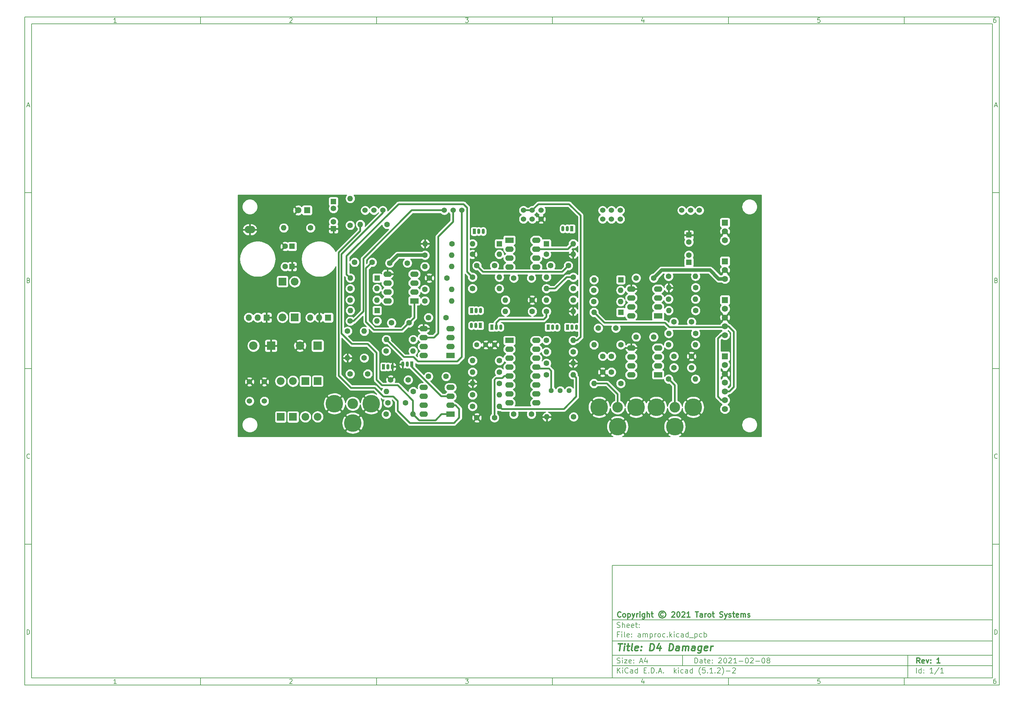
<source format=gbr>
G04 #@! TF.GenerationSoftware,KiCad,Pcbnew,(5.1.2)-2*
G04 #@! TF.CreationDate,2021-02-08T23:51:53+00:00*
G04 #@! TF.ProjectId,amproc,616d7072-6f63-42e6-9b69-6361645f7063,1*
G04 #@! TF.SameCoordinates,PX42c1d80PY7bfa480*
G04 #@! TF.FileFunction,Copper,L1,Top*
G04 #@! TF.FilePolarity,Positive*
%FSLAX46Y46*%
G04 Gerber Fmt 4.6, Leading zero omitted, Abs format (unit mm)*
G04 Created by KiCad (PCBNEW (5.1.2)-2) date 2021-02-08 23:51:53*
%MOMM*%
%LPD*%
G04 APERTURE LIST*
%ADD10C,0.100000*%
%ADD11C,0.150000*%
%ADD12C,0.300000*%
%ADD13C,0.400000*%
%ADD14O,3.000000X2.100000*%
%ADD15C,1.440000*%
%ADD16C,5.000000*%
%ADD17C,3.000000*%
%ADD18C,1.524000*%
%ADD19C,1.600000*%
%ADD20O,1.600000X1.600000*%
%ADD21R,1.800000X1.800000*%
%ADD22C,1.800000*%
%ADD23R,0.900000X1.500000*%
%ADD24O,0.900000X1.500000*%
%ADD25R,2.400000X1.600000*%
%ADD26O,2.400000X1.600000*%
%ADD27O,1.800000X1.800000*%
%ADD28R,1.750000X1.750000*%
%ADD29C,1.750000*%
%ADD30R,2.200000X2.200000*%
%ADD31O,2.200000X2.200000*%
%ADD32R,1.600000X1.600000*%
%ADD33R,2.400000X2.400000*%
%ADD34C,2.400000*%
%ADD35C,0.500000*%
%ADD36C,1.000000*%
%ADD37C,0.254000*%
G04 APERTURE END LIST*
D10*
D11*
X107002200Y-36007200D02*
X107002200Y-68007200D01*
X215002200Y-68007200D01*
X215002200Y-36007200D01*
X107002200Y-36007200D01*
D10*
D11*
X-60000000Y120000000D02*
X-60000000Y-70007200D01*
X217002200Y-70007200D01*
X217002200Y120000000D01*
X-60000000Y120000000D01*
D10*
D11*
X-58000000Y118000000D02*
X-58000000Y-68007200D01*
X215002200Y-68007200D01*
X215002200Y118000000D01*
X-58000000Y118000000D01*
D10*
D11*
X-10000000Y118000000D02*
X-10000000Y120000000D01*
D10*
D11*
X40000000Y118000000D02*
X40000000Y120000000D01*
D10*
D11*
X90000000Y118000000D02*
X90000000Y120000000D01*
D10*
D11*
X140000000Y118000000D02*
X140000000Y120000000D01*
D10*
D11*
X190000000Y118000000D02*
X190000000Y120000000D01*
D10*
D11*
X-33934524Y118411905D02*
X-34677381Y118411905D01*
X-34305953Y118411905D02*
X-34305953Y119711905D01*
X-34429762Y119526191D01*
X-34553572Y119402381D01*
X-34677381Y119340477D01*
D10*
D11*
X15322619Y119588096D02*
X15384523Y119650000D01*
X15508333Y119711905D01*
X15817857Y119711905D01*
X15941666Y119650000D01*
X16003571Y119588096D01*
X16065476Y119464286D01*
X16065476Y119340477D01*
X16003571Y119154762D01*
X15260714Y118411905D01*
X16065476Y118411905D01*
D10*
D11*
X65260714Y119711905D02*
X66065476Y119711905D01*
X65632142Y119216667D01*
X65817857Y119216667D01*
X65941666Y119154762D01*
X66003571Y119092858D01*
X66065476Y118969048D01*
X66065476Y118659524D01*
X66003571Y118535715D01*
X65941666Y118473810D01*
X65817857Y118411905D01*
X65446428Y118411905D01*
X65322619Y118473810D01*
X65260714Y118535715D01*
D10*
D11*
X115941666Y119278572D02*
X115941666Y118411905D01*
X115632142Y119773810D02*
X115322619Y118845239D01*
X116127380Y118845239D01*
D10*
D11*
X166003571Y119711905D02*
X165384523Y119711905D01*
X165322619Y119092858D01*
X165384523Y119154762D01*
X165508333Y119216667D01*
X165817857Y119216667D01*
X165941666Y119154762D01*
X166003571Y119092858D01*
X166065476Y118969048D01*
X166065476Y118659524D01*
X166003571Y118535715D01*
X165941666Y118473810D01*
X165817857Y118411905D01*
X165508333Y118411905D01*
X165384523Y118473810D01*
X165322619Y118535715D01*
D10*
D11*
X215941666Y119711905D02*
X215694047Y119711905D01*
X215570238Y119650000D01*
X215508333Y119588096D01*
X215384523Y119402381D01*
X215322619Y119154762D01*
X215322619Y118659524D01*
X215384523Y118535715D01*
X215446428Y118473810D01*
X215570238Y118411905D01*
X215817857Y118411905D01*
X215941666Y118473810D01*
X216003571Y118535715D01*
X216065476Y118659524D01*
X216065476Y118969048D01*
X216003571Y119092858D01*
X215941666Y119154762D01*
X215817857Y119216667D01*
X215570238Y119216667D01*
X215446428Y119154762D01*
X215384523Y119092858D01*
X215322619Y118969048D01*
D10*
D11*
X-10000000Y-68007200D02*
X-10000000Y-70007200D01*
D10*
D11*
X40000000Y-68007200D02*
X40000000Y-70007200D01*
D10*
D11*
X90000000Y-68007200D02*
X90000000Y-70007200D01*
D10*
D11*
X140000000Y-68007200D02*
X140000000Y-70007200D01*
D10*
D11*
X190000000Y-68007200D02*
X190000000Y-70007200D01*
D10*
D11*
X-33934524Y-69595295D02*
X-34677381Y-69595295D01*
X-34305953Y-69595295D02*
X-34305953Y-68295295D01*
X-34429762Y-68481009D01*
X-34553572Y-68604819D01*
X-34677381Y-68666723D01*
D10*
D11*
X15322619Y-68419104D02*
X15384523Y-68357200D01*
X15508333Y-68295295D01*
X15817857Y-68295295D01*
X15941666Y-68357200D01*
X16003571Y-68419104D01*
X16065476Y-68542914D01*
X16065476Y-68666723D01*
X16003571Y-68852438D01*
X15260714Y-69595295D01*
X16065476Y-69595295D01*
D10*
D11*
X65260714Y-68295295D02*
X66065476Y-68295295D01*
X65632142Y-68790533D01*
X65817857Y-68790533D01*
X65941666Y-68852438D01*
X66003571Y-68914342D01*
X66065476Y-69038152D01*
X66065476Y-69347676D01*
X66003571Y-69471485D01*
X65941666Y-69533390D01*
X65817857Y-69595295D01*
X65446428Y-69595295D01*
X65322619Y-69533390D01*
X65260714Y-69471485D01*
D10*
D11*
X115941666Y-68728628D02*
X115941666Y-69595295D01*
X115632142Y-68233390D02*
X115322619Y-69161961D01*
X116127380Y-69161961D01*
D10*
D11*
X166003571Y-68295295D02*
X165384523Y-68295295D01*
X165322619Y-68914342D01*
X165384523Y-68852438D01*
X165508333Y-68790533D01*
X165817857Y-68790533D01*
X165941666Y-68852438D01*
X166003571Y-68914342D01*
X166065476Y-69038152D01*
X166065476Y-69347676D01*
X166003571Y-69471485D01*
X165941666Y-69533390D01*
X165817857Y-69595295D01*
X165508333Y-69595295D01*
X165384523Y-69533390D01*
X165322619Y-69471485D01*
D10*
D11*
X215941666Y-68295295D02*
X215694047Y-68295295D01*
X215570238Y-68357200D01*
X215508333Y-68419104D01*
X215384523Y-68604819D01*
X215322619Y-68852438D01*
X215322619Y-69347676D01*
X215384523Y-69471485D01*
X215446428Y-69533390D01*
X215570238Y-69595295D01*
X215817857Y-69595295D01*
X215941666Y-69533390D01*
X216003571Y-69471485D01*
X216065476Y-69347676D01*
X216065476Y-69038152D01*
X216003571Y-68914342D01*
X215941666Y-68852438D01*
X215817857Y-68790533D01*
X215570238Y-68790533D01*
X215446428Y-68852438D01*
X215384523Y-68914342D01*
X215322619Y-69038152D01*
D10*
D11*
X-60000000Y70000000D02*
X-58000000Y70000000D01*
D10*
D11*
X-60000000Y20000000D02*
X-58000000Y20000000D01*
D10*
D11*
X-60000000Y-30000000D02*
X-58000000Y-30000000D01*
D10*
D11*
X-59309524Y94783334D02*
X-58690477Y94783334D01*
X-59433334Y94411905D02*
X-59000000Y95711905D01*
X-58566667Y94411905D01*
D10*
D11*
X-58907143Y45092858D02*
X-58721429Y45030953D01*
X-58659524Y44969048D01*
X-58597620Y44845239D01*
X-58597620Y44659524D01*
X-58659524Y44535715D01*
X-58721429Y44473810D01*
X-58845239Y44411905D01*
X-59340477Y44411905D01*
X-59340477Y45711905D01*
X-58907143Y45711905D01*
X-58783334Y45650000D01*
X-58721429Y45588096D01*
X-58659524Y45464286D01*
X-58659524Y45340477D01*
X-58721429Y45216667D01*
X-58783334Y45154762D01*
X-58907143Y45092858D01*
X-59340477Y45092858D01*
D10*
D11*
X-58597620Y-5464285D02*
X-58659524Y-5526190D01*
X-58845239Y-5588095D01*
X-58969048Y-5588095D01*
X-59154762Y-5526190D01*
X-59278572Y-5402380D01*
X-59340477Y-5278571D01*
X-59402381Y-5030952D01*
X-59402381Y-4845238D01*
X-59340477Y-4597619D01*
X-59278572Y-4473809D01*
X-59154762Y-4350000D01*
X-58969048Y-4288095D01*
X-58845239Y-4288095D01*
X-58659524Y-4350000D01*
X-58597620Y-4411904D01*
D10*
D11*
X-59340477Y-55588095D02*
X-59340477Y-54288095D01*
X-59030953Y-54288095D01*
X-58845239Y-54350000D01*
X-58721429Y-54473809D01*
X-58659524Y-54597619D01*
X-58597620Y-54845238D01*
X-58597620Y-55030952D01*
X-58659524Y-55278571D01*
X-58721429Y-55402380D01*
X-58845239Y-55526190D01*
X-59030953Y-55588095D01*
X-59340477Y-55588095D01*
D10*
D11*
X217002200Y70000000D02*
X215002200Y70000000D01*
D10*
D11*
X217002200Y20000000D02*
X215002200Y20000000D01*
D10*
D11*
X217002200Y-30000000D02*
X215002200Y-30000000D01*
D10*
D11*
X215692676Y94783334D02*
X216311723Y94783334D01*
X215568866Y94411905D02*
X216002200Y95711905D01*
X216435533Y94411905D01*
D10*
D11*
X216095057Y45092858D02*
X216280771Y45030953D01*
X216342676Y44969048D01*
X216404580Y44845239D01*
X216404580Y44659524D01*
X216342676Y44535715D01*
X216280771Y44473810D01*
X216156961Y44411905D01*
X215661723Y44411905D01*
X215661723Y45711905D01*
X216095057Y45711905D01*
X216218866Y45650000D01*
X216280771Y45588096D01*
X216342676Y45464286D01*
X216342676Y45340477D01*
X216280771Y45216667D01*
X216218866Y45154762D01*
X216095057Y45092858D01*
X215661723Y45092858D01*
D10*
D11*
X216404580Y-5464285D02*
X216342676Y-5526190D01*
X216156961Y-5588095D01*
X216033152Y-5588095D01*
X215847438Y-5526190D01*
X215723628Y-5402380D01*
X215661723Y-5278571D01*
X215599819Y-5030952D01*
X215599819Y-4845238D01*
X215661723Y-4597619D01*
X215723628Y-4473809D01*
X215847438Y-4350000D01*
X216033152Y-4288095D01*
X216156961Y-4288095D01*
X216342676Y-4350000D01*
X216404580Y-4411904D01*
D10*
D11*
X215661723Y-55588095D02*
X215661723Y-54288095D01*
X215971247Y-54288095D01*
X216156961Y-54350000D01*
X216280771Y-54473809D01*
X216342676Y-54597619D01*
X216404580Y-54845238D01*
X216404580Y-55030952D01*
X216342676Y-55278571D01*
X216280771Y-55402380D01*
X216156961Y-55526190D01*
X215971247Y-55588095D01*
X215661723Y-55588095D01*
D10*
D11*
X130434342Y-63785771D02*
X130434342Y-62285771D01*
X130791485Y-62285771D01*
X131005771Y-62357200D01*
X131148628Y-62500057D01*
X131220057Y-62642914D01*
X131291485Y-62928628D01*
X131291485Y-63142914D01*
X131220057Y-63428628D01*
X131148628Y-63571485D01*
X131005771Y-63714342D01*
X130791485Y-63785771D01*
X130434342Y-63785771D01*
X132577200Y-63785771D02*
X132577200Y-63000057D01*
X132505771Y-62857200D01*
X132362914Y-62785771D01*
X132077200Y-62785771D01*
X131934342Y-62857200D01*
X132577200Y-63714342D02*
X132434342Y-63785771D01*
X132077200Y-63785771D01*
X131934342Y-63714342D01*
X131862914Y-63571485D01*
X131862914Y-63428628D01*
X131934342Y-63285771D01*
X132077200Y-63214342D01*
X132434342Y-63214342D01*
X132577200Y-63142914D01*
X133077200Y-62785771D02*
X133648628Y-62785771D01*
X133291485Y-62285771D02*
X133291485Y-63571485D01*
X133362914Y-63714342D01*
X133505771Y-63785771D01*
X133648628Y-63785771D01*
X134720057Y-63714342D02*
X134577200Y-63785771D01*
X134291485Y-63785771D01*
X134148628Y-63714342D01*
X134077200Y-63571485D01*
X134077200Y-63000057D01*
X134148628Y-62857200D01*
X134291485Y-62785771D01*
X134577200Y-62785771D01*
X134720057Y-62857200D01*
X134791485Y-63000057D01*
X134791485Y-63142914D01*
X134077200Y-63285771D01*
X135434342Y-63642914D02*
X135505771Y-63714342D01*
X135434342Y-63785771D01*
X135362914Y-63714342D01*
X135434342Y-63642914D01*
X135434342Y-63785771D01*
X135434342Y-62857200D02*
X135505771Y-62928628D01*
X135434342Y-63000057D01*
X135362914Y-62928628D01*
X135434342Y-62857200D01*
X135434342Y-63000057D01*
X137220057Y-62428628D02*
X137291485Y-62357200D01*
X137434342Y-62285771D01*
X137791485Y-62285771D01*
X137934342Y-62357200D01*
X138005771Y-62428628D01*
X138077200Y-62571485D01*
X138077200Y-62714342D01*
X138005771Y-62928628D01*
X137148628Y-63785771D01*
X138077200Y-63785771D01*
X139005771Y-62285771D02*
X139148628Y-62285771D01*
X139291485Y-62357200D01*
X139362914Y-62428628D01*
X139434342Y-62571485D01*
X139505771Y-62857200D01*
X139505771Y-63214342D01*
X139434342Y-63500057D01*
X139362914Y-63642914D01*
X139291485Y-63714342D01*
X139148628Y-63785771D01*
X139005771Y-63785771D01*
X138862914Y-63714342D01*
X138791485Y-63642914D01*
X138720057Y-63500057D01*
X138648628Y-63214342D01*
X138648628Y-62857200D01*
X138720057Y-62571485D01*
X138791485Y-62428628D01*
X138862914Y-62357200D01*
X139005771Y-62285771D01*
X140077200Y-62428628D02*
X140148628Y-62357200D01*
X140291485Y-62285771D01*
X140648628Y-62285771D01*
X140791485Y-62357200D01*
X140862914Y-62428628D01*
X140934342Y-62571485D01*
X140934342Y-62714342D01*
X140862914Y-62928628D01*
X140005771Y-63785771D01*
X140934342Y-63785771D01*
X142362914Y-63785771D02*
X141505771Y-63785771D01*
X141934342Y-63785771D02*
X141934342Y-62285771D01*
X141791485Y-62500057D01*
X141648628Y-62642914D01*
X141505771Y-62714342D01*
X143005771Y-63214342D02*
X144148628Y-63214342D01*
X145148628Y-62285771D02*
X145291485Y-62285771D01*
X145434342Y-62357200D01*
X145505771Y-62428628D01*
X145577200Y-62571485D01*
X145648628Y-62857200D01*
X145648628Y-63214342D01*
X145577200Y-63500057D01*
X145505771Y-63642914D01*
X145434342Y-63714342D01*
X145291485Y-63785771D01*
X145148628Y-63785771D01*
X145005771Y-63714342D01*
X144934342Y-63642914D01*
X144862914Y-63500057D01*
X144791485Y-63214342D01*
X144791485Y-62857200D01*
X144862914Y-62571485D01*
X144934342Y-62428628D01*
X145005771Y-62357200D01*
X145148628Y-62285771D01*
X146220057Y-62428628D02*
X146291485Y-62357200D01*
X146434342Y-62285771D01*
X146791485Y-62285771D01*
X146934342Y-62357200D01*
X147005771Y-62428628D01*
X147077200Y-62571485D01*
X147077200Y-62714342D01*
X147005771Y-62928628D01*
X146148628Y-63785771D01*
X147077200Y-63785771D01*
X147720057Y-63214342D02*
X148862914Y-63214342D01*
X149862914Y-62285771D02*
X150005771Y-62285771D01*
X150148628Y-62357200D01*
X150220057Y-62428628D01*
X150291485Y-62571485D01*
X150362914Y-62857200D01*
X150362914Y-63214342D01*
X150291485Y-63500057D01*
X150220057Y-63642914D01*
X150148628Y-63714342D01*
X150005771Y-63785771D01*
X149862914Y-63785771D01*
X149720057Y-63714342D01*
X149648628Y-63642914D01*
X149577200Y-63500057D01*
X149505771Y-63214342D01*
X149505771Y-62857200D01*
X149577200Y-62571485D01*
X149648628Y-62428628D01*
X149720057Y-62357200D01*
X149862914Y-62285771D01*
X151220057Y-62928628D02*
X151077200Y-62857200D01*
X151005771Y-62785771D01*
X150934342Y-62642914D01*
X150934342Y-62571485D01*
X151005771Y-62428628D01*
X151077200Y-62357200D01*
X151220057Y-62285771D01*
X151505771Y-62285771D01*
X151648628Y-62357200D01*
X151720057Y-62428628D01*
X151791485Y-62571485D01*
X151791485Y-62642914D01*
X151720057Y-62785771D01*
X151648628Y-62857200D01*
X151505771Y-62928628D01*
X151220057Y-62928628D01*
X151077200Y-63000057D01*
X151005771Y-63071485D01*
X150934342Y-63214342D01*
X150934342Y-63500057D01*
X151005771Y-63642914D01*
X151077200Y-63714342D01*
X151220057Y-63785771D01*
X151505771Y-63785771D01*
X151648628Y-63714342D01*
X151720057Y-63642914D01*
X151791485Y-63500057D01*
X151791485Y-63214342D01*
X151720057Y-63071485D01*
X151648628Y-63000057D01*
X151505771Y-62928628D01*
D10*
D11*
X107002200Y-64507200D02*
X215002200Y-64507200D01*
D10*
D11*
X108434342Y-66585771D02*
X108434342Y-65085771D01*
X109291485Y-66585771D02*
X108648628Y-65728628D01*
X109291485Y-65085771D02*
X108434342Y-65942914D01*
X109934342Y-66585771D02*
X109934342Y-65585771D01*
X109934342Y-65085771D02*
X109862914Y-65157200D01*
X109934342Y-65228628D01*
X110005771Y-65157200D01*
X109934342Y-65085771D01*
X109934342Y-65228628D01*
X111505771Y-66442914D02*
X111434342Y-66514342D01*
X111220057Y-66585771D01*
X111077200Y-66585771D01*
X110862914Y-66514342D01*
X110720057Y-66371485D01*
X110648628Y-66228628D01*
X110577200Y-65942914D01*
X110577200Y-65728628D01*
X110648628Y-65442914D01*
X110720057Y-65300057D01*
X110862914Y-65157200D01*
X111077200Y-65085771D01*
X111220057Y-65085771D01*
X111434342Y-65157200D01*
X111505771Y-65228628D01*
X112791485Y-66585771D02*
X112791485Y-65800057D01*
X112720057Y-65657200D01*
X112577200Y-65585771D01*
X112291485Y-65585771D01*
X112148628Y-65657200D01*
X112791485Y-66514342D02*
X112648628Y-66585771D01*
X112291485Y-66585771D01*
X112148628Y-66514342D01*
X112077200Y-66371485D01*
X112077200Y-66228628D01*
X112148628Y-66085771D01*
X112291485Y-66014342D01*
X112648628Y-66014342D01*
X112791485Y-65942914D01*
X114148628Y-66585771D02*
X114148628Y-65085771D01*
X114148628Y-66514342D02*
X114005771Y-66585771D01*
X113720057Y-66585771D01*
X113577200Y-66514342D01*
X113505771Y-66442914D01*
X113434342Y-66300057D01*
X113434342Y-65871485D01*
X113505771Y-65728628D01*
X113577200Y-65657200D01*
X113720057Y-65585771D01*
X114005771Y-65585771D01*
X114148628Y-65657200D01*
X116005771Y-65800057D02*
X116505771Y-65800057D01*
X116720057Y-66585771D02*
X116005771Y-66585771D01*
X116005771Y-65085771D01*
X116720057Y-65085771D01*
X117362914Y-66442914D02*
X117434342Y-66514342D01*
X117362914Y-66585771D01*
X117291485Y-66514342D01*
X117362914Y-66442914D01*
X117362914Y-66585771D01*
X118077200Y-66585771D02*
X118077200Y-65085771D01*
X118434342Y-65085771D01*
X118648628Y-65157200D01*
X118791485Y-65300057D01*
X118862914Y-65442914D01*
X118934342Y-65728628D01*
X118934342Y-65942914D01*
X118862914Y-66228628D01*
X118791485Y-66371485D01*
X118648628Y-66514342D01*
X118434342Y-66585771D01*
X118077200Y-66585771D01*
X119577200Y-66442914D02*
X119648628Y-66514342D01*
X119577200Y-66585771D01*
X119505771Y-66514342D01*
X119577200Y-66442914D01*
X119577200Y-66585771D01*
X120220057Y-66157200D02*
X120934342Y-66157200D01*
X120077200Y-66585771D02*
X120577200Y-65085771D01*
X121077200Y-66585771D01*
X121577200Y-66442914D02*
X121648628Y-66514342D01*
X121577200Y-66585771D01*
X121505771Y-66514342D01*
X121577200Y-66442914D01*
X121577200Y-66585771D01*
X124577200Y-66585771D02*
X124577200Y-65085771D01*
X124720057Y-66014342D02*
X125148628Y-66585771D01*
X125148628Y-65585771D02*
X124577200Y-66157200D01*
X125791485Y-66585771D02*
X125791485Y-65585771D01*
X125791485Y-65085771D02*
X125720057Y-65157200D01*
X125791485Y-65228628D01*
X125862914Y-65157200D01*
X125791485Y-65085771D01*
X125791485Y-65228628D01*
X127148628Y-66514342D02*
X127005771Y-66585771D01*
X126720057Y-66585771D01*
X126577200Y-66514342D01*
X126505771Y-66442914D01*
X126434342Y-66300057D01*
X126434342Y-65871485D01*
X126505771Y-65728628D01*
X126577200Y-65657200D01*
X126720057Y-65585771D01*
X127005771Y-65585771D01*
X127148628Y-65657200D01*
X128434342Y-66585771D02*
X128434342Y-65800057D01*
X128362914Y-65657200D01*
X128220057Y-65585771D01*
X127934342Y-65585771D01*
X127791485Y-65657200D01*
X128434342Y-66514342D02*
X128291485Y-66585771D01*
X127934342Y-66585771D01*
X127791485Y-66514342D01*
X127720057Y-66371485D01*
X127720057Y-66228628D01*
X127791485Y-66085771D01*
X127934342Y-66014342D01*
X128291485Y-66014342D01*
X128434342Y-65942914D01*
X129791485Y-66585771D02*
X129791485Y-65085771D01*
X129791485Y-66514342D02*
X129648628Y-66585771D01*
X129362914Y-66585771D01*
X129220057Y-66514342D01*
X129148628Y-66442914D01*
X129077200Y-66300057D01*
X129077200Y-65871485D01*
X129148628Y-65728628D01*
X129220057Y-65657200D01*
X129362914Y-65585771D01*
X129648628Y-65585771D01*
X129791485Y-65657200D01*
X132077200Y-67157200D02*
X132005771Y-67085771D01*
X131862914Y-66871485D01*
X131791485Y-66728628D01*
X131720057Y-66514342D01*
X131648628Y-66157200D01*
X131648628Y-65871485D01*
X131720057Y-65514342D01*
X131791485Y-65300057D01*
X131862914Y-65157200D01*
X132005771Y-64942914D01*
X132077200Y-64871485D01*
X133362914Y-65085771D02*
X132648628Y-65085771D01*
X132577200Y-65800057D01*
X132648628Y-65728628D01*
X132791485Y-65657200D01*
X133148628Y-65657200D01*
X133291485Y-65728628D01*
X133362914Y-65800057D01*
X133434342Y-65942914D01*
X133434342Y-66300057D01*
X133362914Y-66442914D01*
X133291485Y-66514342D01*
X133148628Y-66585771D01*
X132791485Y-66585771D01*
X132648628Y-66514342D01*
X132577200Y-66442914D01*
X134077200Y-66442914D02*
X134148628Y-66514342D01*
X134077200Y-66585771D01*
X134005771Y-66514342D01*
X134077200Y-66442914D01*
X134077200Y-66585771D01*
X135577200Y-66585771D02*
X134720057Y-66585771D01*
X135148628Y-66585771D02*
X135148628Y-65085771D01*
X135005771Y-65300057D01*
X134862914Y-65442914D01*
X134720057Y-65514342D01*
X136220057Y-66442914D02*
X136291485Y-66514342D01*
X136220057Y-66585771D01*
X136148628Y-66514342D01*
X136220057Y-66442914D01*
X136220057Y-66585771D01*
X136862914Y-65228628D02*
X136934342Y-65157200D01*
X137077200Y-65085771D01*
X137434342Y-65085771D01*
X137577200Y-65157200D01*
X137648628Y-65228628D01*
X137720057Y-65371485D01*
X137720057Y-65514342D01*
X137648628Y-65728628D01*
X136791485Y-66585771D01*
X137720057Y-66585771D01*
X138220057Y-67157200D02*
X138291485Y-67085771D01*
X138434342Y-66871485D01*
X138505771Y-66728628D01*
X138577200Y-66514342D01*
X138648628Y-66157200D01*
X138648628Y-65871485D01*
X138577200Y-65514342D01*
X138505771Y-65300057D01*
X138434342Y-65157200D01*
X138291485Y-64942914D01*
X138220057Y-64871485D01*
X139362914Y-66014342D02*
X140505771Y-66014342D01*
X141148628Y-65228628D02*
X141220057Y-65157200D01*
X141362914Y-65085771D01*
X141720057Y-65085771D01*
X141862914Y-65157200D01*
X141934342Y-65228628D01*
X142005771Y-65371485D01*
X142005771Y-65514342D01*
X141934342Y-65728628D01*
X141077200Y-66585771D01*
X142005771Y-66585771D01*
D10*
D11*
X107002200Y-61507200D02*
X215002200Y-61507200D01*
D10*
D12*
X194411485Y-63785771D02*
X193911485Y-63071485D01*
X193554342Y-63785771D02*
X193554342Y-62285771D01*
X194125771Y-62285771D01*
X194268628Y-62357200D01*
X194340057Y-62428628D01*
X194411485Y-62571485D01*
X194411485Y-62785771D01*
X194340057Y-62928628D01*
X194268628Y-63000057D01*
X194125771Y-63071485D01*
X193554342Y-63071485D01*
X195625771Y-63714342D02*
X195482914Y-63785771D01*
X195197200Y-63785771D01*
X195054342Y-63714342D01*
X194982914Y-63571485D01*
X194982914Y-63000057D01*
X195054342Y-62857200D01*
X195197200Y-62785771D01*
X195482914Y-62785771D01*
X195625771Y-62857200D01*
X195697200Y-63000057D01*
X195697200Y-63142914D01*
X194982914Y-63285771D01*
X196197200Y-62785771D02*
X196554342Y-63785771D01*
X196911485Y-62785771D01*
X197482914Y-63642914D02*
X197554342Y-63714342D01*
X197482914Y-63785771D01*
X197411485Y-63714342D01*
X197482914Y-63642914D01*
X197482914Y-63785771D01*
X197482914Y-62857200D02*
X197554342Y-62928628D01*
X197482914Y-63000057D01*
X197411485Y-62928628D01*
X197482914Y-62857200D01*
X197482914Y-63000057D01*
X200125771Y-63785771D02*
X199268628Y-63785771D01*
X199697200Y-63785771D02*
X199697200Y-62285771D01*
X199554342Y-62500057D01*
X199411485Y-62642914D01*
X199268628Y-62714342D01*
D10*
D11*
X108362914Y-63714342D02*
X108577200Y-63785771D01*
X108934342Y-63785771D01*
X109077200Y-63714342D01*
X109148628Y-63642914D01*
X109220057Y-63500057D01*
X109220057Y-63357200D01*
X109148628Y-63214342D01*
X109077200Y-63142914D01*
X108934342Y-63071485D01*
X108648628Y-63000057D01*
X108505771Y-62928628D01*
X108434342Y-62857200D01*
X108362914Y-62714342D01*
X108362914Y-62571485D01*
X108434342Y-62428628D01*
X108505771Y-62357200D01*
X108648628Y-62285771D01*
X109005771Y-62285771D01*
X109220057Y-62357200D01*
X109862914Y-63785771D02*
X109862914Y-62785771D01*
X109862914Y-62285771D02*
X109791485Y-62357200D01*
X109862914Y-62428628D01*
X109934342Y-62357200D01*
X109862914Y-62285771D01*
X109862914Y-62428628D01*
X110434342Y-62785771D02*
X111220057Y-62785771D01*
X110434342Y-63785771D01*
X111220057Y-63785771D01*
X112362914Y-63714342D02*
X112220057Y-63785771D01*
X111934342Y-63785771D01*
X111791485Y-63714342D01*
X111720057Y-63571485D01*
X111720057Y-63000057D01*
X111791485Y-62857200D01*
X111934342Y-62785771D01*
X112220057Y-62785771D01*
X112362914Y-62857200D01*
X112434342Y-63000057D01*
X112434342Y-63142914D01*
X111720057Y-63285771D01*
X113077200Y-63642914D02*
X113148628Y-63714342D01*
X113077200Y-63785771D01*
X113005771Y-63714342D01*
X113077200Y-63642914D01*
X113077200Y-63785771D01*
X113077200Y-62857200D02*
X113148628Y-62928628D01*
X113077200Y-63000057D01*
X113005771Y-62928628D01*
X113077200Y-62857200D01*
X113077200Y-63000057D01*
X114862914Y-63357200D02*
X115577200Y-63357200D01*
X114720057Y-63785771D02*
X115220057Y-62285771D01*
X115720057Y-63785771D01*
X116862914Y-62785771D02*
X116862914Y-63785771D01*
X116505771Y-62214342D02*
X116148628Y-63285771D01*
X117077200Y-63285771D01*
D10*
D11*
X193434342Y-66585771D02*
X193434342Y-65085771D01*
X194791485Y-66585771D02*
X194791485Y-65085771D01*
X194791485Y-66514342D02*
X194648628Y-66585771D01*
X194362914Y-66585771D01*
X194220057Y-66514342D01*
X194148628Y-66442914D01*
X194077200Y-66300057D01*
X194077200Y-65871485D01*
X194148628Y-65728628D01*
X194220057Y-65657200D01*
X194362914Y-65585771D01*
X194648628Y-65585771D01*
X194791485Y-65657200D01*
X195505771Y-66442914D02*
X195577200Y-66514342D01*
X195505771Y-66585771D01*
X195434342Y-66514342D01*
X195505771Y-66442914D01*
X195505771Y-66585771D01*
X195505771Y-65657200D02*
X195577200Y-65728628D01*
X195505771Y-65800057D01*
X195434342Y-65728628D01*
X195505771Y-65657200D01*
X195505771Y-65800057D01*
X198148628Y-66585771D02*
X197291485Y-66585771D01*
X197720057Y-66585771D02*
X197720057Y-65085771D01*
X197577200Y-65300057D01*
X197434342Y-65442914D01*
X197291485Y-65514342D01*
X199862914Y-65014342D02*
X198577200Y-66942914D01*
X201148628Y-66585771D02*
X200291485Y-66585771D01*
X200720057Y-66585771D02*
X200720057Y-65085771D01*
X200577200Y-65300057D01*
X200434342Y-65442914D01*
X200291485Y-65514342D01*
D10*
D11*
X107002200Y-57507200D02*
X215002200Y-57507200D01*
D10*
D13*
X108714580Y-58211961D02*
X109857438Y-58211961D01*
X109036009Y-60211961D02*
X109286009Y-58211961D01*
X110274104Y-60211961D02*
X110440771Y-58878628D01*
X110524104Y-58211961D02*
X110416961Y-58307200D01*
X110500295Y-58402438D01*
X110607438Y-58307200D01*
X110524104Y-58211961D01*
X110500295Y-58402438D01*
X111107438Y-58878628D02*
X111869342Y-58878628D01*
X111476485Y-58211961D02*
X111262200Y-59926247D01*
X111333628Y-60116723D01*
X111512200Y-60211961D01*
X111702676Y-60211961D01*
X112655057Y-60211961D02*
X112476485Y-60116723D01*
X112405057Y-59926247D01*
X112619342Y-58211961D01*
X114190771Y-60116723D02*
X113988390Y-60211961D01*
X113607438Y-60211961D01*
X113428866Y-60116723D01*
X113357438Y-59926247D01*
X113452676Y-59164342D01*
X113571723Y-58973866D01*
X113774104Y-58878628D01*
X114155057Y-58878628D01*
X114333628Y-58973866D01*
X114405057Y-59164342D01*
X114381247Y-59354819D01*
X113405057Y-59545295D01*
X115155057Y-60021485D02*
X115238390Y-60116723D01*
X115131247Y-60211961D01*
X115047914Y-60116723D01*
X115155057Y-60021485D01*
X115131247Y-60211961D01*
X115286009Y-58973866D02*
X115369342Y-59069104D01*
X115262200Y-59164342D01*
X115178866Y-59069104D01*
X115286009Y-58973866D01*
X115262200Y-59164342D01*
X117607438Y-60211961D02*
X117857438Y-58211961D01*
X118333628Y-58211961D01*
X118607438Y-58307200D01*
X118774104Y-58497676D01*
X118845533Y-58688152D01*
X118893152Y-59069104D01*
X118857438Y-59354819D01*
X118714580Y-59735771D01*
X118595533Y-59926247D01*
X118381247Y-60116723D01*
X118083628Y-60211961D01*
X117607438Y-60211961D01*
X120631247Y-58878628D02*
X120464580Y-60211961D01*
X120250295Y-58116723D02*
X119595533Y-59545295D01*
X120833628Y-59545295D01*
X123036009Y-60211961D02*
X123286009Y-58211961D01*
X123762200Y-58211961D01*
X124036009Y-58307200D01*
X124202676Y-58497676D01*
X124274104Y-58688152D01*
X124321723Y-59069104D01*
X124286009Y-59354819D01*
X124143152Y-59735771D01*
X124024104Y-59926247D01*
X123809819Y-60116723D01*
X123512200Y-60211961D01*
X123036009Y-60211961D01*
X125893152Y-60211961D02*
X126024104Y-59164342D01*
X125952676Y-58973866D01*
X125774104Y-58878628D01*
X125393152Y-58878628D01*
X125190771Y-58973866D01*
X125905057Y-60116723D02*
X125702676Y-60211961D01*
X125226485Y-60211961D01*
X125047914Y-60116723D01*
X124976485Y-59926247D01*
X125000295Y-59735771D01*
X125119342Y-59545295D01*
X125321723Y-59450057D01*
X125797914Y-59450057D01*
X126000295Y-59354819D01*
X126845533Y-60211961D02*
X127012200Y-58878628D01*
X126988390Y-59069104D02*
X127095533Y-58973866D01*
X127297914Y-58878628D01*
X127583628Y-58878628D01*
X127762200Y-58973866D01*
X127833628Y-59164342D01*
X127702676Y-60211961D01*
X127833628Y-59164342D02*
X127952676Y-58973866D01*
X128155057Y-58878628D01*
X128440771Y-58878628D01*
X128619342Y-58973866D01*
X128690771Y-59164342D01*
X128559819Y-60211961D01*
X130369342Y-60211961D02*
X130500295Y-59164342D01*
X130428866Y-58973866D01*
X130250295Y-58878628D01*
X129869342Y-58878628D01*
X129666961Y-58973866D01*
X130381247Y-60116723D02*
X130178866Y-60211961D01*
X129702676Y-60211961D01*
X129524104Y-60116723D01*
X129452676Y-59926247D01*
X129476485Y-59735771D01*
X129595533Y-59545295D01*
X129797914Y-59450057D01*
X130274104Y-59450057D01*
X130476485Y-59354819D01*
X132345533Y-58878628D02*
X132143152Y-60497676D01*
X132024104Y-60688152D01*
X131916961Y-60783390D01*
X131714580Y-60878628D01*
X131428866Y-60878628D01*
X131250295Y-60783390D01*
X132190771Y-60116723D02*
X131988390Y-60211961D01*
X131607438Y-60211961D01*
X131428866Y-60116723D01*
X131345533Y-60021485D01*
X131274104Y-59831009D01*
X131345533Y-59259580D01*
X131464580Y-59069104D01*
X131571723Y-58973866D01*
X131774104Y-58878628D01*
X132155057Y-58878628D01*
X132333628Y-58973866D01*
X133905057Y-60116723D02*
X133702676Y-60211961D01*
X133321723Y-60211961D01*
X133143152Y-60116723D01*
X133071723Y-59926247D01*
X133166961Y-59164342D01*
X133286009Y-58973866D01*
X133488390Y-58878628D01*
X133869342Y-58878628D01*
X134047914Y-58973866D01*
X134119342Y-59164342D01*
X134095533Y-59354819D01*
X133119342Y-59545295D01*
X134845533Y-60211961D02*
X135012200Y-58878628D01*
X134964580Y-59259580D02*
X135083628Y-59069104D01*
X135190771Y-58973866D01*
X135393152Y-58878628D01*
X135583628Y-58878628D01*
D10*
D11*
X108934342Y-55600057D02*
X108434342Y-55600057D01*
X108434342Y-56385771D02*
X108434342Y-54885771D01*
X109148628Y-54885771D01*
X109720057Y-56385771D02*
X109720057Y-55385771D01*
X109720057Y-54885771D02*
X109648628Y-54957200D01*
X109720057Y-55028628D01*
X109791485Y-54957200D01*
X109720057Y-54885771D01*
X109720057Y-55028628D01*
X110648628Y-56385771D02*
X110505771Y-56314342D01*
X110434342Y-56171485D01*
X110434342Y-54885771D01*
X111791485Y-56314342D02*
X111648628Y-56385771D01*
X111362914Y-56385771D01*
X111220057Y-56314342D01*
X111148628Y-56171485D01*
X111148628Y-55600057D01*
X111220057Y-55457200D01*
X111362914Y-55385771D01*
X111648628Y-55385771D01*
X111791485Y-55457200D01*
X111862914Y-55600057D01*
X111862914Y-55742914D01*
X111148628Y-55885771D01*
X112505771Y-56242914D02*
X112577200Y-56314342D01*
X112505771Y-56385771D01*
X112434342Y-56314342D01*
X112505771Y-56242914D01*
X112505771Y-56385771D01*
X112505771Y-55457200D02*
X112577200Y-55528628D01*
X112505771Y-55600057D01*
X112434342Y-55528628D01*
X112505771Y-55457200D01*
X112505771Y-55600057D01*
X115005771Y-56385771D02*
X115005771Y-55600057D01*
X114934342Y-55457200D01*
X114791485Y-55385771D01*
X114505771Y-55385771D01*
X114362914Y-55457200D01*
X115005771Y-56314342D02*
X114862914Y-56385771D01*
X114505771Y-56385771D01*
X114362914Y-56314342D01*
X114291485Y-56171485D01*
X114291485Y-56028628D01*
X114362914Y-55885771D01*
X114505771Y-55814342D01*
X114862914Y-55814342D01*
X115005771Y-55742914D01*
X115720057Y-56385771D02*
X115720057Y-55385771D01*
X115720057Y-55528628D02*
X115791485Y-55457200D01*
X115934342Y-55385771D01*
X116148628Y-55385771D01*
X116291485Y-55457200D01*
X116362914Y-55600057D01*
X116362914Y-56385771D01*
X116362914Y-55600057D02*
X116434342Y-55457200D01*
X116577200Y-55385771D01*
X116791485Y-55385771D01*
X116934342Y-55457200D01*
X117005771Y-55600057D01*
X117005771Y-56385771D01*
X117720057Y-55385771D02*
X117720057Y-56885771D01*
X117720057Y-55457200D02*
X117862914Y-55385771D01*
X118148628Y-55385771D01*
X118291485Y-55457200D01*
X118362914Y-55528628D01*
X118434342Y-55671485D01*
X118434342Y-56100057D01*
X118362914Y-56242914D01*
X118291485Y-56314342D01*
X118148628Y-56385771D01*
X117862914Y-56385771D01*
X117720057Y-56314342D01*
X119077200Y-56385771D02*
X119077200Y-55385771D01*
X119077200Y-55671485D02*
X119148628Y-55528628D01*
X119220057Y-55457200D01*
X119362914Y-55385771D01*
X119505771Y-55385771D01*
X120220057Y-56385771D02*
X120077200Y-56314342D01*
X120005771Y-56242914D01*
X119934342Y-56100057D01*
X119934342Y-55671485D01*
X120005771Y-55528628D01*
X120077200Y-55457200D01*
X120220057Y-55385771D01*
X120434342Y-55385771D01*
X120577200Y-55457200D01*
X120648628Y-55528628D01*
X120720057Y-55671485D01*
X120720057Y-56100057D01*
X120648628Y-56242914D01*
X120577200Y-56314342D01*
X120434342Y-56385771D01*
X120220057Y-56385771D01*
X122005771Y-56314342D02*
X121862914Y-56385771D01*
X121577200Y-56385771D01*
X121434342Y-56314342D01*
X121362914Y-56242914D01*
X121291485Y-56100057D01*
X121291485Y-55671485D01*
X121362914Y-55528628D01*
X121434342Y-55457200D01*
X121577200Y-55385771D01*
X121862914Y-55385771D01*
X122005771Y-55457200D01*
X122648628Y-56242914D02*
X122720057Y-56314342D01*
X122648628Y-56385771D01*
X122577200Y-56314342D01*
X122648628Y-56242914D01*
X122648628Y-56385771D01*
X123362914Y-56385771D02*
X123362914Y-54885771D01*
X123505771Y-55814342D02*
X123934342Y-56385771D01*
X123934342Y-55385771D02*
X123362914Y-55957200D01*
X124577200Y-56385771D02*
X124577200Y-55385771D01*
X124577200Y-54885771D02*
X124505771Y-54957200D01*
X124577200Y-55028628D01*
X124648628Y-54957200D01*
X124577200Y-54885771D01*
X124577200Y-55028628D01*
X125934342Y-56314342D02*
X125791485Y-56385771D01*
X125505771Y-56385771D01*
X125362914Y-56314342D01*
X125291485Y-56242914D01*
X125220057Y-56100057D01*
X125220057Y-55671485D01*
X125291485Y-55528628D01*
X125362914Y-55457200D01*
X125505771Y-55385771D01*
X125791485Y-55385771D01*
X125934342Y-55457200D01*
X127220057Y-56385771D02*
X127220057Y-55600057D01*
X127148628Y-55457200D01*
X127005771Y-55385771D01*
X126720057Y-55385771D01*
X126577200Y-55457200D01*
X127220057Y-56314342D02*
X127077200Y-56385771D01*
X126720057Y-56385771D01*
X126577200Y-56314342D01*
X126505771Y-56171485D01*
X126505771Y-56028628D01*
X126577200Y-55885771D01*
X126720057Y-55814342D01*
X127077200Y-55814342D01*
X127220057Y-55742914D01*
X128577200Y-56385771D02*
X128577200Y-54885771D01*
X128577200Y-56314342D02*
X128434342Y-56385771D01*
X128148628Y-56385771D01*
X128005771Y-56314342D01*
X127934342Y-56242914D01*
X127862914Y-56100057D01*
X127862914Y-55671485D01*
X127934342Y-55528628D01*
X128005771Y-55457200D01*
X128148628Y-55385771D01*
X128434342Y-55385771D01*
X128577200Y-55457200D01*
X128934342Y-56528628D02*
X130077200Y-56528628D01*
X130434342Y-55385771D02*
X130434342Y-56885771D01*
X130434342Y-55457200D02*
X130577200Y-55385771D01*
X130862914Y-55385771D01*
X131005771Y-55457200D01*
X131077200Y-55528628D01*
X131148628Y-55671485D01*
X131148628Y-56100057D01*
X131077200Y-56242914D01*
X131005771Y-56314342D01*
X130862914Y-56385771D01*
X130577200Y-56385771D01*
X130434342Y-56314342D01*
X132434342Y-56314342D02*
X132291485Y-56385771D01*
X132005771Y-56385771D01*
X131862914Y-56314342D01*
X131791485Y-56242914D01*
X131720057Y-56100057D01*
X131720057Y-55671485D01*
X131791485Y-55528628D01*
X131862914Y-55457200D01*
X132005771Y-55385771D01*
X132291485Y-55385771D01*
X132434342Y-55457200D01*
X133077200Y-56385771D02*
X133077200Y-54885771D01*
X133077200Y-55457200D02*
X133220057Y-55385771D01*
X133505771Y-55385771D01*
X133648628Y-55457200D01*
X133720057Y-55528628D01*
X133791485Y-55671485D01*
X133791485Y-56100057D01*
X133720057Y-56242914D01*
X133648628Y-56314342D01*
X133505771Y-56385771D01*
X133220057Y-56385771D01*
X133077200Y-56314342D01*
D10*
D11*
X107002200Y-51507200D02*
X215002200Y-51507200D01*
D10*
D11*
X108362914Y-53614342D02*
X108577200Y-53685771D01*
X108934342Y-53685771D01*
X109077200Y-53614342D01*
X109148628Y-53542914D01*
X109220057Y-53400057D01*
X109220057Y-53257200D01*
X109148628Y-53114342D01*
X109077200Y-53042914D01*
X108934342Y-52971485D01*
X108648628Y-52900057D01*
X108505771Y-52828628D01*
X108434342Y-52757200D01*
X108362914Y-52614342D01*
X108362914Y-52471485D01*
X108434342Y-52328628D01*
X108505771Y-52257200D01*
X108648628Y-52185771D01*
X109005771Y-52185771D01*
X109220057Y-52257200D01*
X109862914Y-53685771D02*
X109862914Y-52185771D01*
X110505771Y-53685771D02*
X110505771Y-52900057D01*
X110434342Y-52757200D01*
X110291485Y-52685771D01*
X110077200Y-52685771D01*
X109934342Y-52757200D01*
X109862914Y-52828628D01*
X111791485Y-53614342D02*
X111648628Y-53685771D01*
X111362914Y-53685771D01*
X111220057Y-53614342D01*
X111148628Y-53471485D01*
X111148628Y-52900057D01*
X111220057Y-52757200D01*
X111362914Y-52685771D01*
X111648628Y-52685771D01*
X111791485Y-52757200D01*
X111862914Y-52900057D01*
X111862914Y-53042914D01*
X111148628Y-53185771D01*
X113077200Y-53614342D02*
X112934342Y-53685771D01*
X112648628Y-53685771D01*
X112505771Y-53614342D01*
X112434342Y-53471485D01*
X112434342Y-52900057D01*
X112505771Y-52757200D01*
X112648628Y-52685771D01*
X112934342Y-52685771D01*
X113077200Y-52757200D01*
X113148628Y-52900057D01*
X113148628Y-53042914D01*
X112434342Y-53185771D01*
X113577200Y-52685771D02*
X114148628Y-52685771D01*
X113791485Y-52185771D02*
X113791485Y-53471485D01*
X113862914Y-53614342D01*
X114005771Y-53685771D01*
X114148628Y-53685771D01*
X114648628Y-53542914D02*
X114720057Y-53614342D01*
X114648628Y-53685771D01*
X114577200Y-53614342D01*
X114648628Y-53542914D01*
X114648628Y-53685771D01*
X114648628Y-52757200D02*
X114720057Y-52828628D01*
X114648628Y-52900057D01*
X114577200Y-52828628D01*
X114648628Y-52757200D01*
X114648628Y-52900057D01*
D10*
D12*
X109411485Y-50542914D02*
X109340057Y-50614342D01*
X109125771Y-50685771D01*
X108982914Y-50685771D01*
X108768628Y-50614342D01*
X108625771Y-50471485D01*
X108554342Y-50328628D01*
X108482914Y-50042914D01*
X108482914Y-49828628D01*
X108554342Y-49542914D01*
X108625771Y-49400057D01*
X108768628Y-49257200D01*
X108982914Y-49185771D01*
X109125771Y-49185771D01*
X109340057Y-49257200D01*
X109411485Y-49328628D01*
X110268628Y-50685771D02*
X110125771Y-50614342D01*
X110054342Y-50542914D01*
X109982914Y-50400057D01*
X109982914Y-49971485D01*
X110054342Y-49828628D01*
X110125771Y-49757200D01*
X110268628Y-49685771D01*
X110482914Y-49685771D01*
X110625771Y-49757200D01*
X110697200Y-49828628D01*
X110768628Y-49971485D01*
X110768628Y-50400057D01*
X110697200Y-50542914D01*
X110625771Y-50614342D01*
X110482914Y-50685771D01*
X110268628Y-50685771D01*
X111411485Y-49685771D02*
X111411485Y-51185771D01*
X111411485Y-49757200D02*
X111554342Y-49685771D01*
X111840057Y-49685771D01*
X111982914Y-49757200D01*
X112054342Y-49828628D01*
X112125771Y-49971485D01*
X112125771Y-50400057D01*
X112054342Y-50542914D01*
X111982914Y-50614342D01*
X111840057Y-50685771D01*
X111554342Y-50685771D01*
X111411485Y-50614342D01*
X112625771Y-49685771D02*
X112982914Y-50685771D01*
X113340057Y-49685771D02*
X112982914Y-50685771D01*
X112840057Y-51042914D01*
X112768628Y-51114342D01*
X112625771Y-51185771D01*
X113911485Y-50685771D02*
X113911485Y-49685771D01*
X113911485Y-49971485D02*
X113982914Y-49828628D01*
X114054342Y-49757200D01*
X114197200Y-49685771D01*
X114340057Y-49685771D01*
X114840057Y-50685771D02*
X114840057Y-49685771D01*
X114840057Y-49185771D02*
X114768628Y-49257200D01*
X114840057Y-49328628D01*
X114911485Y-49257200D01*
X114840057Y-49185771D01*
X114840057Y-49328628D01*
X116197200Y-49685771D02*
X116197200Y-50900057D01*
X116125771Y-51042914D01*
X116054342Y-51114342D01*
X115911485Y-51185771D01*
X115697200Y-51185771D01*
X115554342Y-51114342D01*
X116197200Y-50614342D02*
X116054342Y-50685771D01*
X115768628Y-50685771D01*
X115625771Y-50614342D01*
X115554342Y-50542914D01*
X115482914Y-50400057D01*
X115482914Y-49971485D01*
X115554342Y-49828628D01*
X115625771Y-49757200D01*
X115768628Y-49685771D01*
X116054342Y-49685771D01*
X116197200Y-49757200D01*
X116911485Y-50685771D02*
X116911485Y-49185771D01*
X117554342Y-50685771D02*
X117554342Y-49900057D01*
X117482914Y-49757200D01*
X117340057Y-49685771D01*
X117125771Y-49685771D01*
X116982914Y-49757200D01*
X116911485Y-49828628D01*
X118054342Y-49685771D02*
X118625771Y-49685771D01*
X118268628Y-49185771D02*
X118268628Y-50471485D01*
X118340057Y-50614342D01*
X118482914Y-50685771D01*
X118625771Y-50685771D01*
X121482914Y-49542914D02*
X121340057Y-49471485D01*
X121054342Y-49471485D01*
X120911485Y-49542914D01*
X120768628Y-49685771D01*
X120697200Y-49828628D01*
X120697200Y-50114342D01*
X120768628Y-50257200D01*
X120911485Y-50400057D01*
X121054342Y-50471485D01*
X121340057Y-50471485D01*
X121482914Y-50400057D01*
X121197200Y-48971485D02*
X120840057Y-49042914D01*
X120482914Y-49257200D01*
X120268628Y-49614342D01*
X120197200Y-49971485D01*
X120268628Y-50328628D01*
X120482914Y-50685771D01*
X120840057Y-50900057D01*
X121197200Y-50971485D01*
X121554342Y-50900057D01*
X121911485Y-50685771D01*
X122125771Y-50328628D01*
X122197200Y-49971485D01*
X122125771Y-49614342D01*
X121911485Y-49257200D01*
X121554342Y-49042914D01*
X121197200Y-48971485D01*
X123911485Y-49328628D02*
X123982914Y-49257200D01*
X124125771Y-49185771D01*
X124482914Y-49185771D01*
X124625771Y-49257200D01*
X124697200Y-49328628D01*
X124768628Y-49471485D01*
X124768628Y-49614342D01*
X124697200Y-49828628D01*
X123840057Y-50685771D01*
X124768628Y-50685771D01*
X125697200Y-49185771D02*
X125840057Y-49185771D01*
X125982914Y-49257200D01*
X126054342Y-49328628D01*
X126125771Y-49471485D01*
X126197200Y-49757200D01*
X126197200Y-50114342D01*
X126125771Y-50400057D01*
X126054342Y-50542914D01*
X125982914Y-50614342D01*
X125840057Y-50685771D01*
X125697200Y-50685771D01*
X125554342Y-50614342D01*
X125482914Y-50542914D01*
X125411485Y-50400057D01*
X125340057Y-50114342D01*
X125340057Y-49757200D01*
X125411485Y-49471485D01*
X125482914Y-49328628D01*
X125554342Y-49257200D01*
X125697200Y-49185771D01*
X126768628Y-49328628D02*
X126840057Y-49257200D01*
X126982914Y-49185771D01*
X127340057Y-49185771D01*
X127482914Y-49257200D01*
X127554342Y-49328628D01*
X127625771Y-49471485D01*
X127625771Y-49614342D01*
X127554342Y-49828628D01*
X126697200Y-50685771D01*
X127625771Y-50685771D01*
X129054342Y-50685771D02*
X128197200Y-50685771D01*
X128625771Y-50685771D02*
X128625771Y-49185771D01*
X128482914Y-49400057D01*
X128340057Y-49542914D01*
X128197200Y-49614342D01*
X130625771Y-49185771D02*
X131482914Y-49185771D01*
X131054342Y-50685771D02*
X131054342Y-49185771D01*
X132625771Y-50685771D02*
X132625771Y-49900057D01*
X132554342Y-49757200D01*
X132411485Y-49685771D01*
X132125771Y-49685771D01*
X131982914Y-49757200D01*
X132625771Y-50614342D02*
X132482914Y-50685771D01*
X132125771Y-50685771D01*
X131982914Y-50614342D01*
X131911485Y-50471485D01*
X131911485Y-50328628D01*
X131982914Y-50185771D01*
X132125771Y-50114342D01*
X132482914Y-50114342D01*
X132625771Y-50042914D01*
X133340057Y-50685771D02*
X133340057Y-49685771D01*
X133340057Y-49971485D02*
X133411485Y-49828628D01*
X133482914Y-49757200D01*
X133625771Y-49685771D01*
X133768628Y-49685771D01*
X134482914Y-50685771D02*
X134340057Y-50614342D01*
X134268628Y-50542914D01*
X134197200Y-50400057D01*
X134197200Y-49971485D01*
X134268628Y-49828628D01*
X134340057Y-49757200D01*
X134482914Y-49685771D01*
X134697200Y-49685771D01*
X134840057Y-49757200D01*
X134911485Y-49828628D01*
X134982914Y-49971485D01*
X134982914Y-50400057D01*
X134911485Y-50542914D01*
X134840057Y-50614342D01*
X134697200Y-50685771D01*
X134482914Y-50685771D01*
X135411485Y-49685771D02*
X135982914Y-49685771D01*
X135625771Y-49185771D02*
X135625771Y-50471485D01*
X135697200Y-50614342D01*
X135840057Y-50685771D01*
X135982914Y-50685771D01*
X137554342Y-50614342D02*
X137768628Y-50685771D01*
X138125771Y-50685771D01*
X138268628Y-50614342D01*
X138340057Y-50542914D01*
X138411485Y-50400057D01*
X138411485Y-50257200D01*
X138340057Y-50114342D01*
X138268628Y-50042914D01*
X138125771Y-49971485D01*
X137840057Y-49900057D01*
X137697200Y-49828628D01*
X137625771Y-49757200D01*
X137554342Y-49614342D01*
X137554342Y-49471485D01*
X137625771Y-49328628D01*
X137697200Y-49257200D01*
X137840057Y-49185771D01*
X138197200Y-49185771D01*
X138411485Y-49257200D01*
X138911485Y-49685771D02*
X139268628Y-50685771D01*
X139625771Y-49685771D02*
X139268628Y-50685771D01*
X139125771Y-51042914D01*
X139054342Y-51114342D01*
X138911485Y-51185771D01*
X140125771Y-50614342D02*
X140268628Y-50685771D01*
X140554342Y-50685771D01*
X140697200Y-50614342D01*
X140768628Y-50471485D01*
X140768628Y-50400057D01*
X140697200Y-50257200D01*
X140554342Y-50185771D01*
X140340057Y-50185771D01*
X140197200Y-50114342D01*
X140125771Y-49971485D01*
X140125771Y-49900057D01*
X140197200Y-49757200D01*
X140340057Y-49685771D01*
X140554342Y-49685771D01*
X140697200Y-49757200D01*
X141197200Y-49685771D02*
X141768628Y-49685771D01*
X141411485Y-49185771D02*
X141411485Y-50471485D01*
X141482914Y-50614342D01*
X141625771Y-50685771D01*
X141768628Y-50685771D01*
X142840057Y-50614342D02*
X142697200Y-50685771D01*
X142411485Y-50685771D01*
X142268628Y-50614342D01*
X142197200Y-50471485D01*
X142197200Y-49900057D01*
X142268628Y-49757200D01*
X142411485Y-49685771D01*
X142697200Y-49685771D01*
X142840057Y-49757200D01*
X142911485Y-49900057D01*
X142911485Y-50042914D01*
X142197200Y-50185771D01*
X143554342Y-50685771D02*
X143554342Y-49685771D01*
X143554342Y-49828628D02*
X143625771Y-49757200D01*
X143768628Y-49685771D01*
X143982914Y-49685771D01*
X144125771Y-49757200D01*
X144197200Y-49900057D01*
X144197200Y-50685771D01*
X144197200Y-49900057D02*
X144268628Y-49757200D01*
X144411485Y-49685771D01*
X144625771Y-49685771D01*
X144768628Y-49757200D01*
X144840057Y-49900057D01*
X144840057Y-50685771D01*
X145482914Y-50614342D02*
X145625771Y-50685771D01*
X145911485Y-50685771D01*
X146054342Y-50614342D01*
X146125771Y-50471485D01*
X146125771Y-50400057D01*
X146054342Y-50257200D01*
X145911485Y-50185771D01*
X145697200Y-50185771D01*
X145554342Y-50114342D01*
X145482914Y-49971485D01*
X145482914Y-49900057D01*
X145554342Y-49757200D01*
X145697200Y-49685771D01*
X145911485Y-49685771D01*
X146054342Y-49757200D01*
D10*
D11*
X127002200Y-61507200D02*
X127002200Y-64507200D01*
D10*
D11*
X191002200Y-61507200D02*
X191002200Y-68007200D01*
D14*
X4000000Y59500000D03*
D15*
X68500000Y26750000D03*
X71040000Y26750000D03*
X73580000Y26750000D03*
X94750000Y13750000D03*
X92210000Y13750000D03*
X89670000Y13750000D03*
D16*
X108500000Y3500000D03*
X103250000Y9000000D03*
X113750000Y9000000D03*
D17*
X108500000Y9000000D03*
D16*
X124750000Y3500000D03*
X119500000Y9000000D03*
X130000000Y9000000D03*
D17*
X124750000Y9000000D03*
D16*
X33250000Y4500000D03*
X28000000Y10000000D03*
X38500000Y10000000D03*
D17*
X33250000Y10000000D03*
D18*
X8100000Y10750000D03*
X3900000Y10750000D03*
X8100000Y16250000D03*
X3900000Y16250000D03*
X104250000Y62500000D03*
X106750000Y62500000D03*
X109250000Y62500000D03*
X104250000Y65000000D03*
X106750000Y65000000D03*
X109250000Y65000000D03*
X81750000Y62500000D03*
X84250000Y62500000D03*
X86750000Y62500000D03*
X81750000Y65000000D03*
X84250000Y65000000D03*
X86750000Y65000000D03*
X41750000Y65000000D03*
X39250000Y65000000D03*
X36750000Y65000000D03*
X131750000Y65000000D03*
X129250000Y65000000D03*
X126750000Y65000000D03*
X64250000Y65000000D03*
X61750000Y65000000D03*
X59250000Y65000000D03*
D19*
X21250000Y60000000D03*
D20*
X13630000Y60000000D03*
D21*
X20250000Y65000000D03*
D22*
X17710000Y65000000D03*
D23*
X95500000Y59750000D03*
D24*
X92960000Y59750000D03*
X94230000Y59750000D03*
D25*
X77750000Y56500000D03*
D26*
X85370000Y48880000D03*
X77750000Y53960000D03*
X85370000Y51420000D03*
X77750000Y51420000D03*
X85370000Y53960000D03*
X77750000Y48880000D03*
X85370000Y56500000D03*
D19*
X61400000Y55500000D03*
D20*
X53780000Y55500000D03*
D19*
X53750000Y52250000D03*
D20*
X61370000Y52250000D03*
D19*
X123000000Y26750000D03*
D20*
X130620000Y26750000D03*
D19*
X130650000Y30000000D03*
D20*
X123030000Y30000000D03*
D19*
X123000000Y46250000D03*
D20*
X130620000Y46250000D03*
D19*
X130650000Y36500000D03*
D20*
X123030000Y36500000D03*
D19*
X123000000Y39750000D03*
D20*
X130620000Y39750000D03*
D19*
X130650000Y43000000D03*
D20*
X123030000Y43000000D03*
D19*
X109400000Y15750000D03*
D20*
X101780000Y15750000D03*
D19*
X123000000Y17000000D03*
D20*
X130620000Y17000000D03*
D19*
X84250000Y36250000D03*
D20*
X76630000Y36250000D03*
D19*
X95900000Y39500000D03*
D20*
X88280000Y39500000D03*
D19*
X88250000Y36250000D03*
D20*
X95870000Y36250000D03*
D19*
X36500000Y23000000D03*
D20*
X36500000Y30620000D03*
D19*
X31750000Y30650000D03*
D20*
X31750000Y23030000D03*
D19*
X50400000Y13500000D03*
D20*
X42780000Y13500000D03*
D19*
X42750000Y7000000D03*
D20*
X50370000Y7000000D03*
D19*
X32500000Y60750000D03*
D20*
X32500000Y68370000D03*
D19*
X43000000Y61000000D03*
D20*
X35380000Y61000000D03*
D19*
X42750000Y25000000D03*
D20*
X50370000Y25000000D03*
D19*
X50400000Y28250000D03*
D20*
X42780000Y28250000D03*
D19*
X32500000Y33500000D03*
D20*
X40120000Y33500000D03*
D19*
X32500000Y39500000D03*
D20*
X40120000Y39500000D03*
D19*
X67250000Y42750000D03*
D20*
X74870000Y42750000D03*
D19*
X67250000Y46000000D03*
D20*
X74870000Y46000000D03*
D19*
X32500000Y42750000D03*
D20*
X40120000Y42750000D03*
D19*
X53750000Y39250000D03*
D20*
X61370000Y39250000D03*
D19*
X53750000Y42500000D03*
D20*
X61370000Y42500000D03*
D19*
X53750000Y49000000D03*
D20*
X61370000Y49000000D03*
D19*
X67250000Y52500000D03*
D20*
X74870000Y52500000D03*
D19*
X84250000Y39500000D03*
D20*
X76630000Y39500000D03*
D19*
X67250000Y12500000D03*
D20*
X74870000Y12500000D03*
D19*
X74900000Y15750000D03*
D20*
X67280000Y15750000D03*
D19*
X67250000Y9250000D03*
D20*
X74870000Y9250000D03*
D19*
X74900000Y22250000D03*
D20*
X67280000Y22250000D03*
D19*
X74900000Y19000000D03*
D20*
X67280000Y19000000D03*
D19*
X101750000Y39000000D03*
D20*
X109370000Y39000000D03*
D19*
X95900000Y42750000D03*
D20*
X88280000Y42750000D03*
D19*
X95900000Y46000000D03*
D20*
X88280000Y46000000D03*
D19*
X101750000Y42250000D03*
D20*
X109370000Y42250000D03*
D19*
X88250000Y21500000D03*
D20*
X95870000Y21500000D03*
D19*
X88250000Y18250000D03*
D20*
X95870000Y18250000D03*
D19*
X88250000Y52500000D03*
D20*
X95870000Y52500000D03*
D19*
X96000000Y6250000D03*
D20*
X88380000Y6250000D03*
D19*
X95900000Y24750000D03*
D20*
X88280000Y24750000D03*
D19*
X88250000Y28000000D03*
D20*
X95870000Y28000000D03*
D19*
X109400000Y26750000D03*
D20*
X101780000Y26750000D03*
D21*
X8750000Y34500000D03*
D27*
X6210000Y34500000D03*
X3670000Y34500000D03*
D21*
X26250000Y34500000D03*
D27*
X23710000Y34500000D03*
X21170000Y34500000D03*
D28*
X139000000Y61500000D03*
D29*
X139000000Y59000000D03*
X139000000Y56500000D03*
D28*
X139000000Y50500000D03*
D29*
X139000000Y48000000D03*
X139000000Y45500000D03*
D25*
X61000000Y7000000D03*
D26*
X53380000Y14620000D03*
X61000000Y9540000D03*
X53380000Y12080000D03*
X61000000Y12080000D03*
X53380000Y9540000D03*
X61000000Y14620000D03*
X53380000Y7000000D03*
D25*
X61000000Y23750000D03*
D26*
X53380000Y31370000D03*
X61000000Y26290000D03*
X53380000Y28830000D03*
X61000000Y28830000D03*
X53380000Y26290000D03*
X61000000Y31370000D03*
X53380000Y23750000D03*
D25*
X50750000Y39250000D03*
D26*
X43130000Y46870000D03*
X50750000Y41790000D03*
X43130000Y44330000D03*
X50750000Y44330000D03*
X43130000Y41790000D03*
X50750000Y46870000D03*
X43130000Y39250000D03*
D25*
X77750000Y28000000D03*
D26*
X85370000Y10220000D03*
X77750000Y25460000D03*
X85370000Y12760000D03*
X77750000Y22920000D03*
X85370000Y15300000D03*
X77750000Y20380000D03*
X85370000Y17840000D03*
X77750000Y17840000D03*
X85370000Y20380000D03*
X77750000Y15300000D03*
X85370000Y22920000D03*
X77750000Y12760000D03*
X85370000Y25460000D03*
X77750000Y10220000D03*
X85370000Y28000000D03*
X112380000Y18250000D03*
X120000000Y25870000D03*
X112380000Y20790000D03*
X120000000Y23330000D03*
X112380000Y23330000D03*
X120000000Y20790000D03*
X112380000Y25870000D03*
D25*
X120000000Y18250000D03*
D26*
X112380000Y35000000D03*
X120000000Y42620000D03*
X112380000Y37540000D03*
X120000000Y40080000D03*
X112380000Y40080000D03*
X120000000Y37540000D03*
X112380000Y42620000D03*
D25*
X120000000Y35000000D03*
D24*
X74020000Y31750000D03*
X75290000Y31750000D03*
D23*
X72750000Y31750000D03*
D24*
X90020000Y31750000D03*
X91290000Y31750000D03*
D23*
X88750000Y31750000D03*
D24*
X95520000Y31750000D03*
X96790000Y31750000D03*
D23*
X94250000Y31750000D03*
X42000000Y20500000D03*
D24*
X44540000Y20500000D03*
X43270000Y20500000D03*
X48730000Y21250000D03*
X47460000Y21250000D03*
D23*
X50000000Y21250000D03*
D24*
X69020000Y59000000D03*
X70290000Y59000000D03*
D23*
X67750000Y59000000D03*
D24*
X68270000Y36500000D03*
X69540000Y36500000D03*
D23*
X67000000Y36500000D03*
D24*
X68230000Y32250000D03*
X66960000Y32250000D03*
D23*
X69500000Y32250000D03*
D28*
X139000000Y39500000D03*
D29*
X139000000Y37000000D03*
X139000000Y34500000D03*
X139000000Y32000000D03*
X139000000Y29500000D03*
X139000000Y8500000D03*
X139000000Y11000000D03*
X139000000Y13500000D03*
X139000000Y16000000D03*
X139000000Y18500000D03*
X139000000Y21000000D03*
D28*
X139000000Y23500000D03*
D30*
X13250000Y44750000D03*
D31*
X13250000Y34590000D03*
D30*
X16750000Y34540000D03*
D31*
X16750000Y44700000D03*
D30*
X16250000Y6250000D03*
D31*
X16250000Y16410000D03*
D30*
X12750000Y6250000D03*
D31*
X12750000Y16410000D03*
D30*
X23250000Y16450000D03*
D31*
X23250000Y6290000D03*
D30*
X19750000Y16450000D03*
D31*
X19750000Y6290000D03*
D32*
X40150000Y36500000D03*
D20*
X32530000Y36500000D03*
D32*
X40150000Y45750000D03*
D20*
X32530000Y45750000D03*
D32*
X74900000Y55500000D03*
D20*
X67280000Y55500000D03*
X101780000Y36000000D03*
D32*
X109400000Y36000000D03*
D20*
X101780000Y45250000D03*
D32*
X109400000Y45250000D03*
X88250000Y55500000D03*
D20*
X95870000Y55500000D03*
D32*
X27750000Y59750000D03*
D19*
X27750000Y61750000D03*
D32*
X128750000Y58000000D03*
D19*
X128750000Y56000000D03*
X129500000Y20250000D03*
X124500000Y20250000D03*
X124500000Y23500000D03*
X129500000Y23500000D03*
D32*
X128750000Y50250000D03*
D19*
X128750000Y52250000D03*
X104250000Y19000000D03*
X106750000Y19000000D03*
X124500000Y33250000D03*
X129500000Y33250000D03*
X54750000Y17750000D03*
X59750000Y17750000D03*
X54750000Y34500000D03*
X59750000Y34500000D03*
X43750000Y50000000D03*
X48750000Y50000000D03*
X84000000Y7000000D03*
X79000000Y7000000D03*
X84000000Y45750000D03*
X79000000Y45750000D03*
X118750000Y29000000D03*
X113750000Y29000000D03*
X113750000Y45750000D03*
X118750000Y45750000D03*
D32*
X16000000Y49000000D03*
D19*
X14000000Y49000000D03*
D32*
X16000000Y54750000D03*
D19*
X14000000Y54750000D03*
D33*
X10000000Y26500000D03*
D34*
X5000000Y26500000D03*
D33*
X23250000Y26500000D03*
D34*
X18250000Y26500000D03*
D19*
X37500000Y18500000D03*
X32500000Y18500000D03*
X48250000Y10250000D03*
X43250000Y10250000D03*
X44000000Y16750000D03*
X49000000Y16750000D03*
D32*
X27750000Y67500000D03*
D19*
X27750000Y65500000D03*
X44250000Y33000000D03*
X49250000Y33000000D03*
X73500000Y49250000D03*
X68500000Y49250000D03*
X33750000Y50250000D03*
X38750000Y50250000D03*
X60000000Y45750000D03*
X55000000Y45750000D03*
X68500000Y6000000D03*
X73500000Y6000000D03*
X89500000Y49250000D03*
X94500000Y49250000D03*
X108000000Y31500000D03*
X103000000Y31500000D03*
X106750000Y23500000D03*
X104250000Y23500000D03*
D35*
X74870000Y9250000D02*
X75620000Y8500000D01*
X96750000Y12000000D02*
X96750000Y17370000D01*
X93250000Y8500000D02*
X96750000Y12000000D01*
X96750000Y17370000D02*
X95870000Y18250000D01*
X75620000Y8500000D02*
X93250000Y8500000D01*
X94500000Y49250000D02*
X92750000Y47500000D01*
X70250000Y47500000D02*
X68500000Y49250000D01*
X92750000Y47500000D02*
X70250000Y47500000D01*
X77750000Y17840000D02*
X76340000Y17840000D01*
X76340000Y17840000D02*
X75750000Y17250000D01*
X75750000Y17250000D02*
X74000000Y17250000D01*
X73500000Y16750000D02*
X73500000Y6000000D01*
X74000000Y17250000D02*
X73500000Y16750000D01*
X50750000Y34500000D02*
X49250000Y33000000D01*
X50750000Y39250000D02*
X50750000Y34500000D01*
X47250000Y31000000D02*
X49250000Y33000000D01*
X39250000Y31000000D02*
X47250000Y31000000D01*
X37000000Y33250000D02*
X39250000Y31000000D01*
X38750000Y50250000D02*
X37000000Y48500000D01*
X37000000Y48500000D02*
X37000000Y33250000D01*
D36*
X46000000Y52250000D02*
X43750000Y50000000D01*
X53750000Y52250000D02*
X46000000Y52250000D01*
X139000000Y45500000D02*
X137250000Y45500000D01*
X137250000Y45500000D02*
X134750000Y48000000D01*
X121000000Y48000000D02*
X118750000Y45750000D01*
X134750000Y48000000D02*
X121000000Y48000000D01*
D35*
X94330000Y53960000D02*
X95870000Y55500000D01*
X85370000Y53960000D02*
X94330000Y53960000D01*
X88280000Y42750000D02*
X90750000Y42750000D01*
X94000000Y46000000D02*
X95900000Y46000000D01*
X90750000Y42750000D02*
X94000000Y46000000D01*
X101780000Y36000000D02*
X104780000Y33000000D01*
X104780000Y33000000D02*
X122000000Y33000000D01*
X122000000Y33000000D02*
X123250000Y31750000D01*
X138750000Y31750000D02*
X139000000Y32000000D01*
X123250000Y31750000D02*
X138750000Y31750000D01*
X139000000Y32000000D02*
X140000000Y32000000D01*
X140000000Y32000000D02*
X141500000Y30500000D01*
X141500000Y30500000D02*
X141500000Y14750000D01*
X140250000Y13500000D02*
X139000000Y13500000D01*
X141500000Y14750000D02*
X140250000Y13500000D01*
X138000000Y29500000D02*
X139000000Y29500000D01*
X137000000Y28500000D02*
X138000000Y29500000D01*
X137000000Y12000000D02*
X137000000Y28500000D01*
X139000000Y11000000D02*
X138000000Y11000000D01*
X138000000Y11000000D02*
X137000000Y12000000D01*
X65750000Y47500000D02*
X65750000Y65750000D01*
X31500000Y46780000D02*
X32530000Y45750000D01*
X67250000Y46000000D02*
X65750000Y47500000D01*
X65750000Y65750000D02*
X64750000Y66750000D01*
X64750000Y66750000D02*
X46250000Y66750000D01*
X46250000Y66750000D02*
X31500000Y52000000D01*
X31500000Y52000000D02*
X31500000Y46780000D01*
X123000000Y17000000D02*
X124750000Y15250000D01*
X124750000Y12250000D02*
X124750000Y9000000D01*
X124750000Y12250000D02*
X124750000Y10000000D01*
X124750000Y15250000D02*
X124750000Y12250000D01*
X108500000Y11500000D02*
X108500000Y9000000D01*
X108500000Y11500000D02*
X108500000Y10000000D01*
X101780000Y15750000D02*
X105500000Y15750000D01*
X108500000Y12750000D02*
X108500000Y11500000D01*
X105500000Y15750000D02*
X108500000Y12750000D01*
X61000000Y12080000D02*
X58420000Y12080000D01*
X50000000Y20500000D02*
X50000000Y21250000D01*
X58420000Y12080000D02*
X50000000Y20500000D01*
X74020000Y31750000D02*
X74020000Y33020000D01*
X74020000Y33020000D02*
X75000000Y34000000D01*
X75000000Y34000000D02*
X87500000Y34000000D01*
X88250000Y34750000D02*
X88250000Y36250000D01*
X87500000Y34000000D02*
X88250000Y34750000D01*
X81750000Y65000000D02*
X84250000Y65000000D01*
X97000000Y28000000D02*
X95870000Y28000000D01*
X98000000Y29000000D02*
X97000000Y28000000D01*
X98000000Y63500000D02*
X98000000Y29000000D01*
X94750000Y66750000D02*
X98000000Y63500000D01*
X86000000Y66750000D02*
X94750000Y66750000D01*
X84250000Y65000000D02*
X86000000Y66750000D01*
X32500000Y33500000D02*
X33500000Y33500000D01*
X33500000Y33500000D02*
X36250000Y36250000D01*
X36250000Y36250000D02*
X36250000Y51250000D01*
X50000000Y65000000D02*
X53750000Y65000000D01*
X36250000Y51250000D02*
X50000000Y65000000D01*
X53750000Y65000000D02*
X59250000Y65000000D01*
X51750000Y22000000D02*
X50500000Y23250000D01*
X47780000Y23250000D02*
X42780000Y28250000D01*
X50500000Y23250000D02*
X47780000Y23250000D01*
X64250000Y65000000D02*
X64250000Y23250000D01*
X63000000Y22000000D02*
X53250000Y22000000D01*
X64250000Y23250000D02*
X63000000Y22000000D01*
X53250000Y22000000D02*
X51750000Y22000000D01*
X50370000Y7000000D02*
X52120000Y5250000D01*
X52120000Y5250000D02*
X56750000Y5250000D01*
X58500000Y7000000D02*
X61000000Y7000000D01*
X56750000Y5250000D02*
X58500000Y7000000D01*
X41750000Y64250000D02*
X41750000Y65000000D01*
X30000000Y52500000D02*
X41750000Y64250000D01*
X30000000Y30000000D02*
X30000000Y52500000D01*
X33000000Y27000000D02*
X30000000Y30000000D01*
X37500000Y27000000D02*
X33000000Y27000000D01*
X46000000Y15250000D02*
X41500000Y15250000D01*
X50370000Y7000000D02*
X50370000Y10880000D01*
X41500000Y15250000D02*
X40000000Y16750000D01*
X50370000Y10880000D02*
X46000000Y15250000D01*
X40000000Y16750000D02*
X40000000Y24500000D01*
X40000000Y24500000D02*
X37500000Y27000000D01*
X32750000Y14500000D02*
X39500000Y14500000D01*
X39500000Y14500000D02*
X42000000Y12000000D01*
X42000000Y12000000D02*
X44750000Y12000000D01*
X44750000Y12000000D02*
X46000000Y10750000D01*
X46000000Y10750000D02*
X46000000Y8000000D01*
X46000000Y8000000D02*
X49500000Y4500000D01*
X49500000Y4500000D02*
X62000000Y4500000D01*
X62000000Y4500000D02*
X63500000Y6000000D01*
X63500000Y6000000D02*
X63500000Y8500000D01*
X62460000Y9540000D02*
X61000000Y9540000D01*
X63500000Y8500000D02*
X62460000Y9540000D01*
X29250000Y18000000D02*
X32750000Y14500000D01*
X29250000Y53000000D02*
X29250000Y18000000D01*
X35380000Y59130000D02*
X33750000Y57500000D01*
X35380000Y61000000D02*
X35380000Y59130000D01*
X33750000Y57500000D02*
X29250000Y53000000D01*
X85370000Y20380000D02*
X85750000Y20000000D01*
X85750000Y20000000D02*
X89000000Y20000000D01*
X89670000Y19330000D02*
X89670000Y13750000D01*
X89000000Y20000000D02*
X89670000Y19330000D01*
X55670000Y28830000D02*
X53380000Y28830000D01*
X56330000Y28830000D02*
X55670000Y28830000D01*
X57500000Y30000000D02*
X56330000Y28830000D01*
X57500000Y57500000D02*
X57500000Y30000000D01*
X61750000Y61750000D02*
X57500000Y57500000D01*
X61750000Y65000000D02*
X61750000Y61750000D01*
D37*
G36*
X31307752Y69166634D02*
G01*
X31175245Y68918731D01*
X31093648Y68649741D01*
X31066096Y68370000D01*
X31093648Y68090259D01*
X31175245Y67821269D01*
X31307752Y67573366D01*
X31486077Y67356077D01*
X31703366Y67177752D01*
X31951269Y67045245D01*
X32220259Y66963648D01*
X32429902Y66943000D01*
X32570098Y66943000D01*
X32779741Y66963648D01*
X33048731Y67045245D01*
X33296634Y67177752D01*
X33513923Y67356077D01*
X33692248Y67573366D01*
X33824755Y67821269D01*
X33906352Y68090259D01*
X33933904Y68370000D01*
X33906352Y68649741D01*
X33824755Y68918731D01*
X33692248Y69166634D01*
X33543404Y69348000D01*
X149348000Y69348000D01*
X149348001Y652000D01*
X126072907Y652000D01*
X126497373Y878882D01*
X126773543Y1296852D01*
X124750000Y3320395D01*
X122726457Y1296852D01*
X123002627Y878882D01*
X123428175Y652000D01*
X109822907Y652000D01*
X110247373Y878882D01*
X110523543Y1296852D01*
X108500000Y3320395D01*
X106476457Y1296852D01*
X106752627Y878882D01*
X107178175Y652000D01*
X652000Y652000D01*
X652000Y4219340D01*
X1773000Y4219340D01*
X1773000Y3780660D01*
X1858582Y3350408D01*
X2026458Y2945120D01*
X2270176Y2580370D01*
X2580370Y2270176D01*
X2945120Y2026458D01*
X3350408Y1858582D01*
X3780660Y1773000D01*
X4219340Y1773000D01*
X4649592Y1858582D01*
X5054880Y2026458D01*
X5419630Y2270176D01*
X5446306Y2296852D01*
X31226457Y2296852D01*
X31502627Y1878882D01*
X32047557Y1588351D01*
X32638696Y1409713D01*
X33253328Y1349832D01*
X33867831Y1411010D01*
X34458592Y1590897D01*
X34997373Y1878882D01*
X35273543Y2296852D01*
X33250000Y4320395D01*
X31226457Y2296852D01*
X5446306Y2296852D01*
X5729824Y2580370D01*
X5973542Y2945120D01*
X6141418Y3350408D01*
X6227000Y3780660D01*
X6227000Y4219340D01*
X6171836Y4496672D01*
X30099832Y4496672D01*
X30161010Y3882169D01*
X30340897Y3291408D01*
X30628882Y2752627D01*
X31046852Y2476457D01*
X33070395Y4500000D01*
X33429605Y4500000D01*
X35453148Y2476457D01*
X35871118Y2752627D01*
X36161649Y3297557D01*
X36221820Y3496672D01*
X105349832Y3496672D01*
X105411010Y2882169D01*
X105590897Y2291408D01*
X105878882Y1752627D01*
X106296852Y1476457D01*
X108320395Y3500000D01*
X108679605Y3500000D01*
X110703148Y1476457D01*
X111121118Y1752627D01*
X111411649Y2297557D01*
X111590287Y2888696D01*
X111649519Y3496672D01*
X121599832Y3496672D01*
X121661010Y2882169D01*
X121840897Y2291408D01*
X122128882Y1752627D01*
X122546852Y1476457D01*
X124570395Y3500000D01*
X124929605Y3500000D01*
X126953148Y1476457D01*
X127371118Y1752627D01*
X127661649Y2297557D01*
X127840287Y2888696D01*
X127900168Y3503328D01*
X127838990Y4117831D01*
X127808081Y4219340D01*
X143773000Y4219340D01*
X143773000Y3780660D01*
X143858582Y3350408D01*
X144026458Y2945120D01*
X144270176Y2580370D01*
X144580370Y2270176D01*
X144945120Y2026458D01*
X145350408Y1858582D01*
X145780660Y1773000D01*
X146219340Y1773000D01*
X146649592Y1858582D01*
X147054880Y2026458D01*
X147419630Y2270176D01*
X147729824Y2580370D01*
X147973542Y2945120D01*
X148141418Y3350408D01*
X148227000Y3780660D01*
X148227000Y4219340D01*
X148141418Y4649592D01*
X147973542Y5054880D01*
X147729824Y5419630D01*
X147419630Y5729824D01*
X147054880Y5973542D01*
X146649592Y6141418D01*
X146219340Y6227000D01*
X145780660Y6227000D01*
X145350408Y6141418D01*
X144945120Y5973542D01*
X144580370Y5729824D01*
X144270176Y5419630D01*
X144026458Y5054880D01*
X143858582Y4649592D01*
X143773000Y4219340D01*
X127808081Y4219340D01*
X127659103Y4708592D01*
X127371118Y5247373D01*
X126953148Y5523543D01*
X124929605Y3500000D01*
X124570395Y3500000D01*
X122546852Y5523543D01*
X122128882Y5247373D01*
X121838351Y4702443D01*
X121659713Y4111304D01*
X121599832Y3496672D01*
X111649519Y3496672D01*
X111650168Y3503328D01*
X111588990Y4117831D01*
X111409103Y4708592D01*
X111121118Y5247373D01*
X110703148Y5523543D01*
X108679605Y3500000D01*
X108320395Y3500000D01*
X106296852Y5523543D01*
X105878882Y5247373D01*
X105588351Y4702443D01*
X105409713Y4111304D01*
X105349832Y3496672D01*
X36221820Y3496672D01*
X36340287Y3888696D01*
X36400168Y4503328D01*
X36338990Y5117831D01*
X36159103Y5708592D01*
X35871118Y6247373D01*
X35453148Y6523543D01*
X33429605Y4500000D01*
X33070395Y4500000D01*
X31046852Y6523543D01*
X30628882Y6247373D01*
X30338351Y5702443D01*
X30159713Y5111304D01*
X30099832Y4496672D01*
X6171836Y4496672D01*
X6141418Y4649592D01*
X5973542Y5054880D01*
X5729824Y5419630D01*
X5419630Y5729824D01*
X5054880Y5973542D01*
X4649592Y6141418D01*
X4219340Y6227000D01*
X3780660Y6227000D01*
X3350408Y6141418D01*
X2945120Y5973542D01*
X2580370Y5729824D01*
X2270176Y5419630D01*
X2026458Y5054880D01*
X1858582Y4649592D01*
X1773000Y4219340D01*
X652000Y4219340D01*
X652000Y7350000D01*
X11019967Y7350000D01*
X11019967Y5150000D01*
X11032073Y5027087D01*
X11067925Y4908897D01*
X11126147Y4799972D01*
X11204499Y4704499D01*
X11299972Y4626147D01*
X11408897Y4567925D01*
X11527087Y4532073D01*
X11650000Y4519967D01*
X13850000Y4519967D01*
X13972913Y4532073D01*
X14091103Y4567925D01*
X14200028Y4626147D01*
X14295501Y4704499D01*
X14373853Y4799972D01*
X14432075Y4908897D01*
X14467927Y5027087D01*
X14480033Y5150000D01*
X14480033Y7350000D01*
X14519967Y7350000D01*
X14519967Y5150000D01*
X14532073Y5027087D01*
X14567925Y4908897D01*
X14626147Y4799972D01*
X14704499Y4704499D01*
X14799972Y4626147D01*
X14908897Y4567925D01*
X15027087Y4532073D01*
X15150000Y4519967D01*
X17350000Y4519967D01*
X17472913Y4532073D01*
X17591103Y4567925D01*
X17700028Y4626147D01*
X17795501Y4704499D01*
X17873853Y4799972D01*
X17932075Y4908897D01*
X17967927Y5027087D01*
X17980033Y5150000D01*
X17980033Y6290000D01*
X18014644Y6290000D01*
X18047988Y5951449D01*
X18146740Y5625908D01*
X18307104Y5325888D01*
X18522918Y5062918D01*
X18785888Y4847104D01*
X19085908Y4686740D01*
X19411449Y4587988D01*
X19665159Y4563000D01*
X19834841Y4563000D01*
X20088551Y4587988D01*
X20414092Y4686740D01*
X20714112Y4847104D01*
X20977082Y5062918D01*
X21192896Y5325888D01*
X21353260Y5625908D01*
X21452012Y5951449D01*
X21485356Y6290000D01*
X21514644Y6290000D01*
X21547988Y5951449D01*
X21646740Y5625908D01*
X21807104Y5325888D01*
X22022918Y5062918D01*
X22285888Y4847104D01*
X22585908Y4686740D01*
X22911449Y4587988D01*
X23165159Y4563000D01*
X23334841Y4563000D01*
X23588551Y4587988D01*
X23914092Y4686740D01*
X24214112Y4847104D01*
X24477082Y5062918D01*
X24692896Y5325888D01*
X24853260Y5625908D01*
X24952012Y5951449D01*
X24985356Y6290000D01*
X24952012Y6628551D01*
X24929384Y6703148D01*
X31226457Y6703148D01*
X33250000Y4679605D01*
X35273543Y6703148D01*
X34997373Y7121118D01*
X34452443Y7411649D01*
X33861304Y7590287D01*
X33246672Y7650168D01*
X32632169Y7588990D01*
X32041408Y7409103D01*
X31502627Y7121118D01*
X31226457Y6703148D01*
X24929384Y6703148D01*
X24853260Y6954092D01*
X24692896Y7254112D01*
X24477082Y7517082D01*
X24214112Y7732896D01*
X24094459Y7796852D01*
X25976457Y7796852D01*
X26252627Y7378882D01*
X26797557Y7088351D01*
X27388696Y6909713D01*
X28003328Y6849832D01*
X28617831Y6911010D01*
X29208592Y7090897D01*
X29747373Y7378882D01*
X30023543Y7796852D01*
X36476457Y7796852D01*
X36752627Y7378882D01*
X37297557Y7088351D01*
X37888696Y6909713D01*
X38503328Y6849832D01*
X39117831Y6911010D01*
X39708592Y7090897D01*
X39801480Y7140547D01*
X41323000Y7140547D01*
X41323000Y6859453D01*
X41377838Y6583759D01*
X41485409Y6324062D01*
X41641576Y6090340D01*
X41840340Y5891576D01*
X42074062Y5735409D01*
X42333759Y5627838D01*
X42609453Y5573000D01*
X42890547Y5573000D01*
X43166241Y5627838D01*
X43425938Y5735409D01*
X43659660Y5891576D01*
X43858424Y6090340D01*
X44014591Y6324062D01*
X44122162Y6583759D01*
X44177000Y6859453D01*
X44177000Y7140547D01*
X44122162Y7416241D01*
X44014591Y7675938D01*
X43858424Y7909660D01*
X43659660Y8108424D01*
X43425938Y8264591D01*
X43166241Y8372162D01*
X42890547Y8427000D01*
X42609453Y8427000D01*
X42333759Y8372162D01*
X42074062Y8264591D01*
X41840340Y8108424D01*
X41641576Y7909660D01*
X41485409Y7675938D01*
X41377838Y7416241D01*
X41323000Y7140547D01*
X39801480Y7140547D01*
X40247373Y7378882D01*
X40523543Y7796852D01*
X38500000Y9820395D01*
X36476457Y7796852D01*
X30023543Y7796852D01*
X28000000Y9820395D01*
X25976457Y7796852D01*
X24094459Y7796852D01*
X23914092Y7893260D01*
X23588551Y7992012D01*
X23334841Y8017000D01*
X23165159Y8017000D01*
X22911449Y7992012D01*
X22585908Y7893260D01*
X22285888Y7732896D01*
X22022918Y7517082D01*
X21807104Y7254112D01*
X21646740Y6954092D01*
X21547988Y6628551D01*
X21514644Y6290000D01*
X21485356Y6290000D01*
X21452012Y6628551D01*
X21353260Y6954092D01*
X21192896Y7254112D01*
X20977082Y7517082D01*
X20714112Y7732896D01*
X20414092Y7893260D01*
X20088551Y7992012D01*
X19834841Y8017000D01*
X19665159Y8017000D01*
X19411449Y7992012D01*
X19085908Y7893260D01*
X18785888Y7732896D01*
X18522918Y7517082D01*
X18307104Y7254112D01*
X18146740Y6954092D01*
X18047988Y6628551D01*
X18014644Y6290000D01*
X17980033Y6290000D01*
X17980033Y7350000D01*
X17967927Y7472913D01*
X17932075Y7591103D01*
X17873853Y7700028D01*
X17795501Y7795501D01*
X17700028Y7873853D01*
X17591103Y7932075D01*
X17472913Y7967927D01*
X17350000Y7980033D01*
X15150000Y7980033D01*
X15027087Y7967927D01*
X14908897Y7932075D01*
X14799972Y7873853D01*
X14704499Y7795501D01*
X14626147Y7700028D01*
X14567925Y7591103D01*
X14532073Y7472913D01*
X14519967Y7350000D01*
X14480033Y7350000D01*
X14467927Y7472913D01*
X14432075Y7591103D01*
X14373853Y7700028D01*
X14295501Y7795501D01*
X14200028Y7873853D01*
X14091103Y7932075D01*
X13972913Y7967927D01*
X13850000Y7980033D01*
X11650000Y7980033D01*
X11527087Y7967927D01*
X11408897Y7932075D01*
X11299972Y7873853D01*
X11204499Y7795501D01*
X11126147Y7700028D01*
X11067925Y7591103D01*
X11032073Y7472913D01*
X11019967Y7350000D01*
X652000Y7350000D01*
X652000Y10886805D01*
X2511000Y10886805D01*
X2511000Y10613195D01*
X2564378Y10344844D01*
X2669084Y10092062D01*
X2821093Y9864564D01*
X3014564Y9671093D01*
X3242062Y9519084D01*
X3494844Y9414378D01*
X3763195Y9361000D01*
X4036805Y9361000D01*
X4305156Y9414378D01*
X4557938Y9519084D01*
X4785436Y9671093D01*
X4978907Y9864564D01*
X5130916Y10092062D01*
X5235622Y10344844D01*
X5289000Y10613195D01*
X5289000Y10886805D01*
X6711000Y10886805D01*
X6711000Y10613195D01*
X6764378Y10344844D01*
X6869084Y10092062D01*
X7021093Y9864564D01*
X7214564Y9671093D01*
X7442062Y9519084D01*
X7694844Y9414378D01*
X7963195Y9361000D01*
X8236805Y9361000D01*
X8505156Y9414378D01*
X8757938Y9519084D01*
X8985436Y9671093D01*
X9178907Y9864564D01*
X9267178Y9996672D01*
X24849832Y9996672D01*
X24911010Y9382169D01*
X25090897Y8791408D01*
X25378882Y8252627D01*
X25796852Y7976457D01*
X27820395Y10000000D01*
X28179605Y10000000D01*
X30203148Y7976457D01*
X30621118Y8252627D01*
X30911649Y8797557D01*
X31090287Y9388696D01*
X31127319Y9768797D01*
X31204739Y9379577D01*
X31365077Y8992488D01*
X31597851Y8644116D01*
X31894116Y8347851D01*
X32242488Y8115077D01*
X32629577Y7954739D01*
X33040509Y7873000D01*
X33459491Y7873000D01*
X33870423Y7954739D01*
X34257512Y8115077D01*
X34605884Y8347851D01*
X34902149Y8644116D01*
X35134923Y8992488D01*
X35295261Y9379577D01*
X35372573Y9768252D01*
X35411010Y9382169D01*
X35590897Y8791408D01*
X35878882Y8252627D01*
X36296852Y7976457D01*
X38320395Y10000000D01*
X36296852Y12023543D01*
X35878882Y11747373D01*
X35588351Y11202443D01*
X35409713Y10611304D01*
X35372681Y10231203D01*
X35295261Y10620423D01*
X35134923Y11007512D01*
X34902149Y11355884D01*
X34605884Y11652149D01*
X34257512Y11884923D01*
X33870423Y12045261D01*
X33459491Y12127000D01*
X33040509Y12127000D01*
X32629577Y12045261D01*
X32242488Y11884923D01*
X31894116Y11652149D01*
X31597851Y11355884D01*
X31365077Y11007512D01*
X31204739Y10620423D01*
X31127427Y10231748D01*
X31088990Y10617831D01*
X30909103Y11208592D01*
X30621118Y11747373D01*
X30203148Y12023543D01*
X28179605Y10000000D01*
X27820395Y10000000D01*
X25796852Y12023543D01*
X25378882Y11747373D01*
X25088351Y11202443D01*
X24909713Y10611304D01*
X24849832Y9996672D01*
X9267178Y9996672D01*
X9330916Y10092062D01*
X9435622Y10344844D01*
X9489000Y10613195D01*
X9489000Y10886805D01*
X9435622Y11155156D01*
X9330916Y11407938D01*
X9178907Y11635436D01*
X8985436Y11828907D01*
X8757938Y11980916D01*
X8505156Y12085622D01*
X8236805Y12139000D01*
X7963195Y12139000D01*
X7694844Y12085622D01*
X7442062Y11980916D01*
X7214564Y11828907D01*
X7021093Y11635436D01*
X6869084Y11407938D01*
X6764378Y11155156D01*
X6711000Y10886805D01*
X5289000Y10886805D01*
X5235622Y11155156D01*
X5130916Y11407938D01*
X4978907Y11635436D01*
X4785436Y11828907D01*
X4557938Y11980916D01*
X4305156Y12085622D01*
X4036805Y12139000D01*
X3763195Y12139000D01*
X3494844Y12085622D01*
X3242062Y11980916D01*
X3014564Y11828907D01*
X2821093Y11635436D01*
X2669084Y11407938D01*
X2564378Y11155156D01*
X2511000Y10886805D01*
X652000Y10886805D01*
X652000Y12203148D01*
X25976457Y12203148D01*
X28000000Y10179605D01*
X30023543Y12203148D01*
X29747373Y12621118D01*
X29202443Y12911649D01*
X28611304Y13090287D01*
X27996672Y13150168D01*
X27382169Y13088990D01*
X26791408Y12909103D01*
X26252627Y12621118D01*
X25976457Y12203148D01*
X652000Y12203148D01*
X652000Y15284435D01*
X3114040Y15284435D01*
X3181020Y15044344D01*
X3430048Y14927244D01*
X3697135Y14860977D01*
X3972017Y14848090D01*
X4244133Y14889078D01*
X4503023Y14982364D01*
X4618980Y15044344D01*
X4685960Y15284435D01*
X7314040Y15284435D01*
X7381020Y15044344D01*
X7630048Y14927244D01*
X7897135Y14860977D01*
X8172017Y14848090D01*
X8444133Y14889078D01*
X8703023Y14982364D01*
X8818980Y15044344D01*
X8885960Y15284435D01*
X8100000Y16070395D01*
X7314040Y15284435D01*
X4685960Y15284435D01*
X3900000Y16070395D01*
X3114040Y15284435D01*
X652000Y15284435D01*
X652000Y16177983D01*
X2498090Y16177983D01*
X2539078Y15905867D01*
X2632364Y15646977D01*
X2694344Y15531020D01*
X2934435Y15464040D01*
X3720395Y16250000D01*
X4079605Y16250000D01*
X4865565Y15464040D01*
X5105656Y15531020D01*
X5222756Y15780048D01*
X5289023Y16047135D01*
X5295157Y16177983D01*
X6698090Y16177983D01*
X6739078Y15905867D01*
X6832364Y15646977D01*
X6894344Y15531020D01*
X7134435Y15464040D01*
X7920395Y16250000D01*
X8279605Y16250000D01*
X9065565Y15464040D01*
X9305656Y15531020D01*
X9422756Y15780048D01*
X9489023Y16047135D01*
X9501910Y16322017D01*
X9488658Y16410000D01*
X11014644Y16410000D01*
X11047988Y16071449D01*
X11146740Y15745908D01*
X11307104Y15445888D01*
X11522918Y15182918D01*
X11785888Y14967104D01*
X12085908Y14806740D01*
X12411449Y14707988D01*
X12665159Y14683000D01*
X12834841Y14683000D01*
X13088551Y14707988D01*
X13414092Y14806740D01*
X13714112Y14967104D01*
X13977082Y15182918D01*
X14192896Y15445888D01*
X14353260Y15745908D01*
X14452012Y16071449D01*
X14485356Y16410000D01*
X14514644Y16410000D01*
X14547988Y16071449D01*
X14646740Y15745908D01*
X14807104Y15445888D01*
X15022918Y15182918D01*
X15285888Y14967104D01*
X15585908Y14806740D01*
X15911449Y14707988D01*
X16165159Y14683000D01*
X16334841Y14683000D01*
X16588551Y14707988D01*
X16914092Y14806740D01*
X17214112Y14967104D01*
X17477082Y15182918D01*
X17692896Y15445888D01*
X17853260Y15745908D01*
X17952012Y16071449D01*
X17985356Y16410000D01*
X17952012Y16748551D01*
X17853260Y17074092D01*
X17692896Y17374112D01*
X17548549Y17550000D01*
X18019967Y17550000D01*
X18019967Y15350000D01*
X18032073Y15227087D01*
X18067925Y15108897D01*
X18126147Y14999972D01*
X18204499Y14904499D01*
X18299972Y14826147D01*
X18408897Y14767925D01*
X18527087Y14732073D01*
X18650000Y14719967D01*
X20850000Y14719967D01*
X20972913Y14732073D01*
X21091103Y14767925D01*
X21200028Y14826147D01*
X21295501Y14904499D01*
X21373853Y14999972D01*
X21432075Y15108897D01*
X21467927Y15227087D01*
X21480033Y15350000D01*
X21480033Y17550000D01*
X21519967Y17550000D01*
X21519967Y15350000D01*
X21532073Y15227087D01*
X21567925Y15108897D01*
X21626147Y14999972D01*
X21704499Y14904499D01*
X21799972Y14826147D01*
X21908897Y14767925D01*
X22027087Y14732073D01*
X22150000Y14719967D01*
X24350000Y14719967D01*
X24472913Y14732073D01*
X24591103Y14767925D01*
X24700028Y14826147D01*
X24795501Y14904499D01*
X24873853Y14999972D01*
X24932075Y15108897D01*
X24967927Y15227087D01*
X24980033Y15350000D01*
X24980033Y17550000D01*
X24967927Y17672913D01*
X24932075Y17791103D01*
X24873853Y17900028D01*
X24795501Y17995501D01*
X24700028Y18073853D01*
X24591103Y18132075D01*
X24472913Y18167927D01*
X24350000Y18180033D01*
X22150000Y18180033D01*
X22027087Y18167927D01*
X21908897Y18132075D01*
X21799972Y18073853D01*
X21704499Y17995501D01*
X21626147Y17900028D01*
X21567925Y17791103D01*
X21532073Y17672913D01*
X21519967Y17550000D01*
X21480033Y17550000D01*
X21467927Y17672913D01*
X21432075Y17791103D01*
X21373853Y17900028D01*
X21295501Y17995501D01*
X21200028Y18073853D01*
X21091103Y18132075D01*
X20972913Y18167927D01*
X20850000Y18180033D01*
X18650000Y18180033D01*
X18527087Y18167927D01*
X18408897Y18132075D01*
X18299972Y18073853D01*
X18204499Y17995501D01*
X18126147Y17900028D01*
X18067925Y17791103D01*
X18032073Y17672913D01*
X18019967Y17550000D01*
X17548549Y17550000D01*
X17477082Y17637082D01*
X17214112Y17852896D01*
X16914092Y18013260D01*
X16588551Y18112012D01*
X16334841Y18137000D01*
X16165159Y18137000D01*
X15911449Y18112012D01*
X15585908Y18013260D01*
X15285888Y17852896D01*
X15022918Y17637082D01*
X14807104Y17374112D01*
X14646740Y17074092D01*
X14547988Y16748551D01*
X14514644Y16410000D01*
X14485356Y16410000D01*
X14452012Y16748551D01*
X14353260Y17074092D01*
X14192896Y17374112D01*
X13977082Y17637082D01*
X13714112Y17852896D01*
X13414092Y18013260D01*
X13088551Y18112012D01*
X12834841Y18137000D01*
X12665159Y18137000D01*
X12411449Y18112012D01*
X12085908Y18013260D01*
X11785888Y17852896D01*
X11522918Y17637082D01*
X11307104Y17374112D01*
X11146740Y17074092D01*
X11047988Y16748551D01*
X11014644Y16410000D01*
X9488658Y16410000D01*
X9460922Y16594133D01*
X9367636Y16853023D01*
X9305656Y16968980D01*
X9065565Y17035960D01*
X8279605Y16250000D01*
X7920395Y16250000D01*
X7134435Y17035960D01*
X6894344Y16968980D01*
X6777244Y16719952D01*
X6710977Y16452865D01*
X6698090Y16177983D01*
X5295157Y16177983D01*
X5301910Y16322017D01*
X5260922Y16594133D01*
X5167636Y16853023D01*
X5105656Y16968980D01*
X4865565Y17035960D01*
X4079605Y16250000D01*
X3720395Y16250000D01*
X2934435Y17035960D01*
X2694344Y16968980D01*
X2577244Y16719952D01*
X2510977Y16452865D01*
X2498090Y16177983D01*
X652000Y16177983D01*
X652000Y17215565D01*
X3114040Y17215565D01*
X3900000Y16429605D01*
X4685960Y17215565D01*
X7314040Y17215565D01*
X8100000Y16429605D01*
X8885960Y17215565D01*
X8818980Y17455656D01*
X8569952Y17572756D01*
X8302865Y17639023D01*
X8027983Y17651910D01*
X7755867Y17610922D01*
X7496977Y17517636D01*
X7381020Y17455656D01*
X7314040Y17215565D01*
X4685960Y17215565D01*
X4618980Y17455656D01*
X4369952Y17572756D01*
X4102865Y17639023D01*
X3827983Y17651910D01*
X3555867Y17610922D01*
X3296977Y17517636D01*
X3181020Y17455656D01*
X3114040Y17215565D01*
X652000Y17215565D01*
X652000Y26679944D01*
X3173000Y26679944D01*
X3173000Y26320056D01*
X3243211Y25967084D01*
X3380934Y25634591D01*
X3580876Y25335355D01*
X3835355Y25080876D01*
X4134591Y24880934D01*
X4467084Y24743211D01*
X4820056Y24673000D01*
X5179944Y24673000D01*
X5532916Y24743211D01*
X5865409Y24880934D01*
X6164645Y25080876D01*
X6383769Y25300000D01*
X8161928Y25300000D01*
X8174188Y25175518D01*
X8210498Y25055820D01*
X8269463Y24945506D01*
X8348815Y24848815D01*
X8445506Y24769463D01*
X8555820Y24710498D01*
X8675518Y24674188D01*
X8800000Y24661928D01*
X9714250Y24665000D01*
X9873000Y24823750D01*
X9873000Y26373000D01*
X10127000Y26373000D01*
X10127000Y24823750D01*
X10285750Y24665000D01*
X11200000Y24661928D01*
X11324482Y24674188D01*
X11444180Y24710498D01*
X11554494Y24769463D01*
X11651185Y24848815D01*
X11730537Y24945506D01*
X11789502Y25055820D01*
X11825812Y25175518D01*
X11830391Y25222020D01*
X17151626Y25222020D01*
X17271514Y24937164D01*
X17595210Y24776301D01*
X17944069Y24681678D01*
X18304684Y24656933D01*
X18663198Y24703015D01*
X19005833Y24818154D01*
X19228486Y24937164D01*
X19348374Y25222020D01*
X18250000Y26320395D01*
X17151626Y25222020D01*
X11830391Y25222020D01*
X11838072Y25300000D01*
X11835000Y26214250D01*
X11676250Y26373000D01*
X10127000Y26373000D01*
X9873000Y26373000D01*
X8323750Y26373000D01*
X8165000Y26214250D01*
X8161928Y25300000D01*
X6383769Y25300000D01*
X6419124Y25335355D01*
X6619066Y25634591D01*
X6756789Y25967084D01*
X6827000Y26320056D01*
X6827000Y26445316D01*
X16406933Y26445316D01*
X16453015Y26086802D01*
X16568154Y25744167D01*
X16687164Y25521514D01*
X16972020Y25401626D01*
X18070395Y26500000D01*
X18429605Y26500000D01*
X19527980Y25401626D01*
X19812836Y25521514D01*
X19973699Y25845210D01*
X20068322Y26194069D01*
X20093067Y26554684D01*
X20046985Y26913198D01*
X19931846Y27255833D01*
X19812836Y27478486D01*
X19527980Y27598374D01*
X18429605Y26500000D01*
X18070395Y26500000D01*
X16972020Y27598374D01*
X16687164Y27478486D01*
X16526301Y27154790D01*
X16431678Y26805931D01*
X16406933Y26445316D01*
X6827000Y26445316D01*
X6827000Y26679944D01*
X6756789Y27032916D01*
X6619066Y27365409D01*
X6419124Y27664645D01*
X6383769Y27700000D01*
X8161928Y27700000D01*
X8165000Y26785750D01*
X8323750Y26627000D01*
X9873000Y26627000D01*
X9873000Y28176250D01*
X10127000Y28176250D01*
X10127000Y26627000D01*
X11676250Y26627000D01*
X11835000Y26785750D01*
X11838072Y27700000D01*
X11830392Y27777980D01*
X17151626Y27777980D01*
X18250000Y26679605D01*
X19270394Y27700000D01*
X21419967Y27700000D01*
X21419967Y25300000D01*
X21432073Y25177087D01*
X21467925Y25058897D01*
X21526147Y24949972D01*
X21604499Y24854499D01*
X21699972Y24776147D01*
X21808897Y24717925D01*
X21927087Y24682073D01*
X22050000Y24669967D01*
X24450000Y24669967D01*
X24572913Y24682073D01*
X24691103Y24717925D01*
X24800028Y24776147D01*
X24895501Y24854499D01*
X24973853Y24949972D01*
X25032075Y25058897D01*
X25067927Y25177087D01*
X25080033Y25300000D01*
X25080033Y27700000D01*
X25067927Y27822913D01*
X25032075Y27941103D01*
X24973853Y28050028D01*
X24895501Y28145501D01*
X24800028Y28223853D01*
X24691103Y28282075D01*
X24572913Y28317927D01*
X24450000Y28330033D01*
X22050000Y28330033D01*
X21927087Y28317927D01*
X21808897Y28282075D01*
X21699972Y28223853D01*
X21604499Y28145501D01*
X21526147Y28050028D01*
X21467925Y27941103D01*
X21432073Y27822913D01*
X21419967Y27700000D01*
X19270394Y27700000D01*
X19348374Y27777980D01*
X19228486Y28062836D01*
X18904790Y28223699D01*
X18555931Y28318322D01*
X18195316Y28343067D01*
X17836802Y28296985D01*
X17494167Y28181846D01*
X17271514Y28062836D01*
X17151626Y27777980D01*
X11830392Y27777980D01*
X11825812Y27824482D01*
X11789502Y27944180D01*
X11730537Y28054494D01*
X11651185Y28151185D01*
X11554494Y28230537D01*
X11444180Y28289502D01*
X11324482Y28325812D01*
X11200000Y28338072D01*
X10285750Y28335000D01*
X10127000Y28176250D01*
X9873000Y28176250D01*
X9714250Y28335000D01*
X8800000Y28338072D01*
X8675518Y28325812D01*
X8555820Y28289502D01*
X8445506Y28230537D01*
X8348815Y28151185D01*
X8269463Y28054494D01*
X8210498Y27944180D01*
X8174188Y27824482D01*
X8161928Y27700000D01*
X6383769Y27700000D01*
X6164645Y27919124D01*
X5865409Y28119066D01*
X5532916Y28256789D01*
X5179944Y28327000D01*
X4820056Y28327000D01*
X4467084Y28256789D01*
X4134591Y28119066D01*
X3835355Y27919124D01*
X3580876Y27664645D01*
X3380934Y27365409D01*
X3243211Y27032916D01*
X3173000Y26679944D01*
X652000Y26679944D01*
X652000Y34500000D01*
X2135612Y34500000D01*
X2165095Y34200656D01*
X2252410Y33912815D01*
X2394203Y33647540D01*
X2585024Y33415024D01*
X2817540Y33224203D01*
X3082815Y33082410D01*
X3370656Y32995095D01*
X3594989Y32973000D01*
X3745011Y32973000D01*
X3969344Y32995095D01*
X4257185Y33082410D01*
X4522460Y33224203D01*
X4754976Y33415024D01*
X4940000Y33640476D01*
X5125024Y33415024D01*
X5357540Y33224203D01*
X5622815Y33082410D01*
X5910656Y32995095D01*
X6134989Y32973000D01*
X6285011Y32973000D01*
X6509344Y32995095D01*
X6797185Y33082410D01*
X7062460Y33224203D01*
X7252991Y33380568D01*
X7260498Y33355820D01*
X7319463Y33245506D01*
X7398815Y33148815D01*
X7495506Y33069463D01*
X7605820Y33010498D01*
X7725518Y32974188D01*
X7850000Y32961928D01*
X8464250Y32965000D01*
X8623000Y33123750D01*
X8623000Y34373000D01*
X8877000Y34373000D01*
X8877000Y33123750D01*
X9035750Y32965000D01*
X9650000Y32961928D01*
X9774482Y32974188D01*
X9894180Y33010498D01*
X10004494Y33069463D01*
X10101185Y33148815D01*
X10180537Y33245506D01*
X10239502Y33355820D01*
X10275812Y33475518D01*
X10288072Y33600000D01*
X10285000Y34214250D01*
X10126250Y34373000D01*
X8877000Y34373000D01*
X8623000Y34373000D01*
X8603000Y34373000D01*
X8603000Y34590000D01*
X11514644Y34590000D01*
X11547988Y34251449D01*
X11646740Y33925908D01*
X11807104Y33625888D01*
X12022918Y33362918D01*
X12285888Y33147104D01*
X12585908Y32986740D01*
X12911449Y32887988D01*
X13165159Y32863000D01*
X13334841Y32863000D01*
X13588551Y32887988D01*
X13914092Y32986740D01*
X14214112Y33147104D01*
X14477082Y33362918D01*
X14692896Y33625888D01*
X14853260Y33925908D01*
X14952012Y34251449D01*
X14985356Y34590000D01*
X14952012Y34928551D01*
X14853260Y35254092D01*
X14692896Y35554112D01*
X14622410Y35640000D01*
X15019967Y35640000D01*
X15019967Y33440000D01*
X15032073Y33317087D01*
X15067925Y33198897D01*
X15126147Y33089972D01*
X15204499Y32994499D01*
X15299972Y32916147D01*
X15408897Y32857925D01*
X15527087Y32822073D01*
X15650000Y32809967D01*
X17850000Y32809967D01*
X17972913Y32822073D01*
X18091103Y32857925D01*
X18200028Y32916147D01*
X18295501Y32994499D01*
X18373853Y33089972D01*
X18432075Y33198897D01*
X18467927Y33317087D01*
X18480033Y33440000D01*
X18480033Y34500000D01*
X19635612Y34500000D01*
X19665095Y34200656D01*
X19752410Y33912815D01*
X19894203Y33647540D01*
X20085024Y33415024D01*
X20317540Y33224203D01*
X20582815Y33082410D01*
X20870656Y32995095D01*
X21094989Y32973000D01*
X21245011Y32973000D01*
X21469344Y32995095D01*
X21757185Y33082410D01*
X22022460Y33224203D01*
X22254976Y33415024D01*
X22442671Y33643731D01*
X22578351Y33462884D01*
X22802427Y33262038D01*
X23061380Y33108766D01*
X23345259Y33008959D01*
X23583000Y33129008D01*
X23583000Y34373000D01*
X23563000Y34373000D01*
X23563000Y34627000D01*
X23583000Y34627000D01*
X23583000Y35870992D01*
X23837000Y35870992D01*
X23837000Y34627000D01*
X23857000Y34627000D01*
X23857000Y34373000D01*
X23837000Y34373000D01*
X23837000Y33129008D01*
X24074741Y33008959D01*
X24358620Y33108766D01*
X24617573Y33262038D01*
X24758885Y33388700D01*
X24767925Y33358897D01*
X24826147Y33249972D01*
X24904499Y33154499D01*
X24999972Y33076147D01*
X25108897Y33017925D01*
X25227087Y32982073D01*
X25350000Y32969967D01*
X27150000Y32969967D01*
X27272913Y32982073D01*
X27391103Y33017925D01*
X27500028Y33076147D01*
X27595501Y33154499D01*
X27673853Y33249972D01*
X27732075Y33358897D01*
X27767927Y33477087D01*
X27780033Y33600000D01*
X27780033Y35400000D01*
X27767927Y35522913D01*
X27732075Y35641103D01*
X27673853Y35750028D01*
X27595501Y35845501D01*
X27500028Y35923853D01*
X27391103Y35982075D01*
X27272913Y36017927D01*
X27150000Y36030033D01*
X25350000Y36030033D01*
X25227087Y36017927D01*
X25108897Y35982075D01*
X24999972Y35923853D01*
X24904499Y35845501D01*
X24826147Y35750028D01*
X24767925Y35641103D01*
X24758885Y35611300D01*
X24617573Y35737962D01*
X24358620Y35891234D01*
X24074741Y35991041D01*
X23837000Y35870992D01*
X23583000Y35870992D01*
X23345259Y35991041D01*
X23061380Y35891234D01*
X22802427Y35737962D01*
X22578351Y35537116D01*
X22442671Y35356269D01*
X22254976Y35584976D01*
X22022460Y35775797D01*
X21757185Y35917590D01*
X21469344Y36004905D01*
X21245011Y36027000D01*
X21094989Y36027000D01*
X20870656Y36004905D01*
X20582815Y35917590D01*
X20317540Y35775797D01*
X20085024Y35584976D01*
X19894203Y35352460D01*
X19752410Y35087185D01*
X19665095Y34799344D01*
X19635612Y34500000D01*
X18480033Y34500000D01*
X18480033Y35640000D01*
X18467927Y35762913D01*
X18432075Y35881103D01*
X18373853Y35990028D01*
X18295501Y36085501D01*
X18200028Y36163853D01*
X18091103Y36222075D01*
X17972913Y36257927D01*
X17850000Y36270033D01*
X15650000Y36270033D01*
X15527087Y36257927D01*
X15408897Y36222075D01*
X15299972Y36163853D01*
X15204499Y36085501D01*
X15126147Y35990028D01*
X15067925Y35881103D01*
X15032073Y35762913D01*
X15019967Y35640000D01*
X14622410Y35640000D01*
X14477082Y35817082D01*
X14214112Y36032896D01*
X13914092Y36193260D01*
X13588551Y36292012D01*
X13334841Y36317000D01*
X13165159Y36317000D01*
X12911449Y36292012D01*
X12585908Y36193260D01*
X12285888Y36032896D01*
X12022918Y35817082D01*
X11807104Y35554112D01*
X11646740Y35254092D01*
X11547988Y34928551D01*
X11514644Y34590000D01*
X8603000Y34590000D01*
X8603000Y34627000D01*
X8623000Y34627000D01*
X8623000Y35876250D01*
X8877000Y35876250D01*
X8877000Y34627000D01*
X10126250Y34627000D01*
X10285000Y34785750D01*
X10288072Y35400000D01*
X10275812Y35524482D01*
X10239502Y35644180D01*
X10180537Y35754494D01*
X10101185Y35851185D01*
X10004494Y35930537D01*
X9894180Y35989502D01*
X9774482Y36025812D01*
X9650000Y36038072D01*
X9035750Y36035000D01*
X8877000Y35876250D01*
X8623000Y35876250D01*
X8464250Y36035000D01*
X7850000Y36038072D01*
X7725518Y36025812D01*
X7605820Y35989502D01*
X7495506Y35930537D01*
X7398815Y35851185D01*
X7319463Y35754494D01*
X7260498Y35644180D01*
X7252991Y35619432D01*
X7062460Y35775797D01*
X6797185Y35917590D01*
X6509344Y36004905D01*
X6285011Y36027000D01*
X6134989Y36027000D01*
X5910656Y36004905D01*
X5622815Y35917590D01*
X5357540Y35775797D01*
X5125024Y35584976D01*
X4940000Y35359524D01*
X4754976Y35584976D01*
X4522460Y35775797D01*
X4257185Y35917590D01*
X3969344Y36004905D01*
X3745011Y36027000D01*
X3594989Y36027000D01*
X3370656Y36004905D01*
X3082815Y35917590D01*
X2817540Y35775797D01*
X2585024Y35584976D01*
X2394203Y35352460D01*
X2252410Y35087185D01*
X2165095Y34799344D01*
X2135612Y34500000D01*
X652000Y34500000D01*
X652000Y45850000D01*
X11519967Y45850000D01*
X11519967Y43650000D01*
X11532073Y43527087D01*
X11567925Y43408897D01*
X11626147Y43299972D01*
X11704499Y43204499D01*
X11799972Y43126147D01*
X11908897Y43067925D01*
X12027087Y43032073D01*
X12150000Y43019967D01*
X14350000Y43019967D01*
X14472913Y43032073D01*
X14591103Y43067925D01*
X14700028Y43126147D01*
X14795501Y43204499D01*
X14873853Y43299972D01*
X14932075Y43408897D01*
X14967927Y43527087D01*
X14980033Y43650000D01*
X14980033Y44700000D01*
X15014644Y44700000D01*
X15047988Y44361449D01*
X15146740Y44035908D01*
X15307104Y43735888D01*
X15522918Y43472918D01*
X15785888Y43257104D01*
X16085908Y43096740D01*
X16411449Y42997988D01*
X16665159Y42973000D01*
X16834841Y42973000D01*
X17088551Y42997988D01*
X17414092Y43096740D01*
X17714112Y43257104D01*
X17977082Y43472918D01*
X18192896Y43735888D01*
X18353260Y44035908D01*
X18452012Y44361449D01*
X18485356Y44700000D01*
X18452012Y45038551D01*
X18353260Y45364092D01*
X18192896Y45664112D01*
X17977082Y45927082D01*
X17714112Y46142896D01*
X17414092Y46303260D01*
X17088551Y46402012D01*
X16834841Y46427000D01*
X16665159Y46427000D01*
X16411449Y46402012D01*
X16085908Y46303260D01*
X15785888Y46142896D01*
X15522918Y45927082D01*
X15307104Y45664112D01*
X15146740Y45364092D01*
X15047988Y45038551D01*
X15014644Y44700000D01*
X14980033Y44700000D01*
X14980033Y45850000D01*
X14967927Y45972913D01*
X14932075Y46091103D01*
X14873853Y46200028D01*
X14795501Y46295501D01*
X14700028Y46373853D01*
X14591103Y46432075D01*
X14472913Y46467927D01*
X14350000Y46480033D01*
X12150000Y46480033D01*
X12027087Y46467927D01*
X11908897Y46432075D01*
X11799972Y46373853D01*
X11704499Y46295501D01*
X11626147Y46200028D01*
X11567925Y46091103D01*
X11532073Y45972913D01*
X11519967Y45850000D01*
X652000Y45850000D01*
X652000Y51160000D01*
X1058193Y51160000D01*
X1157184Y50154932D01*
X1450351Y49188489D01*
X1926429Y48297809D01*
X2567122Y47517122D01*
X3347809Y46876429D01*
X4238489Y46400351D01*
X5204932Y46107184D01*
X5958131Y46033000D01*
X6461869Y46033000D01*
X7215068Y46107184D01*
X8181511Y46400351D01*
X9072191Y46876429D01*
X9852878Y47517122D01*
X10493571Y48297809D01*
X10944023Y49140547D01*
X12573000Y49140547D01*
X12573000Y48859453D01*
X12627838Y48583759D01*
X12735409Y48324062D01*
X12891576Y48090340D01*
X13090340Y47891576D01*
X13324062Y47735409D01*
X13583759Y47627838D01*
X13859453Y47573000D01*
X14140547Y47573000D01*
X14416241Y47627838D01*
X14675938Y47735409D01*
X14730111Y47771606D01*
X14748815Y47748815D01*
X14845506Y47669463D01*
X14955820Y47610498D01*
X15075518Y47574188D01*
X15200000Y47561928D01*
X15714250Y47565000D01*
X15873000Y47723750D01*
X15873000Y48873000D01*
X16127000Y48873000D01*
X16127000Y47723750D01*
X16285750Y47565000D01*
X16800000Y47561928D01*
X16924482Y47574188D01*
X17044180Y47610498D01*
X17154494Y47669463D01*
X17251185Y47748815D01*
X17330537Y47845506D01*
X17389502Y47955820D01*
X17425812Y48075518D01*
X17438072Y48200000D01*
X17435000Y48714250D01*
X17276250Y48873000D01*
X16127000Y48873000D01*
X15873000Y48873000D01*
X15853000Y48873000D01*
X15853000Y49127000D01*
X15873000Y49127000D01*
X15873000Y50276250D01*
X16127000Y50276250D01*
X16127000Y49127000D01*
X17276250Y49127000D01*
X17435000Y49285750D01*
X17438072Y49800000D01*
X17425812Y49924482D01*
X17389502Y50044180D01*
X17330537Y50154494D01*
X17251185Y50251185D01*
X17154494Y50330537D01*
X17044180Y50389502D01*
X16924482Y50425812D01*
X16800000Y50438072D01*
X16285750Y50435000D01*
X16127000Y50276250D01*
X15873000Y50276250D01*
X15714250Y50435000D01*
X15200000Y50438072D01*
X15075518Y50425812D01*
X14955820Y50389502D01*
X14845506Y50330537D01*
X14748815Y50251185D01*
X14730111Y50228394D01*
X14675938Y50264591D01*
X14416241Y50372162D01*
X14140547Y50427000D01*
X13859453Y50427000D01*
X13583759Y50372162D01*
X13324062Y50264591D01*
X13090340Y50108424D01*
X12891576Y49909660D01*
X12735409Y49675938D01*
X12627838Y49416241D01*
X12573000Y49140547D01*
X10944023Y49140547D01*
X10969649Y49188489D01*
X11262816Y50154932D01*
X11361807Y51160000D01*
X18558193Y51160000D01*
X18657184Y50154932D01*
X18950351Y49188489D01*
X19426429Y48297809D01*
X20067122Y47517122D01*
X20847809Y46876429D01*
X21738489Y46400351D01*
X22704932Y46107184D01*
X23458131Y46033000D01*
X23961869Y46033000D01*
X24715068Y46107184D01*
X25681511Y46400351D01*
X26572191Y46876429D01*
X27352878Y47517122D01*
X27993571Y48297809D01*
X28373000Y49007672D01*
X28373001Y18043090D01*
X28368757Y18000000D01*
X28385690Y17828078D01*
X28435838Y17662764D01*
X28517274Y17510408D01*
X28599406Y17410329D01*
X28599409Y17410326D01*
X28626868Y17376867D01*
X28660327Y17349408D01*
X32099403Y13910332D01*
X32126867Y13876867D01*
X32260408Y13767273D01*
X32412763Y13685838D01*
X32578078Y13635690D01*
X32706921Y13623000D01*
X32706930Y13623000D01*
X32749999Y13618758D01*
X32793069Y13623000D01*
X39136735Y13623000D01*
X40014414Y12745321D01*
X39702443Y12911649D01*
X39111304Y13090287D01*
X38496672Y13150168D01*
X37882169Y13088990D01*
X37291408Y12909103D01*
X36752627Y12621118D01*
X36476457Y12203148D01*
X38500000Y10179605D01*
X38514143Y10193747D01*
X38693748Y10014142D01*
X38679605Y10000000D01*
X40703148Y7976457D01*
X41121118Y8252627D01*
X41411649Y8797557D01*
X41590287Y9388696D01*
X41650168Y10003328D01*
X41588990Y10617831D01*
X41409103Y11208592D01*
X41246002Y11513732D01*
X41349406Y11410328D01*
X41376867Y11376867D01*
X41410326Y11349408D01*
X41410328Y11349406D01*
X41461084Y11307752D01*
X41510408Y11267273D01*
X41606912Y11215691D01*
X41662763Y11185838D01*
X41828077Y11135690D01*
X42000000Y11118757D01*
X42043079Y11123000D01*
X42117081Y11123000D01*
X41985409Y10925938D01*
X41877838Y10666241D01*
X41823000Y10390547D01*
X41823000Y10109453D01*
X41877838Y9833759D01*
X41985409Y9574062D01*
X42141576Y9340340D01*
X42340340Y9141576D01*
X42574062Y8985409D01*
X42833759Y8877838D01*
X43109453Y8823000D01*
X43390547Y8823000D01*
X43666241Y8877838D01*
X43925938Y8985409D01*
X44159660Y9141576D01*
X44358424Y9340340D01*
X44514591Y9574062D01*
X44622162Y9833759D01*
X44677000Y10109453D01*
X44677000Y10390547D01*
X44622162Y10666241D01*
X44514591Y10925938D01*
X44382919Y11123000D01*
X44386735Y11123000D01*
X45123000Y10386734D01*
X45123001Y8043089D01*
X45118757Y8000000D01*
X45135690Y7828078D01*
X45185838Y7662764D01*
X45267274Y7510408D01*
X45349406Y7410329D01*
X45349409Y7410326D01*
X45376868Y7376867D01*
X45410327Y7349408D01*
X48849403Y3910332D01*
X48876867Y3876867D01*
X49010408Y3767273D01*
X49162763Y3685838D01*
X49328078Y3635690D01*
X49456921Y3623000D01*
X49456930Y3623000D01*
X49499999Y3618758D01*
X49543069Y3623000D01*
X61956921Y3623000D01*
X62000000Y3618757D01*
X62043079Y3623000D01*
X62171922Y3635690D01*
X62337237Y3685838D01*
X62489592Y3767273D01*
X62623133Y3876867D01*
X62650597Y3910332D01*
X63747563Y5007298D01*
X67686903Y5007298D01*
X67758486Y4763329D01*
X68013996Y4642429D01*
X68288184Y4573700D01*
X68570512Y4559783D01*
X68850130Y4601213D01*
X69116292Y4696397D01*
X69241514Y4763329D01*
X69313097Y5007298D01*
X68500000Y5820395D01*
X67686903Y5007298D01*
X63747563Y5007298D01*
X64089669Y5349404D01*
X64123133Y5376867D01*
X64232727Y5510408D01*
X64314162Y5662763D01*
X64364310Y5828078D01*
X64374298Y5929488D01*
X67059783Y5929488D01*
X67101213Y5649870D01*
X67196397Y5383708D01*
X67263329Y5258486D01*
X67507298Y5186903D01*
X68320395Y6000000D01*
X68679605Y6000000D01*
X69492702Y5186903D01*
X69736671Y5258486D01*
X69857571Y5513996D01*
X69926300Y5788184D01*
X69940217Y6070512D01*
X69929841Y6140547D01*
X72073000Y6140547D01*
X72073000Y5859453D01*
X72127838Y5583759D01*
X72235409Y5324062D01*
X72391576Y5090340D01*
X72590340Y4891576D01*
X72824062Y4735409D01*
X73083759Y4627838D01*
X73359453Y4573000D01*
X73640547Y4573000D01*
X73916241Y4627838D01*
X74175938Y4735409D01*
X74409660Y4891576D01*
X74608424Y5090340D01*
X74764591Y5324062D01*
X74872162Y5583759D01*
X74927000Y5859453D01*
X74927000Y6140547D01*
X74872162Y6416241D01*
X74764591Y6675938D01*
X74608424Y6909660D01*
X74409660Y7108424D01*
X74377000Y7130247D01*
X74377000Y7908339D01*
X74590259Y7843648D01*
X74799902Y7823000D01*
X74940098Y7823000D01*
X75049388Y7833764D01*
X75130408Y7767273D01*
X75282763Y7685838D01*
X75448078Y7635690D01*
X75576921Y7623000D01*
X75576922Y7623000D01*
X75619999Y7618757D01*
X75663076Y7623000D01*
X77713481Y7623000D01*
X77627838Y7416241D01*
X77573000Y7140547D01*
X77573000Y6859453D01*
X77627838Y6583759D01*
X77735409Y6324062D01*
X77891576Y6090340D01*
X78090340Y5891576D01*
X78324062Y5735409D01*
X78583759Y5627838D01*
X78859453Y5573000D01*
X79140547Y5573000D01*
X79416241Y5627838D01*
X79675938Y5735409D01*
X79909660Y5891576D01*
X80108424Y6090340D01*
X80264591Y6324062D01*
X80372162Y6583759D01*
X80427000Y6859453D01*
X80427000Y7140547D01*
X80372162Y7416241D01*
X80286519Y7623000D01*
X82713481Y7623000D01*
X82627838Y7416241D01*
X82573000Y7140547D01*
X82573000Y6859453D01*
X82627838Y6583759D01*
X82735409Y6324062D01*
X82891576Y6090340D01*
X83090340Y5891576D01*
X83324062Y5735409D01*
X83583759Y5627838D01*
X83859453Y5573000D01*
X84140547Y5573000D01*
X84416241Y5627838D01*
X84675938Y5735409D01*
X84909660Y5891576D01*
X84919045Y5900961D01*
X86988096Y5900961D01*
X87028754Y5766913D01*
X87148963Y5512580D01*
X87316481Y5286586D01*
X87524869Y5097615D01*
X87766119Y4952930D01*
X88030960Y4858091D01*
X88253000Y4979376D01*
X88253000Y6123000D01*
X88507000Y6123000D01*
X88507000Y4979376D01*
X88729040Y4858091D01*
X88993881Y4952930D01*
X89235131Y5097615D01*
X89443519Y5286586D01*
X89611037Y5512580D01*
X89731246Y5766913D01*
X89771904Y5900961D01*
X89649915Y6123000D01*
X88507000Y6123000D01*
X88253000Y6123000D01*
X87110085Y6123000D01*
X86988096Y5900961D01*
X84919045Y5900961D01*
X85108424Y6090340D01*
X85264591Y6324062D01*
X85372162Y6583759D01*
X85427000Y6859453D01*
X85427000Y7140547D01*
X85372162Y7416241D01*
X85286519Y7623000D01*
X87978156Y7623000D01*
X87766119Y7547070D01*
X87524869Y7402385D01*
X87316481Y7213414D01*
X87148963Y6987420D01*
X87028754Y6733087D01*
X86988096Y6599039D01*
X87110085Y6377000D01*
X88253000Y6377000D01*
X88253000Y6397000D01*
X88507000Y6397000D01*
X88507000Y6377000D01*
X89649915Y6377000D01*
X89657357Y6390547D01*
X94573000Y6390547D01*
X94573000Y6109453D01*
X94627838Y5833759D01*
X94735409Y5574062D01*
X94891576Y5340340D01*
X95090340Y5141576D01*
X95324062Y4985409D01*
X95583759Y4877838D01*
X95859453Y4823000D01*
X96140547Y4823000D01*
X96416241Y4877838D01*
X96675938Y4985409D01*
X96909660Y5141576D01*
X97108424Y5340340D01*
X97264591Y5574062D01*
X97318060Y5703148D01*
X106476457Y5703148D01*
X108500000Y3679605D01*
X110523543Y5703148D01*
X122726457Y5703148D01*
X124750000Y3679605D01*
X126773543Y5703148D01*
X126497373Y6121118D01*
X125952443Y6411649D01*
X125361304Y6590287D01*
X124746672Y6650168D01*
X124132169Y6588990D01*
X123541408Y6409103D01*
X123002627Y6121118D01*
X122726457Y5703148D01*
X110523543Y5703148D01*
X110247373Y6121118D01*
X109702443Y6411649D01*
X109111304Y6590287D01*
X108496672Y6650168D01*
X107882169Y6588990D01*
X107291408Y6409103D01*
X106752627Y6121118D01*
X106476457Y5703148D01*
X97318060Y5703148D01*
X97372162Y5833759D01*
X97427000Y6109453D01*
X97427000Y6390547D01*
X97372162Y6666241D01*
X97318061Y6796852D01*
X101226457Y6796852D01*
X101502627Y6378882D01*
X102047557Y6088351D01*
X102638696Y5909713D01*
X103253328Y5849832D01*
X103867831Y5911010D01*
X104458592Y6090897D01*
X104997373Y6378882D01*
X105273543Y6796852D01*
X111726457Y6796852D01*
X112002627Y6378882D01*
X112547557Y6088351D01*
X113138696Y5909713D01*
X113753328Y5849832D01*
X114367831Y5911010D01*
X114958592Y6090897D01*
X115497373Y6378882D01*
X115773543Y6796852D01*
X117476457Y6796852D01*
X117752627Y6378882D01*
X118297557Y6088351D01*
X118888696Y5909713D01*
X119503328Y5849832D01*
X120117831Y5911010D01*
X120708592Y6090897D01*
X121247373Y6378882D01*
X121523543Y6796852D01*
X127976457Y6796852D01*
X128252627Y6378882D01*
X128797557Y6088351D01*
X129388696Y5909713D01*
X130003328Y5849832D01*
X130617831Y5911010D01*
X131208592Y6090897D01*
X131747373Y6378882D01*
X132023543Y6796852D01*
X130000000Y8820395D01*
X127976457Y6796852D01*
X121523543Y6796852D01*
X119500000Y8820395D01*
X117476457Y6796852D01*
X115773543Y6796852D01*
X113750000Y8820395D01*
X111726457Y6796852D01*
X105273543Y6796852D01*
X103250000Y8820395D01*
X101226457Y6796852D01*
X97318061Y6796852D01*
X97264591Y6925938D01*
X97108424Y7159660D01*
X96909660Y7358424D01*
X96675938Y7514591D01*
X96416241Y7622162D01*
X96140547Y7677000D01*
X95859453Y7677000D01*
X95583759Y7622162D01*
X95324062Y7514591D01*
X95090340Y7358424D01*
X94891576Y7159660D01*
X94735409Y6925938D01*
X94627838Y6666241D01*
X94573000Y6390547D01*
X89657357Y6390547D01*
X89771904Y6599039D01*
X89731246Y6733087D01*
X89611037Y6987420D01*
X89443519Y7213414D01*
X89235131Y7402385D01*
X88993881Y7547070D01*
X88781844Y7623000D01*
X93206921Y7623000D01*
X93250000Y7618757D01*
X93293079Y7623000D01*
X93294420Y7623132D01*
X93421922Y7635690D01*
X93442423Y7641909D01*
X93587237Y7685838D01*
X93739592Y7767273D01*
X93873133Y7876867D01*
X93900597Y7910332D01*
X94986937Y8996672D01*
X100099832Y8996672D01*
X100161010Y8382169D01*
X100340897Y7791408D01*
X100628882Y7252627D01*
X101046852Y6976457D01*
X103070395Y9000000D01*
X101046852Y11023543D01*
X100628882Y10747373D01*
X100338351Y10202443D01*
X100159713Y9611304D01*
X100099832Y8996672D01*
X94986937Y8996672D01*
X97193413Y11203148D01*
X101226457Y11203148D01*
X103250000Y9179605D01*
X105273543Y11203148D01*
X104997373Y11621118D01*
X104452443Y11911649D01*
X103861304Y12090287D01*
X103246672Y12150168D01*
X102632169Y12088990D01*
X102041408Y11909103D01*
X101502627Y11621118D01*
X101226457Y11203148D01*
X97193413Y11203148D01*
X97339671Y11349406D01*
X97373133Y11376867D01*
X97482727Y11510408D01*
X97564162Y11662763D01*
X97614310Y11828078D01*
X97627000Y11956921D01*
X97627000Y11956930D01*
X97631242Y11999999D01*
X97627000Y12043069D01*
X97627000Y15750000D01*
X100346096Y15750000D01*
X100373648Y15470259D01*
X100455245Y15201269D01*
X100587752Y14953366D01*
X100766077Y14736077D01*
X100983366Y14557752D01*
X101231269Y14425245D01*
X101500259Y14343648D01*
X101709902Y14323000D01*
X101850098Y14323000D01*
X102059741Y14343648D01*
X102328731Y14425245D01*
X102576634Y14557752D01*
X102793923Y14736077D01*
X102906293Y14873000D01*
X105136735Y14873000D01*
X107623000Y12386735D01*
X107623001Y11543087D01*
X107623000Y11543078D01*
X107623000Y10938983D01*
X107492488Y10884923D01*
X107144116Y10652149D01*
X106847851Y10355884D01*
X106615077Y10007512D01*
X106454739Y9620423D01*
X106377427Y9231748D01*
X106338990Y9617831D01*
X106159103Y10208592D01*
X105871118Y10747373D01*
X105453148Y11023543D01*
X103429605Y9000000D01*
X105453148Y6976457D01*
X105871118Y7252627D01*
X106161649Y7797557D01*
X106340287Y8388696D01*
X106377319Y8768797D01*
X106454739Y8379577D01*
X106615077Y7992488D01*
X106847851Y7644116D01*
X107144116Y7347851D01*
X107492488Y7115077D01*
X107879577Y6954739D01*
X108290509Y6873000D01*
X108709491Y6873000D01*
X109120423Y6954739D01*
X109507512Y7115077D01*
X109855884Y7347851D01*
X110152149Y7644116D01*
X110384923Y7992488D01*
X110545261Y8379577D01*
X110622573Y8768252D01*
X110661010Y8382169D01*
X110840897Y7791408D01*
X111128882Y7252627D01*
X111546852Y6976457D01*
X113570395Y9000000D01*
X113929605Y9000000D01*
X115953148Y6976457D01*
X116371118Y7252627D01*
X116624677Y7728211D01*
X116878882Y7252627D01*
X117296852Y6976457D01*
X119320395Y9000000D01*
X117296852Y11023543D01*
X116878882Y10747373D01*
X116625323Y10271789D01*
X116371118Y10747373D01*
X115953148Y11023543D01*
X113929605Y9000000D01*
X113570395Y9000000D01*
X111546852Y11023543D01*
X111128882Y10747373D01*
X110838351Y10202443D01*
X110659713Y9611304D01*
X110622681Y9231203D01*
X110545261Y9620423D01*
X110384923Y10007512D01*
X110152149Y10355884D01*
X109855884Y10652149D01*
X109507512Y10884923D01*
X109377000Y10938983D01*
X109377000Y11203148D01*
X111726457Y11203148D01*
X113750000Y9179605D01*
X115773543Y11203148D01*
X117476457Y11203148D01*
X119500000Y9179605D01*
X121523543Y11203148D01*
X121247373Y11621118D01*
X120702443Y11911649D01*
X120111304Y12090287D01*
X119496672Y12150168D01*
X118882169Y12088990D01*
X118291408Y11909103D01*
X117752627Y11621118D01*
X117476457Y11203148D01*
X115773543Y11203148D01*
X115497373Y11621118D01*
X114952443Y11911649D01*
X114361304Y12090287D01*
X113746672Y12150168D01*
X113132169Y12088990D01*
X112541408Y11909103D01*
X112002627Y11621118D01*
X111726457Y11203148D01*
X109377000Y11203148D01*
X109377000Y12706921D01*
X109381243Y12750000D01*
X109364310Y12921923D01*
X109314162Y13087237D01*
X109273792Y13162764D01*
X109232727Y13239592D01*
X109123133Y13373133D01*
X109089669Y13400596D01*
X106599718Y15890547D01*
X107973000Y15890547D01*
X107973000Y15609453D01*
X108027838Y15333759D01*
X108135409Y15074062D01*
X108291576Y14840340D01*
X108490340Y14641576D01*
X108724062Y14485409D01*
X108983759Y14377838D01*
X109259453Y14323000D01*
X109540547Y14323000D01*
X109816241Y14377838D01*
X110075938Y14485409D01*
X110309660Y14641576D01*
X110508424Y14840340D01*
X110664591Y15074062D01*
X110772162Y15333759D01*
X110827000Y15609453D01*
X110827000Y15890547D01*
X110772162Y16166241D01*
X110664591Y16425938D01*
X110508424Y16659660D01*
X110309660Y16858424D01*
X110075938Y17014591D01*
X109816241Y17122162D01*
X109540547Y17177000D01*
X109259453Y17177000D01*
X108983759Y17122162D01*
X108724062Y17014591D01*
X108490340Y16858424D01*
X108291576Y16659660D01*
X108135409Y16425938D01*
X108027838Y16166241D01*
X107973000Y15890547D01*
X106599718Y15890547D01*
X106150597Y16339668D01*
X106123133Y16373133D01*
X105989592Y16482727D01*
X105837237Y16564162D01*
X105671922Y16614310D01*
X105565873Y16624755D01*
X105500000Y16631243D01*
X105456921Y16627000D01*
X102906293Y16627000D01*
X102793923Y16763923D01*
X102576634Y16942248D01*
X102328731Y17074755D01*
X102059741Y17156352D01*
X101850098Y17177000D01*
X101709902Y17177000D01*
X101500259Y17156352D01*
X101231269Y17074755D01*
X100983366Y16942248D01*
X100766077Y16763923D01*
X100587752Y16546634D01*
X100455245Y16298731D01*
X100373648Y16029741D01*
X100346096Y15750000D01*
X97627000Y15750000D01*
X97627000Y17326921D01*
X97631243Y17370000D01*
X97614310Y17541923D01*
X97564162Y17707237D01*
X97519335Y17791103D01*
X97482727Y17859592D01*
X97439090Y17912764D01*
X97400594Y17959672D01*
X97400592Y17959674D01*
X97373133Y17993133D01*
X97355873Y18007298D01*
X103436903Y18007298D01*
X103508486Y17763329D01*
X103763996Y17642429D01*
X104038184Y17573700D01*
X104320512Y17559783D01*
X104600130Y17601213D01*
X104866292Y17696397D01*
X104991514Y17763329D01*
X105063097Y18007298D01*
X104250000Y18820395D01*
X103436903Y18007298D01*
X97355873Y18007298D01*
X97339674Y18020592D01*
X97286542Y18073724D01*
X97303904Y18250000D01*
X97276352Y18529741D01*
X97194755Y18798731D01*
X97124864Y18929488D01*
X102809783Y18929488D01*
X102851213Y18649870D01*
X102946397Y18383708D01*
X103013329Y18258486D01*
X103257298Y18186903D01*
X104070395Y19000000D01*
X104429605Y19000000D01*
X105242702Y18186903D01*
X105486671Y18258486D01*
X105504313Y18295770D01*
X105641576Y18090340D01*
X105840340Y17891576D01*
X106074062Y17735409D01*
X106333759Y17627838D01*
X106609453Y17573000D01*
X106890547Y17573000D01*
X107166241Y17627838D01*
X107425938Y17735409D01*
X107659660Y17891576D01*
X107858424Y18090340D01*
X108014591Y18324062D01*
X108122162Y18583759D01*
X108177000Y18859453D01*
X108177000Y19140547D01*
X108122162Y19416241D01*
X108014591Y19675938D01*
X107858424Y19909660D01*
X107659660Y20108424D01*
X107425938Y20264591D01*
X107166241Y20372162D01*
X106890547Y20427000D01*
X106609453Y20427000D01*
X106333759Y20372162D01*
X106074062Y20264591D01*
X105840340Y20108424D01*
X105641576Y19909660D01*
X105505583Y19706131D01*
X105486671Y19741514D01*
X105242702Y19813097D01*
X104429605Y19000000D01*
X104070395Y19000000D01*
X103257298Y19813097D01*
X103013329Y19741514D01*
X102892429Y19486004D01*
X102823700Y19211816D01*
X102809783Y18929488D01*
X97124864Y18929488D01*
X97062248Y19046634D01*
X96883923Y19263923D01*
X96666634Y19442248D01*
X96418731Y19574755D01*
X96149741Y19656352D01*
X95940098Y19677000D01*
X95799902Y19677000D01*
X95590259Y19656352D01*
X95321269Y19574755D01*
X95073366Y19442248D01*
X94856077Y19263923D01*
X94677752Y19046634D01*
X94545245Y18798731D01*
X94463648Y18529741D01*
X94436096Y18250000D01*
X94463648Y17970259D01*
X94545245Y17701269D01*
X94677752Y17453366D01*
X94856077Y17236077D01*
X95073366Y17057752D01*
X95321269Y16925245D01*
X95590259Y16843648D01*
X95799902Y16823000D01*
X95873001Y16823000D01*
X95873000Y14493848D01*
X95796284Y14608663D01*
X95608663Y14796284D01*
X95388044Y14943696D01*
X95142906Y15045236D01*
X94882668Y15097000D01*
X94617332Y15097000D01*
X94357094Y15045236D01*
X94111956Y14943696D01*
X93891337Y14796284D01*
X93703716Y14608663D01*
X93556304Y14388044D01*
X93480000Y14203831D01*
X93403696Y14388044D01*
X93256284Y14608663D01*
X93068663Y14796284D01*
X92848044Y14943696D01*
X92602906Y15045236D01*
X92342668Y15097000D01*
X92077332Y15097000D01*
X91817094Y15045236D01*
X91571956Y14943696D01*
X91351337Y14796284D01*
X91163716Y14608663D01*
X91016304Y14388044D01*
X90940000Y14203831D01*
X90863696Y14388044D01*
X90716284Y14608663D01*
X90547000Y14777947D01*
X90547000Y19286924D01*
X90551243Y19330001D01*
X90544351Y19399972D01*
X90534310Y19501922D01*
X90484162Y19667237D01*
X90402727Y19819592D01*
X90332149Y19905592D01*
X90320594Y19919672D01*
X90320592Y19919674D01*
X90293133Y19953133D01*
X90259675Y19980591D01*
X90247564Y19992702D01*
X103436903Y19992702D01*
X104250000Y19179605D01*
X105063097Y19992702D01*
X104991514Y20236671D01*
X104736004Y20357571D01*
X104461816Y20426300D01*
X104179488Y20440217D01*
X103899870Y20398787D01*
X103633708Y20303603D01*
X103508486Y20236671D01*
X103436903Y19992702D01*
X90247564Y19992702D01*
X89650594Y20589671D01*
X89623133Y20623133D01*
X89489592Y20732727D01*
X89463045Y20746917D01*
X89514591Y20824062D01*
X89622162Y21083759D01*
X89635529Y21150961D01*
X94478096Y21150961D01*
X94518754Y21016913D01*
X94638963Y20762580D01*
X94806481Y20536586D01*
X95014869Y20347615D01*
X95256119Y20202930D01*
X95520960Y20108091D01*
X95743000Y20229376D01*
X95743000Y21373000D01*
X95997000Y21373000D01*
X95997000Y20229376D01*
X96219040Y20108091D01*
X96483881Y20202930D01*
X96725131Y20347615D01*
X96933519Y20536586D01*
X97101037Y20762580D01*
X97221246Y21016913D01*
X97261904Y21150961D01*
X97139915Y21373000D01*
X95997000Y21373000D01*
X95743000Y21373000D01*
X94600085Y21373000D01*
X94478096Y21150961D01*
X89635529Y21150961D01*
X89677000Y21359453D01*
X89677000Y21640547D01*
X89635530Y21849039D01*
X94478096Y21849039D01*
X94600085Y21627000D01*
X95743000Y21627000D01*
X95743000Y22770624D01*
X95997000Y22770624D01*
X95997000Y21627000D01*
X97139915Y21627000D01*
X97261904Y21849039D01*
X97221246Y21983087D01*
X97101037Y22237420D01*
X96933519Y22463414D01*
X96725131Y22652385D01*
X96483881Y22797070D01*
X96219040Y22891909D01*
X95997000Y22770624D01*
X95743000Y22770624D01*
X95520960Y22891909D01*
X95256119Y22797070D01*
X95014869Y22652385D01*
X94806481Y22463414D01*
X94638963Y22237420D01*
X94518754Y21983087D01*
X94478096Y21849039D01*
X89635530Y21849039D01*
X89622162Y21916241D01*
X89514591Y22175938D01*
X89358424Y22409660D01*
X89159660Y22608424D01*
X88925938Y22764591D01*
X88666241Y22872162D01*
X88390547Y22927000D01*
X88109453Y22927000D01*
X87833759Y22872162D01*
X87574062Y22764591D01*
X87340340Y22608424D01*
X87141576Y22409660D01*
X87010101Y22212892D01*
X87094755Y22371269D01*
X87176352Y22640259D01*
X87203904Y22920000D01*
X87176352Y23199741D01*
X87094755Y23468731D01*
X86962248Y23716634D01*
X86783923Y23933923D01*
X86566634Y24112248D01*
X86421170Y24190000D01*
X86566634Y24267752D01*
X86783923Y24446077D01*
X86866160Y24546283D01*
X86873648Y24470259D01*
X86955245Y24201269D01*
X87087752Y23953366D01*
X87266077Y23736077D01*
X87483366Y23557752D01*
X87731269Y23425245D01*
X88000259Y23343648D01*
X88209902Y23323000D01*
X88350098Y23323000D01*
X88559741Y23343648D01*
X88828731Y23425245D01*
X89076634Y23557752D01*
X89293923Y23736077D01*
X89472248Y23953366D01*
X89604755Y24201269D01*
X89686352Y24470259D01*
X89713904Y24750000D01*
X89700062Y24890547D01*
X94473000Y24890547D01*
X94473000Y24609453D01*
X94527838Y24333759D01*
X94635409Y24074062D01*
X94791576Y23840340D01*
X94990340Y23641576D01*
X95224062Y23485409D01*
X95483759Y23377838D01*
X95759453Y23323000D01*
X96040547Y23323000D01*
X96316241Y23377838D01*
X96575938Y23485409D01*
X96808119Y23640547D01*
X102823000Y23640547D01*
X102823000Y23359453D01*
X102877838Y23083759D01*
X102985409Y22824062D01*
X103141576Y22590340D01*
X103340340Y22391576D01*
X103574062Y22235409D01*
X103833759Y22127838D01*
X104109453Y22073000D01*
X104390547Y22073000D01*
X104666241Y22127838D01*
X104925938Y22235409D01*
X105159660Y22391576D01*
X105358424Y22590340D01*
X105500000Y22802225D01*
X105641576Y22590340D01*
X105840340Y22391576D01*
X106074062Y22235409D01*
X106333759Y22127838D01*
X106609453Y22073000D01*
X106890547Y22073000D01*
X107166241Y22127838D01*
X107425938Y22235409D01*
X107659660Y22391576D01*
X107858424Y22590340D01*
X108014591Y22824062D01*
X108122162Y23083759D01*
X108171141Y23330000D01*
X110546096Y23330000D01*
X110573648Y23050259D01*
X110655245Y22781269D01*
X110787752Y22533366D01*
X110966077Y22316077D01*
X111183366Y22137752D01*
X111328830Y22060000D01*
X111183366Y21982248D01*
X110966077Y21803923D01*
X110787752Y21586634D01*
X110655245Y21338731D01*
X110573648Y21069741D01*
X110546096Y20790000D01*
X110573648Y20510259D01*
X110655245Y20241269D01*
X110787752Y19993366D01*
X110966077Y19776077D01*
X111183366Y19597752D01*
X111328830Y19520000D01*
X111183366Y19442248D01*
X110966077Y19263923D01*
X110787752Y19046634D01*
X110655245Y18798731D01*
X110573648Y18529741D01*
X110546096Y18250000D01*
X110573648Y17970259D01*
X110655245Y17701269D01*
X110787752Y17453366D01*
X110966077Y17236077D01*
X111183366Y17057752D01*
X111431269Y16925245D01*
X111700259Y16843648D01*
X111909902Y16823000D01*
X112850098Y16823000D01*
X113059741Y16843648D01*
X113328731Y16925245D01*
X113576634Y17057752D01*
X113793923Y17236077D01*
X113972248Y17453366D01*
X114104755Y17701269D01*
X114186352Y17970259D01*
X114213904Y18250000D01*
X114186352Y18529741D01*
X114104755Y18798731D01*
X113972248Y19046634D01*
X113793923Y19263923D01*
X113576634Y19442248D01*
X113431170Y19520000D01*
X113576634Y19597752D01*
X113793923Y19776077D01*
X113972248Y19993366D01*
X114104755Y20241269D01*
X114186352Y20510259D01*
X114213904Y20790000D01*
X114186352Y21069741D01*
X114104755Y21338731D01*
X113972248Y21586634D01*
X113793923Y21803923D01*
X113576634Y21982248D01*
X113431170Y22060000D01*
X113576634Y22137752D01*
X113793923Y22316077D01*
X113972248Y22533366D01*
X114104755Y22781269D01*
X114186352Y23050259D01*
X114213904Y23330000D01*
X114186352Y23609741D01*
X114104755Y23878731D01*
X113972248Y24126634D01*
X113793923Y24343923D01*
X113576634Y24522248D01*
X113445396Y24592396D01*
X113446483Y24592834D01*
X113682839Y24747399D01*
X113884500Y24945105D01*
X114043715Y25178354D01*
X114154367Y25438182D01*
X114171904Y25520961D01*
X114049915Y25743000D01*
X112507000Y25743000D01*
X112507000Y25723000D01*
X112253000Y25723000D01*
X112253000Y25743000D01*
X110710085Y25743000D01*
X110588096Y25520961D01*
X110605633Y25438182D01*
X110716285Y25178354D01*
X110875500Y24945105D01*
X111077161Y24747399D01*
X111313517Y24592834D01*
X111314604Y24592396D01*
X111183366Y24522248D01*
X110966077Y24343923D01*
X110787752Y24126634D01*
X110655245Y23878731D01*
X110573648Y23609741D01*
X110546096Y23330000D01*
X108171141Y23330000D01*
X108177000Y23359453D01*
X108177000Y23640547D01*
X108122162Y23916241D01*
X108014591Y24175938D01*
X107858424Y24409660D01*
X107659660Y24608424D01*
X107425938Y24764591D01*
X107166241Y24872162D01*
X106890547Y24927000D01*
X106609453Y24927000D01*
X106333759Y24872162D01*
X106074062Y24764591D01*
X105840340Y24608424D01*
X105641576Y24409660D01*
X105500000Y24197775D01*
X105358424Y24409660D01*
X105159660Y24608424D01*
X104925938Y24764591D01*
X104666241Y24872162D01*
X104390547Y24927000D01*
X104109453Y24927000D01*
X103833759Y24872162D01*
X103574062Y24764591D01*
X103340340Y24608424D01*
X103141576Y24409660D01*
X102985409Y24175938D01*
X102877838Y23916241D01*
X102823000Y23640547D01*
X96808119Y23640547D01*
X96809660Y23641576D01*
X97008424Y23840340D01*
X97164591Y24074062D01*
X97272162Y24333759D01*
X97327000Y24609453D01*
X97327000Y24890547D01*
X97272162Y25166241D01*
X97164591Y25425938D01*
X97008424Y25659660D01*
X96809660Y25858424D01*
X96575938Y26014591D01*
X96316241Y26122162D01*
X96040547Y26177000D01*
X95759453Y26177000D01*
X95483759Y26122162D01*
X95224062Y26014591D01*
X94990340Y25858424D01*
X94791576Y25659660D01*
X94635409Y25425938D01*
X94527838Y25166241D01*
X94473000Y24890547D01*
X89700062Y24890547D01*
X89686352Y25029741D01*
X89604755Y25298731D01*
X89472248Y25546634D01*
X89293923Y25763923D01*
X89076634Y25942248D01*
X88828731Y26074755D01*
X88559741Y26156352D01*
X88350098Y26177000D01*
X88209902Y26177000D01*
X88000259Y26156352D01*
X87731269Y26074755D01*
X87483366Y25942248D01*
X87266077Y25763923D01*
X87183840Y25663717D01*
X87176352Y25739741D01*
X87094755Y26008731D01*
X86962248Y26256634D01*
X86783923Y26473923D01*
X86566634Y26652248D01*
X86421170Y26730000D01*
X86566634Y26807752D01*
X86783923Y26986077D01*
X86962248Y27203366D01*
X87008383Y27289679D01*
X87141576Y27090340D01*
X87340340Y26891576D01*
X87574062Y26735409D01*
X87833759Y26627838D01*
X88109453Y26573000D01*
X88390547Y26573000D01*
X88666241Y26627838D01*
X88925938Y26735409D01*
X89159660Y26891576D01*
X89358424Y27090340D01*
X89514591Y27324062D01*
X89622162Y27583759D01*
X89677000Y27859453D01*
X89677000Y28140547D01*
X89622162Y28416241D01*
X89514591Y28675938D01*
X89358424Y28909660D01*
X89159660Y29108424D01*
X88925938Y29264591D01*
X88666241Y29372162D01*
X88390547Y29427000D01*
X88109453Y29427000D01*
X87833759Y29372162D01*
X87574062Y29264591D01*
X87340340Y29108424D01*
X87141576Y28909660D01*
X87008383Y28710321D01*
X86962248Y28796634D01*
X86783923Y29013923D01*
X86566634Y29192248D01*
X86318731Y29324755D01*
X86049741Y29406352D01*
X85840098Y29427000D01*
X84899902Y29427000D01*
X84690259Y29406352D01*
X84421269Y29324755D01*
X84173366Y29192248D01*
X83956077Y29013923D01*
X83777752Y28796634D01*
X83645245Y28548731D01*
X83563648Y28279741D01*
X83536096Y28000000D01*
X83563648Y27720259D01*
X83645245Y27451269D01*
X83777752Y27203366D01*
X83956077Y26986077D01*
X84173366Y26807752D01*
X84318830Y26730000D01*
X84173366Y26652248D01*
X83956077Y26473923D01*
X83777752Y26256634D01*
X83645245Y26008731D01*
X83563648Y25739741D01*
X83536096Y25460000D01*
X83563648Y25180259D01*
X83645245Y24911269D01*
X83777752Y24663366D01*
X83956077Y24446077D01*
X84173366Y24267752D01*
X84318830Y24190000D01*
X84173366Y24112248D01*
X83956077Y23933923D01*
X83777752Y23716634D01*
X83645245Y23468731D01*
X83563648Y23199741D01*
X83536096Y22920000D01*
X83563648Y22640259D01*
X83645245Y22371269D01*
X83777752Y22123366D01*
X83956077Y21906077D01*
X84173366Y21727752D01*
X84318830Y21650000D01*
X84173366Y21572248D01*
X83956077Y21393923D01*
X83777752Y21176634D01*
X83645245Y20928731D01*
X83563648Y20659741D01*
X83536096Y20380000D01*
X83563648Y20100259D01*
X83645245Y19831269D01*
X83777752Y19583366D01*
X83956077Y19366077D01*
X84173366Y19187752D01*
X84318830Y19110000D01*
X84173366Y19032248D01*
X83956077Y18853923D01*
X83777752Y18636634D01*
X83645245Y18388731D01*
X83563648Y18119741D01*
X83536096Y17840000D01*
X83563648Y17560259D01*
X83645245Y17291269D01*
X83777752Y17043366D01*
X83956077Y16826077D01*
X84173366Y16647752D01*
X84318830Y16570000D01*
X84173366Y16492248D01*
X83956077Y16313923D01*
X83777752Y16096634D01*
X83645245Y15848731D01*
X83563648Y15579741D01*
X83536096Y15300000D01*
X83563648Y15020259D01*
X83645245Y14751269D01*
X83777752Y14503366D01*
X83956077Y14286077D01*
X84173366Y14107752D01*
X84318830Y14030000D01*
X84173366Y13952248D01*
X83956077Y13773923D01*
X83777752Y13556634D01*
X83645245Y13308731D01*
X83563648Y13039741D01*
X83536096Y12760000D01*
X83563648Y12480259D01*
X83645245Y12211269D01*
X83777752Y11963366D01*
X83956077Y11746077D01*
X84173366Y11567752D01*
X84318830Y11490000D01*
X84173366Y11412248D01*
X83956077Y11233923D01*
X83777752Y11016634D01*
X83645245Y10768731D01*
X83563648Y10499741D01*
X83536096Y10220000D01*
X83563648Y9940259D01*
X83645245Y9671269D01*
X83777752Y9423366D01*
X83815804Y9377000D01*
X79304196Y9377000D01*
X79342248Y9423366D01*
X79474755Y9671269D01*
X79556352Y9940259D01*
X79583904Y10220000D01*
X79556352Y10499741D01*
X79474755Y10768731D01*
X79342248Y11016634D01*
X79163923Y11233923D01*
X78946634Y11412248D01*
X78801170Y11490000D01*
X78946634Y11567752D01*
X79163923Y11746077D01*
X79342248Y11963366D01*
X79474755Y12211269D01*
X79556352Y12480259D01*
X79583904Y12760000D01*
X79556352Y13039741D01*
X79474755Y13308731D01*
X79342248Y13556634D01*
X79163923Y13773923D01*
X78946634Y13952248D01*
X78801170Y14030000D01*
X78946634Y14107752D01*
X79163923Y14286077D01*
X79342248Y14503366D01*
X79474755Y14751269D01*
X79556352Y15020259D01*
X79583904Y15300000D01*
X79556352Y15579741D01*
X79474755Y15848731D01*
X79342248Y16096634D01*
X79163923Y16313923D01*
X78946634Y16492248D01*
X78801170Y16570000D01*
X78946634Y16647752D01*
X79163923Y16826077D01*
X79342248Y17043366D01*
X79474755Y17291269D01*
X79556352Y17560259D01*
X79583904Y17840000D01*
X79556352Y18119741D01*
X79474755Y18388731D01*
X79342248Y18636634D01*
X79163923Y18853923D01*
X78946634Y19032248D01*
X78801170Y19110000D01*
X78946634Y19187752D01*
X79163923Y19366077D01*
X79342248Y19583366D01*
X79474755Y19831269D01*
X79556352Y20100259D01*
X79583904Y20380000D01*
X79556352Y20659741D01*
X79474755Y20928731D01*
X79342248Y21176634D01*
X79163923Y21393923D01*
X78946634Y21572248D01*
X78801170Y21650000D01*
X78946634Y21727752D01*
X79163923Y21906077D01*
X79342248Y22123366D01*
X79474755Y22371269D01*
X79556352Y22640259D01*
X79583904Y22920000D01*
X79556352Y23199741D01*
X79474755Y23468731D01*
X79342248Y23716634D01*
X79163923Y23933923D01*
X78946634Y24112248D01*
X78801170Y24190000D01*
X78946634Y24267752D01*
X79163923Y24446077D01*
X79342248Y24663366D01*
X79474755Y24911269D01*
X79556352Y25180259D01*
X79583904Y25460000D01*
X79556352Y25739741D01*
X79474755Y26008731D01*
X79342248Y26256634D01*
X79163923Y26473923D01*
X79036511Y26578488D01*
X79072913Y26582073D01*
X79191103Y26617925D01*
X79300028Y26676147D01*
X79395501Y26754499D01*
X79473853Y26849972D01*
X79532075Y26958897D01*
X79567927Y27077087D01*
X79580033Y27200000D01*
X79580033Y28800000D01*
X79567927Y28922913D01*
X79532075Y29041103D01*
X79473853Y29150028D01*
X79395501Y29245501D01*
X79300028Y29323853D01*
X79191103Y29382075D01*
X79072913Y29417927D01*
X78950000Y29430033D01*
X76550000Y29430033D01*
X76427087Y29417927D01*
X76308897Y29382075D01*
X76199972Y29323853D01*
X76104499Y29245501D01*
X76026147Y29150028D01*
X75967925Y29041103D01*
X75932073Y28922913D01*
X75919967Y28800000D01*
X75919967Y27200000D01*
X75932073Y27077087D01*
X75967925Y26958897D01*
X76026147Y26849972D01*
X76104499Y26754499D01*
X76199972Y26676147D01*
X76308897Y26617925D01*
X76427087Y26582073D01*
X76463489Y26578488D01*
X76336077Y26473923D01*
X76157752Y26256634D01*
X76025245Y26008731D01*
X75943648Y25739741D01*
X75916096Y25460000D01*
X75943648Y25180259D01*
X76025245Y24911269D01*
X76157752Y24663366D01*
X76336077Y24446077D01*
X76553366Y24267752D01*
X76698830Y24190000D01*
X76553366Y24112248D01*
X76336077Y23933923D01*
X76157752Y23716634D01*
X76025245Y23468731D01*
X75949396Y23218688D01*
X75809660Y23358424D01*
X75575938Y23514591D01*
X75316241Y23622162D01*
X75040547Y23677000D01*
X74759453Y23677000D01*
X74483759Y23622162D01*
X74224062Y23514591D01*
X73990340Y23358424D01*
X73791576Y23159660D01*
X73635409Y22925938D01*
X73527838Y22666241D01*
X73473000Y22390547D01*
X73473000Y22109453D01*
X73527838Y21833759D01*
X73635409Y21574062D01*
X73791576Y21340340D01*
X73990340Y21141576D01*
X74224062Y20985409D01*
X74483759Y20877838D01*
X74759453Y20823000D01*
X75040547Y20823000D01*
X75316241Y20877838D01*
X75575938Y20985409D01*
X75809660Y21141576D01*
X76008424Y21340340D01*
X76164591Y21574062D01*
X76272162Y21833759D01*
X76296209Y21954656D01*
X76336077Y21906077D01*
X76553366Y21727752D01*
X76698830Y21650000D01*
X76553366Y21572248D01*
X76336077Y21393923D01*
X76157752Y21176634D01*
X76025245Y20928731D01*
X75943648Y20659741D01*
X75916096Y20380000D01*
X75943648Y20100259D01*
X75998435Y19919649D01*
X75809660Y20108424D01*
X75575938Y20264591D01*
X75316241Y20372162D01*
X75040547Y20427000D01*
X74759453Y20427000D01*
X74483759Y20372162D01*
X74224062Y20264591D01*
X73990340Y20108424D01*
X73791576Y19909660D01*
X73635409Y19675938D01*
X73527838Y19416241D01*
X73473000Y19140547D01*
X73473000Y18859453D01*
X73527838Y18583759D01*
X73635409Y18324062D01*
X73784411Y18101064D01*
X73694710Y18073853D01*
X73662763Y18064162D01*
X73510408Y17982727D01*
X73376867Y17873133D01*
X73349406Y17839671D01*
X72910332Y17400597D01*
X72876867Y17373133D01*
X72767273Y17239591D01*
X72685839Y17087237D01*
X72685838Y17087236D01*
X72635690Y16921922D01*
X72618757Y16750000D01*
X72623000Y16706922D01*
X72623001Y7130247D01*
X72590340Y7108424D01*
X72391576Y6909660D01*
X72235409Y6675938D01*
X72127838Y6416241D01*
X72073000Y6140547D01*
X69929841Y6140547D01*
X69898787Y6350130D01*
X69803603Y6616292D01*
X69736671Y6741514D01*
X69492702Y6813097D01*
X68679605Y6000000D01*
X68320395Y6000000D01*
X67507298Y6813097D01*
X67263329Y6741514D01*
X67142429Y6486004D01*
X67073700Y6211816D01*
X67059783Y5929488D01*
X64374298Y5929488D01*
X64377000Y5956921D01*
X64377000Y5956930D01*
X64381242Y5999999D01*
X64377000Y6043069D01*
X64377000Y6992702D01*
X67686903Y6992702D01*
X68500000Y6179605D01*
X69313097Y6992702D01*
X69241514Y7236671D01*
X68986004Y7357571D01*
X68711816Y7426300D01*
X68429488Y7440217D01*
X68149870Y7398787D01*
X67883708Y7303603D01*
X67758486Y7236671D01*
X67686903Y6992702D01*
X64377000Y6992702D01*
X64377000Y8456924D01*
X64381243Y8500001D01*
X64369115Y8623132D01*
X64364310Y8671922D01*
X64314162Y8837237D01*
X64232727Y8989592D01*
X64160109Y9078078D01*
X64150594Y9089672D01*
X64150592Y9089674D01*
X64123133Y9123133D01*
X64089674Y9150592D01*
X63849719Y9390547D01*
X65823000Y9390547D01*
X65823000Y9109453D01*
X65877838Y8833759D01*
X65985409Y8574062D01*
X66141576Y8340340D01*
X66340340Y8141576D01*
X66574062Y7985409D01*
X66833759Y7877838D01*
X67109453Y7823000D01*
X67390547Y7823000D01*
X67666241Y7877838D01*
X67925938Y7985409D01*
X68159660Y8141576D01*
X68358424Y8340340D01*
X68514591Y8574062D01*
X68622162Y8833759D01*
X68677000Y9109453D01*
X68677000Y9390547D01*
X68622162Y9666241D01*
X68514591Y9925938D01*
X68358424Y10159660D01*
X68159660Y10358424D01*
X67925938Y10514591D01*
X67666241Y10622162D01*
X67390547Y10677000D01*
X67109453Y10677000D01*
X66833759Y10622162D01*
X66574062Y10514591D01*
X66340340Y10358424D01*
X66141576Y10159660D01*
X65985409Y9925938D01*
X65877838Y9666241D01*
X65823000Y9390547D01*
X63849719Y9390547D01*
X63110596Y10129669D01*
X63083133Y10163133D01*
X62949592Y10272727D01*
X62797237Y10354162D01*
X62631922Y10404310D01*
X62528335Y10414513D01*
X62413923Y10553923D01*
X62196634Y10732248D01*
X62051170Y10810000D01*
X62196634Y10887752D01*
X62413923Y11066077D01*
X62592248Y11283366D01*
X62724755Y11531269D01*
X62806352Y11800259D01*
X62833904Y12080000D01*
X62806352Y12359741D01*
X62724755Y12628731D01*
X62718440Y12640547D01*
X65823000Y12640547D01*
X65823000Y12359453D01*
X65877838Y12083759D01*
X65985409Y11824062D01*
X66141576Y11590340D01*
X66340340Y11391576D01*
X66574062Y11235409D01*
X66833759Y11127838D01*
X67109453Y11073000D01*
X67390547Y11073000D01*
X67666241Y11127838D01*
X67925938Y11235409D01*
X68159660Y11391576D01*
X68358424Y11590340D01*
X68514591Y11824062D01*
X68622162Y12083759D01*
X68677000Y12359453D01*
X68677000Y12640547D01*
X68622162Y12916241D01*
X68514591Y13175938D01*
X68358424Y13409660D01*
X68159660Y13608424D01*
X67925938Y13764591D01*
X67666241Y13872162D01*
X67390547Y13927000D01*
X67109453Y13927000D01*
X66833759Y13872162D01*
X66574062Y13764591D01*
X66340340Y13608424D01*
X66141576Y13409660D01*
X65985409Y13175938D01*
X65877838Y12916241D01*
X65823000Y12640547D01*
X62718440Y12640547D01*
X62592248Y12876634D01*
X62413923Y13093923D01*
X62196634Y13272248D01*
X62051170Y13350000D01*
X62196634Y13427752D01*
X62413923Y13606077D01*
X62592248Y13823366D01*
X62724755Y14071269D01*
X62806352Y14340259D01*
X62833904Y14620000D01*
X62806352Y14899741D01*
X62724755Y15168731D01*
X62600626Y15400961D01*
X65888096Y15400961D01*
X65928754Y15266913D01*
X66048963Y15012580D01*
X66216481Y14786586D01*
X66424869Y14597615D01*
X66666119Y14452930D01*
X66930960Y14358091D01*
X67153000Y14479376D01*
X67153000Y15623000D01*
X67407000Y15623000D01*
X67407000Y14479376D01*
X67629040Y14358091D01*
X67893881Y14452930D01*
X68135131Y14597615D01*
X68343519Y14786586D01*
X68511037Y15012580D01*
X68631246Y15266913D01*
X68671904Y15400961D01*
X68549915Y15623000D01*
X67407000Y15623000D01*
X67153000Y15623000D01*
X66010085Y15623000D01*
X65888096Y15400961D01*
X62600626Y15400961D01*
X62592248Y15416634D01*
X62413923Y15633923D01*
X62196634Y15812248D01*
X61948731Y15944755D01*
X61679741Y16026352D01*
X61470098Y16047000D01*
X60529902Y16047000D01*
X60320259Y16026352D01*
X60051269Y15944755D01*
X59803366Y15812248D01*
X59586077Y15633923D01*
X59407752Y15416634D01*
X59275245Y15168731D01*
X59193648Y14899741D01*
X59166096Y14620000D01*
X59193648Y14340259D01*
X59275245Y14071269D01*
X59407752Y13823366D01*
X59586077Y13606077D01*
X59803366Y13427752D01*
X59948830Y13350000D01*
X59803366Y13272248D01*
X59586077Y13093923D01*
X59473707Y12957000D01*
X58783265Y12957000D01*
X55641226Y16099039D01*
X65888096Y16099039D01*
X66010085Y15877000D01*
X67153000Y15877000D01*
X67153000Y17020624D01*
X67407000Y17020624D01*
X67407000Y15877000D01*
X68549915Y15877000D01*
X68671904Y16099039D01*
X68631246Y16233087D01*
X68511037Y16487420D01*
X68343519Y16713414D01*
X68135131Y16902385D01*
X67893881Y17047070D01*
X67629040Y17141909D01*
X67407000Y17020624D01*
X67153000Y17020624D01*
X66930960Y17141909D01*
X66666119Y17047070D01*
X66424869Y16902385D01*
X66216481Y16713414D01*
X66048963Y16487420D01*
X65928754Y16233087D01*
X65888096Y16099039D01*
X55641226Y16099039D01*
X55304965Y16435300D01*
X55425938Y16485409D01*
X55659660Y16641576D01*
X55858424Y16840340D01*
X56014591Y17074062D01*
X56122162Y17333759D01*
X56177000Y17609453D01*
X56177000Y17890547D01*
X58323000Y17890547D01*
X58323000Y17609453D01*
X58377838Y17333759D01*
X58485409Y17074062D01*
X58641576Y16840340D01*
X58840340Y16641576D01*
X59074062Y16485409D01*
X59333759Y16377838D01*
X59609453Y16323000D01*
X59890547Y16323000D01*
X60166241Y16377838D01*
X60425938Y16485409D01*
X60659660Y16641576D01*
X60858424Y16840340D01*
X61014591Y17074062D01*
X61122162Y17333759D01*
X61177000Y17609453D01*
X61177000Y17890547D01*
X61122162Y18166241D01*
X61014591Y18425938D01*
X60858424Y18659660D01*
X60659660Y18858424D01*
X60447776Y19000000D01*
X65846096Y19000000D01*
X65873648Y18720259D01*
X65955245Y18451269D01*
X66087752Y18203366D01*
X66266077Y17986077D01*
X66483366Y17807752D01*
X66731269Y17675245D01*
X67000259Y17593648D01*
X67209902Y17573000D01*
X67350098Y17573000D01*
X67559741Y17593648D01*
X67828731Y17675245D01*
X68076634Y17807752D01*
X68293923Y17986077D01*
X68472248Y18203366D01*
X68604755Y18451269D01*
X68686352Y18720259D01*
X68713904Y19000000D01*
X68686352Y19279741D01*
X68604755Y19548731D01*
X68472248Y19796634D01*
X68293923Y20013923D01*
X68076634Y20192248D01*
X67828731Y20324755D01*
X67559741Y20406352D01*
X67350098Y20427000D01*
X67209902Y20427000D01*
X67000259Y20406352D01*
X66731269Y20324755D01*
X66483366Y20192248D01*
X66266077Y20013923D01*
X66087752Y19796634D01*
X65955245Y19548731D01*
X65873648Y19279741D01*
X65846096Y19000000D01*
X60447776Y19000000D01*
X60425938Y19014591D01*
X60166241Y19122162D01*
X59890547Y19177000D01*
X59609453Y19177000D01*
X59333759Y19122162D01*
X59074062Y19014591D01*
X58840340Y18858424D01*
X58641576Y18659660D01*
X58485409Y18425938D01*
X58377838Y18166241D01*
X58323000Y17890547D01*
X56177000Y17890547D01*
X56122162Y18166241D01*
X56014591Y18425938D01*
X55858424Y18659660D01*
X55659660Y18858424D01*
X55425938Y19014591D01*
X55166241Y19122162D01*
X54890547Y19177000D01*
X54609453Y19177000D01*
X54333759Y19122162D01*
X54074062Y19014591D01*
X53840340Y18858424D01*
X53641576Y18659660D01*
X53485409Y18425938D01*
X53435300Y18304965D01*
X51080033Y20660232D01*
X51080033Y21429701D01*
X51099408Y21410326D01*
X51126867Y21376867D01*
X51160326Y21349408D01*
X51160328Y21349406D01*
X51203273Y21314162D01*
X51260408Y21267273D01*
X51359806Y21214144D01*
X51412763Y21185838D01*
X51578077Y21135690D01*
X51750000Y21118757D01*
X51793079Y21123000D01*
X62956921Y21123000D01*
X63000000Y21118757D01*
X63043079Y21123000D01*
X63044420Y21123132D01*
X63171922Y21135690D01*
X63212285Y21147934D01*
X63337237Y21185838D01*
X63489592Y21267273D01*
X63623133Y21376867D01*
X63650597Y21410331D01*
X64490266Y22250000D01*
X65846096Y22250000D01*
X65873648Y21970259D01*
X65955245Y21701269D01*
X66087752Y21453366D01*
X66266077Y21236077D01*
X66483366Y21057752D01*
X66731269Y20925245D01*
X67000259Y20843648D01*
X67209902Y20823000D01*
X67350098Y20823000D01*
X67559741Y20843648D01*
X67828731Y20925245D01*
X68076634Y21057752D01*
X68293923Y21236077D01*
X68472248Y21453366D01*
X68604755Y21701269D01*
X68686352Y21970259D01*
X68713904Y22250000D01*
X68686352Y22529741D01*
X68604755Y22798731D01*
X68472248Y23046634D01*
X68293923Y23263923D01*
X68076634Y23442248D01*
X67828731Y23574755D01*
X67559741Y23656352D01*
X67350098Y23677000D01*
X67209902Y23677000D01*
X67000259Y23656352D01*
X66731269Y23574755D01*
X66483366Y23442248D01*
X66266077Y23263923D01*
X66087752Y23046634D01*
X65955245Y22798731D01*
X65873648Y22529741D01*
X65846096Y22250000D01*
X64490266Y22250000D01*
X64839674Y22599408D01*
X64873133Y22626867D01*
X64900595Y22660329D01*
X64962759Y22736077D01*
X64982727Y22760408D01*
X65064162Y22912763D01*
X65114310Y23078078D01*
X65127000Y23206921D01*
X65131243Y23250000D01*
X65127000Y23293079D01*
X65127000Y26882668D01*
X67153000Y26882668D01*
X67153000Y26617332D01*
X67204764Y26357094D01*
X67306304Y26111956D01*
X67453716Y25891337D01*
X67641337Y25703716D01*
X67861956Y25556304D01*
X68107094Y25454764D01*
X68367332Y25403000D01*
X68632668Y25403000D01*
X68892906Y25454764D01*
X69138044Y25556304D01*
X69358663Y25703716D01*
X69469387Y25814440D01*
X70284045Y25814440D01*
X70345932Y25578632D01*
X70587790Y25465734D01*
X70847027Y25402189D01*
X71113680Y25390439D01*
X71377501Y25430937D01*
X71628353Y25522125D01*
X71734068Y25578632D01*
X71795955Y25814440D01*
X72824045Y25814440D01*
X72885932Y25578632D01*
X73127790Y25465734D01*
X73387027Y25402189D01*
X73653680Y25390439D01*
X73917501Y25430937D01*
X74168353Y25522125D01*
X74274068Y25578632D01*
X74335955Y25814440D01*
X73580000Y26570395D01*
X72824045Y25814440D01*
X71795955Y25814440D01*
X71040000Y26570395D01*
X70284045Y25814440D01*
X69469387Y25814440D01*
X69546284Y25891337D01*
X69693696Y26111956D01*
X69766391Y26287457D01*
X69812125Y26161647D01*
X69868632Y26055932D01*
X70104440Y25994045D01*
X70860395Y26750000D01*
X71219605Y26750000D01*
X71975560Y25994045D01*
X72211368Y26055932D01*
X72312105Y26271738D01*
X72352125Y26161647D01*
X72408632Y26055932D01*
X72644440Y25994045D01*
X73400395Y26750000D01*
X73759605Y26750000D01*
X74515560Y25994045D01*
X74751368Y26055932D01*
X74864266Y26297790D01*
X74927811Y26557027D01*
X74939561Y26823680D01*
X74899063Y27087501D01*
X74807875Y27338353D01*
X74751368Y27444068D01*
X74515560Y27505955D01*
X73759605Y26750000D01*
X73400395Y26750000D01*
X72644440Y27505955D01*
X72408632Y27444068D01*
X72307895Y27228262D01*
X72267875Y27338353D01*
X72211368Y27444068D01*
X71975560Y27505955D01*
X71219605Y26750000D01*
X70860395Y26750000D01*
X70104440Y27505955D01*
X69868632Y27444068D01*
X69763648Y27219165D01*
X69693696Y27388044D01*
X69546284Y27608663D01*
X69469387Y27685560D01*
X70284045Y27685560D01*
X71040000Y26929605D01*
X71795955Y27685560D01*
X72824045Y27685560D01*
X73580000Y26929605D01*
X74335955Y27685560D01*
X74274068Y27921368D01*
X74032210Y28034266D01*
X73772973Y28097811D01*
X73506320Y28109561D01*
X73242499Y28069063D01*
X72991647Y27977875D01*
X72885932Y27921368D01*
X72824045Y27685560D01*
X71795955Y27685560D01*
X71734068Y27921368D01*
X71492210Y28034266D01*
X71232973Y28097811D01*
X70966320Y28109561D01*
X70702499Y28069063D01*
X70451647Y27977875D01*
X70345932Y27921368D01*
X70284045Y27685560D01*
X69469387Y27685560D01*
X69358663Y27796284D01*
X69138044Y27943696D01*
X68892906Y28045236D01*
X68632668Y28097000D01*
X68367332Y28097000D01*
X68107094Y28045236D01*
X67861956Y27943696D01*
X67641337Y27796284D01*
X67453716Y27608663D01*
X67306304Y27388044D01*
X67204764Y27142906D01*
X67153000Y26882668D01*
X65127000Y26882668D01*
X65127000Y32602908D01*
X65883000Y32602908D01*
X65883000Y31897091D01*
X65898583Y31738871D01*
X65960168Y31535856D01*
X66060175Y31348756D01*
X66194762Y31184761D01*
X66358757Y31050174D01*
X66545857Y30950167D01*
X66748872Y30888583D01*
X66960000Y30867789D01*
X67171129Y30888583D01*
X67374144Y30950167D01*
X67561244Y31050174D01*
X67595001Y31077877D01*
X67628757Y31050174D01*
X67815857Y30950167D01*
X68018872Y30888583D01*
X68230000Y30867789D01*
X68441129Y30888583D01*
X68644144Y30950167D01*
X68697123Y30978485D01*
X68699972Y30976147D01*
X68808897Y30917925D01*
X68927087Y30882073D01*
X69050000Y30869967D01*
X69950000Y30869967D01*
X70072913Y30882073D01*
X70191103Y30917925D01*
X70300028Y30976147D01*
X70395501Y31054499D01*
X70473853Y31149972D01*
X70532075Y31258897D01*
X70567927Y31377087D01*
X70580033Y31500000D01*
X70580033Y32500000D01*
X71669967Y32500000D01*
X71669967Y31000000D01*
X71682073Y30877087D01*
X71717925Y30758897D01*
X71776147Y30649972D01*
X71854499Y30554499D01*
X71949972Y30476147D01*
X72058897Y30417925D01*
X72177087Y30382073D01*
X72300000Y30369967D01*
X73200000Y30369967D01*
X73322913Y30382073D01*
X73441103Y30417925D01*
X73550028Y30476147D01*
X73552877Y30478485D01*
X73605856Y30450167D01*
X73808871Y30388583D01*
X74020000Y30367789D01*
X74231128Y30388583D01*
X74434143Y30450167D01*
X74621244Y30550174D01*
X74655000Y30577877D01*
X74688756Y30550174D01*
X74875856Y30450167D01*
X75078871Y30388583D01*
X75290000Y30367789D01*
X75501128Y30388583D01*
X75704143Y30450167D01*
X75891244Y30550174D01*
X76055239Y30684761D01*
X76189826Y30848756D01*
X76289833Y31035856D01*
X76351417Y31238871D01*
X76367000Y31397091D01*
X76367000Y32102908D01*
X76351417Y32261128D01*
X76289833Y32464143D01*
X76270668Y32500000D01*
X87669967Y32500000D01*
X87669967Y31000000D01*
X87682073Y30877087D01*
X87717925Y30758897D01*
X87776147Y30649972D01*
X87854499Y30554499D01*
X87949972Y30476147D01*
X88058897Y30417925D01*
X88177087Y30382073D01*
X88300000Y30369967D01*
X89200000Y30369967D01*
X89322913Y30382073D01*
X89441103Y30417925D01*
X89550028Y30476147D01*
X89552877Y30478485D01*
X89605856Y30450167D01*
X89808871Y30388583D01*
X90020000Y30367789D01*
X90231128Y30388583D01*
X90434143Y30450167D01*
X90621244Y30550174D01*
X90655000Y30577877D01*
X90688756Y30550174D01*
X90875856Y30450167D01*
X91078871Y30388583D01*
X91290000Y30367789D01*
X91501128Y30388583D01*
X91704143Y30450167D01*
X91891244Y30550174D01*
X92055239Y30684761D01*
X92189826Y30848756D01*
X92289833Y31035856D01*
X92351417Y31238871D01*
X92367000Y31397091D01*
X92367000Y32102908D01*
X92351417Y32261128D01*
X92289833Y32464143D01*
X92189826Y32651244D01*
X92055239Y32815239D01*
X91891244Y32949826D01*
X91704144Y33049833D01*
X91501129Y33111417D01*
X91290000Y33132211D01*
X91078872Y33111417D01*
X90875857Y33049833D01*
X90688757Y32949826D01*
X90655001Y32922123D01*
X90621244Y32949826D01*
X90434144Y33049833D01*
X90231129Y33111417D01*
X90020000Y33132211D01*
X89808872Y33111417D01*
X89605857Y33049833D01*
X89552877Y33021515D01*
X89550028Y33023853D01*
X89441103Y33082075D01*
X89322913Y33117927D01*
X89200000Y33130033D01*
X88300000Y33130033D01*
X88177087Y33117927D01*
X88058897Y33082075D01*
X87949972Y33023853D01*
X87854499Y32945501D01*
X87776147Y32850028D01*
X87717925Y32741103D01*
X87682073Y32622913D01*
X87669967Y32500000D01*
X76270668Y32500000D01*
X76189826Y32651244D01*
X76055239Y32815239D01*
X75891244Y32949826D01*
X75704144Y33049833D01*
X75501129Y33111417D01*
X75383523Y33123000D01*
X87456921Y33123000D01*
X87500000Y33118757D01*
X87543079Y33123000D01*
X87671922Y33135690D01*
X87837237Y33185838D01*
X87989592Y33267273D01*
X88123133Y33376867D01*
X88150597Y33410332D01*
X88839669Y34099404D01*
X88873133Y34126867D01*
X88982727Y34260408D01*
X89064162Y34412763D01*
X89114310Y34578078D01*
X89127000Y34706921D01*
X89127000Y34706922D01*
X89131243Y34749999D01*
X89127000Y34793076D01*
X89127000Y35119753D01*
X89159660Y35141576D01*
X89358424Y35340340D01*
X89514591Y35574062D01*
X89622162Y35833759D01*
X89635529Y35900961D01*
X94478096Y35900961D01*
X94518754Y35766913D01*
X94638963Y35512580D01*
X94806481Y35286586D01*
X95014869Y35097615D01*
X95256119Y34952930D01*
X95520960Y34858091D01*
X95743000Y34979376D01*
X95743000Y36123000D01*
X94600085Y36123000D01*
X94478096Y35900961D01*
X89635529Y35900961D01*
X89677000Y36109453D01*
X89677000Y36390547D01*
X89635530Y36599039D01*
X94478096Y36599039D01*
X94600085Y36377000D01*
X95743000Y36377000D01*
X95743000Y37520624D01*
X95520960Y37641909D01*
X95256119Y37547070D01*
X95014869Y37402385D01*
X94806481Y37213414D01*
X94638963Y36987420D01*
X94518754Y36733087D01*
X94478096Y36599039D01*
X89635530Y36599039D01*
X89622162Y36666241D01*
X89514591Y36925938D01*
X89358424Y37159660D01*
X89159660Y37358424D01*
X88925938Y37514591D01*
X88666241Y37622162D01*
X88390547Y37677000D01*
X88109453Y37677000D01*
X87833759Y37622162D01*
X87574062Y37514591D01*
X87340340Y37358424D01*
X87141576Y37159660D01*
X86985409Y36925938D01*
X86877838Y36666241D01*
X86823000Y36390547D01*
X86823000Y36109453D01*
X86877838Y35833759D01*
X86985409Y35574062D01*
X87141576Y35340340D01*
X87340340Y35141576D01*
X87373000Y35119753D01*
X87373000Y35113265D01*
X87136735Y34877000D01*
X84662028Y34877000D01*
X84666241Y34877838D01*
X84925938Y34985409D01*
X85159660Y35141576D01*
X85358424Y35340340D01*
X85514591Y35574062D01*
X85622162Y35833759D01*
X85677000Y36109453D01*
X85677000Y36390547D01*
X85622162Y36666241D01*
X85514591Y36925938D01*
X85358424Y37159660D01*
X85159660Y37358424D01*
X84925938Y37514591D01*
X84666241Y37622162D01*
X84390547Y37677000D01*
X84109453Y37677000D01*
X83833759Y37622162D01*
X83574062Y37514591D01*
X83340340Y37358424D01*
X83141576Y37159660D01*
X82985409Y36925938D01*
X82877838Y36666241D01*
X82823000Y36390547D01*
X82823000Y36109453D01*
X82877838Y35833759D01*
X82985409Y35574062D01*
X83141576Y35340340D01*
X83340340Y35141576D01*
X83574062Y34985409D01*
X83833759Y34877838D01*
X83837972Y34877000D01*
X77019688Y34877000D01*
X77178731Y34925245D01*
X77426634Y35057752D01*
X77643923Y35236077D01*
X77822248Y35453366D01*
X77954755Y35701269D01*
X78036352Y35970259D01*
X78063904Y36250000D01*
X78036352Y36529741D01*
X77954755Y36798731D01*
X77822248Y37046634D01*
X77643923Y37263923D01*
X77426634Y37442248D01*
X77178731Y37574755D01*
X76909741Y37656352D01*
X76700098Y37677000D01*
X76559902Y37677000D01*
X76350259Y37656352D01*
X76081269Y37574755D01*
X75833366Y37442248D01*
X75616077Y37263923D01*
X75437752Y37046634D01*
X75305245Y36798731D01*
X75223648Y36529741D01*
X75196096Y36250000D01*
X75223648Y35970259D01*
X75305245Y35701269D01*
X75437752Y35453366D01*
X75616077Y35236077D01*
X75833366Y35057752D01*
X76081269Y34925245D01*
X76240312Y34877000D01*
X75043069Y34877000D01*
X74999999Y34881242D01*
X74956930Y34877000D01*
X74956921Y34877000D01*
X74828078Y34864310D01*
X74662763Y34814162D01*
X74510408Y34732727D01*
X74376867Y34623133D01*
X74349406Y34589671D01*
X73430327Y33670592D01*
X73396868Y33643133D01*
X73369409Y33609674D01*
X73369406Y33609671D01*
X73287274Y33509592D01*
X73205838Y33357236D01*
X73155690Y33191922D01*
X73149594Y33130033D01*
X72300000Y33130033D01*
X72177087Y33117927D01*
X72058897Y33082075D01*
X71949972Y33023853D01*
X71854499Y32945501D01*
X71776147Y32850028D01*
X71717925Y32741103D01*
X71682073Y32622913D01*
X71669967Y32500000D01*
X70580033Y32500000D01*
X70580033Y33000000D01*
X70567927Y33122913D01*
X70532075Y33241103D01*
X70473853Y33350028D01*
X70395501Y33445501D01*
X70300028Y33523853D01*
X70191103Y33582075D01*
X70072913Y33617927D01*
X69950000Y33630033D01*
X69050000Y33630033D01*
X68927087Y33617927D01*
X68808897Y33582075D01*
X68699972Y33523853D01*
X68697123Y33521515D01*
X68644143Y33549833D01*
X68441128Y33611417D01*
X68230000Y33632211D01*
X68018871Y33611417D01*
X67815856Y33549833D01*
X67628756Y33449826D01*
X67595000Y33422123D01*
X67561244Y33449826D01*
X67374143Y33549833D01*
X67171128Y33611417D01*
X66960000Y33632211D01*
X66748871Y33611417D01*
X66545856Y33549833D01*
X66358756Y33449826D01*
X66194761Y33315239D01*
X66060174Y33151244D01*
X65960167Y32964143D01*
X65898583Y32761128D01*
X65883000Y32602908D01*
X65127000Y32602908D01*
X65127000Y37250000D01*
X65919967Y37250000D01*
X65919967Y35750000D01*
X65932073Y35627087D01*
X65967925Y35508897D01*
X66026147Y35399972D01*
X66104499Y35304499D01*
X66199972Y35226147D01*
X66308897Y35167925D01*
X66427087Y35132073D01*
X66550000Y35119967D01*
X67450000Y35119967D01*
X67572913Y35132073D01*
X67691103Y35167925D01*
X67800028Y35226147D01*
X67802877Y35228485D01*
X67855856Y35200167D01*
X68058871Y35138583D01*
X68270000Y35117789D01*
X68481128Y35138583D01*
X68684143Y35200167D01*
X68871244Y35300174D01*
X68905000Y35327877D01*
X68938756Y35300174D01*
X69125856Y35200167D01*
X69328871Y35138583D01*
X69540000Y35117789D01*
X69751128Y35138583D01*
X69954143Y35200167D01*
X70141244Y35300174D01*
X70305239Y35434761D01*
X70439826Y35598756D01*
X70539833Y35785856D01*
X70601417Y35988871D01*
X70617000Y36147091D01*
X70617000Y36852908D01*
X70601417Y37011128D01*
X70539833Y37214143D01*
X70439826Y37401244D01*
X70305239Y37565239D01*
X70141244Y37699826D01*
X69954144Y37799833D01*
X69751129Y37861417D01*
X69540000Y37882211D01*
X69328872Y37861417D01*
X69125857Y37799833D01*
X68938757Y37699826D01*
X68905001Y37672123D01*
X68871244Y37699826D01*
X68684144Y37799833D01*
X68481129Y37861417D01*
X68270000Y37882211D01*
X68058872Y37861417D01*
X67855857Y37799833D01*
X67802877Y37771515D01*
X67800028Y37773853D01*
X67691103Y37832075D01*
X67572913Y37867927D01*
X67450000Y37880033D01*
X66550000Y37880033D01*
X66427087Y37867927D01*
X66308897Y37832075D01*
X66199972Y37773853D01*
X66104499Y37695501D01*
X66026147Y37600028D01*
X65967925Y37491103D01*
X65932073Y37372913D01*
X65919967Y37250000D01*
X65127000Y37250000D01*
X65127000Y39500000D01*
X75196096Y39500000D01*
X75223648Y39220259D01*
X75305245Y38951269D01*
X75437752Y38703366D01*
X75616077Y38486077D01*
X75833366Y38307752D01*
X76081269Y38175245D01*
X76350259Y38093648D01*
X76559902Y38073000D01*
X76700098Y38073000D01*
X76909741Y38093648D01*
X77178731Y38175245D01*
X77426634Y38307752D01*
X77643923Y38486077D01*
X77661338Y38507298D01*
X83436903Y38507298D01*
X83508486Y38263329D01*
X83763996Y38142429D01*
X84038184Y38073700D01*
X84320512Y38059783D01*
X84600130Y38101213D01*
X84866292Y38196397D01*
X84991514Y38263329D01*
X85063097Y38507298D01*
X84250000Y39320395D01*
X83436903Y38507298D01*
X77661338Y38507298D01*
X77822248Y38703366D01*
X77954755Y38951269D01*
X78036352Y39220259D01*
X78056959Y39429488D01*
X82809783Y39429488D01*
X82851213Y39149870D01*
X82946397Y38883708D01*
X83013329Y38758486D01*
X83257298Y38686903D01*
X84070395Y39500000D01*
X84429605Y39500000D01*
X85242702Y38686903D01*
X85486671Y38758486D01*
X85607571Y39013996D01*
X85676300Y39288184D01*
X85686741Y39500000D01*
X86846096Y39500000D01*
X86873648Y39220259D01*
X86955245Y38951269D01*
X87087752Y38703366D01*
X87266077Y38486077D01*
X87483366Y38307752D01*
X87731269Y38175245D01*
X88000259Y38093648D01*
X88209902Y38073000D01*
X88350098Y38073000D01*
X88559741Y38093648D01*
X88828731Y38175245D01*
X89076634Y38307752D01*
X89293923Y38486077D01*
X89472248Y38703366D01*
X89604755Y38951269D01*
X89686352Y39220259D01*
X89713904Y39500000D01*
X89686352Y39779741D01*
X89604755Y40048731D01*
X89472248Y40296634D01*
X89293923Y40513923D01*
X89076634Y40692248D01*
X88828731Y40824755D01*
X88559741Y40906352D01*
X88350098Y40927000D01*
X88209902Y40927000D01*
X88000259Y40906352D01*
X87731269Y40824755D01*
X87483366Y40692248D01*
X87266077Y40513923D01*
X87087752Y40296634D01*
X86955245Y40048731D01*
X86873648Y39779741D01*
X86846096Y39500000D01*
X85686741Y39500000D01*
X85690217Y39570512D01*
X85648787Y39850130D01*
X85553603Y40116292D01*
X85486671Y40241514D01*
X85242702Y40313097D01*
X84429605Y39500000D01*
X84070395Y39500000D01*
X83257298Y40313097D01*
X83013329Y40241514D01*
X82892429Y39986004D01*
X82823700Y39711816D01*
X82809783Y39429488D01*
X78056959Y39429488D01*
X78063904Y39500000D01*
X78036352Y39779741D01*
X77954755Y40048731D01*
X77822248Y40296634D01*
X77661339Y40492702D01*
X83436903Y40492702D01*
X84250000Y39679605D01*
X85063097Y40492702D01*
X84991514Y40736671D01*
X84736004Y40857571D01*
X84461816Y40926300D01*
X84179488Y40940217D01*
X83899870Y40898787D01*
X83633708Y40803603D01*
X83508486Y40736671D01*
X83436903Y40492702D01*
X77661339Y40492702D01*
X77643923Y40513923D01*
X77426634Y40692248D01*
X77178731Y40824755D01*
X76909741Y40906352D01*
X76700098Y40927000D01*
X76559902Y40927000D01*
X76350259Y40906352D01*
X76081269Y40824755D01*
X75833366Y40692248D01*
X75616077Y40513923D01*
X75437752Y40296634D01*
X75305245Y40048731D01*
X75223648Y39779741D01*
X75196096Y39500000D01*
X65127000Y39500000D01*
X65127000Y42890547D01*
X65823000Y42890547D01*
X65823000Y42609453D01*
X65877838Y42333759D01*
X65985409Y42074062D01*
X66141576Y41840340D01*
X66340340Y41641576D01*
X66574062Y41485409D01*
X66833759Y41377838D01*
X67109453Y41323000D01*
X67390547Y41323000D01*
X67666241Y41377838D01*
X67925938Y41485409D01*
X68159660Y41641576D01*
X68358424Y41840340D01*
X68514591Y42074062D01*
X68622162Y42333759D01*
X68677000Y42609453D01*
X68677000Y42750000D01*
X73436096Y42750000D01*
X73463648Y42470259D01*
X73545245Y42201269D01*
X73677752Y41953366D01*
X73856077Y41736077D01*
X74073366Y41557752D01*
X74321269Y41425245D01*
X74590259Y41343648D01*
X74799902Y41323000D01*
X74940098Y41323000D01*
X75149741Y41343648D01*
X75418731Y41425245D01*
X75666634Y41557752D01*
X75883923Y41736077D01*
X76062248Y41953366D01*
X76194755Y42201269D01*
X76276352Y42470259D01*
X76303904Y42750000D01*
X76276352Y43029741D01*
X76194755Y43298731D01*
X76062248Y43546634D01*
X75883923Y43763923D01*
X75666634Y43942248D01*
X75418731Y44074755D01*
X75149741Y44156352D01*
X74940098Y44177000D01*
X74799902Y44177000D01*
X74590259Y44156352D01*
X74321269Y44074755D01*
X74073366Y43942248D01*
X73856077Y43763923D01*
X73677752Y43546634D01*
X73545245Y43298731D01*
X73463648Y43029741D01*
X73436096Y42750000D01*
X68677000Y42750000D01*
X68677000Y42890547D01*
X68622162Y43166241D01*
X68514591Y43425938D01*
X68358424Y43659660D01*
X68159660Y43858424D01*
X67925938Y44014591D01*
X67666241Y44122162D01*
X67390547Y44177000D01*
X67109453Y44177000D01*
X66833759Y44122162D01*
X66574062Y44014591D01*
X66340340Y43858424D01*
X66141576Y43659660D01*
X65985409Y43425938D01*
X65877838Y43166241D01*
X65823000Y42890547D01*
X65127000Y42890547D01*
X65127000Y46876758D01*
X65160332Y46849403D01*
X65830663Y46179072D01*
X65823000Y46140547D01*
X65823000Y45859453D01*
X65877838Y45583759D01*
X65985409Y45324062D01*
X66141576Y45090340D01*
X66340340Y44891576D01*
X66574062Y44735409D01*
X66833759Y44627838D01*
X67109453Y44573000D01*
X67390547Y44573000D01*
X67666241Y44627838D01*
X67925938Y44735409D01*
X68159660Y44891576D01*
X68358424Y45090340D01*
X68514591Y45324062D01*
X68622162Y45583759D01*
X68677000Y45859453D01*
X68677000Y46140547D01*
X68622162Y46416241D01*
X68514591Y46675938D01*
X68358424Y46909660D01*
X68159660Y47108424D01*
X67925938Y47264591D01*
X67666241Y47372162D01*
X67390547Y47427000D01*
X67109453Y47427000D01*
X67070928Y47419337D01*
X66627000Y47863265D01*
X66627000Y49390547D01*
X67073000Y49390547D01*
X67073000Y49109453D01*
X67127838Y48833759D01*
X67235409Y48574062D01*
X67391576Y48340340D01*
X67590340Y48141576D01*
X67824062Y47985409D01*
X68083759Y47877838D01*
X68359453Y47823000D01*
X68640547Y47823000D01*
X68679072Y47830663D01*
X69599408Y46910326D01*
X69626867Y46876867D01*
X69760408Y46767273D01*
X69882279Y46702132D01*
X69912763Y46685838D01*
X70078077Y46635690D01*
X70250000Y46618757D01*
X70293079Y46623000D01*
X73584943Y46623000D01*
X73545245Y46548731D01*
X73463648Y46279741D01*
X73436096Y46000000D01*
X73463648Y45720259D01*
X73545245Y45451269D01*
X73677752Y45203366D01*
X73856077Y44986077D01*
X74073366Y44807752D01*
X74321269Y44675245D01*
X74590259Y44593648D01*
X74799902Y44573000D01*
X74940098Y44573000D01*
X75149741Y44593648D01*
X75418731Y44675245D01*
X75666634Y44807752D01*
X75883923Y44986077D01*
X76062248Y45203366D01*
X76194755Y45451269D01*
X76276352Y45720259D01*
X76303904Y46000000D01*
X76276352Y46279741D01*
X76194755Y46548731D01*
X76155057Y46623000D01*
X77867081Y46623000D01*
X77735409Y46425938D01*
X77627838Y46166241D01*
X77573000Y45890547D01*
X77573000Y45609453D01*
X77627838Y45333759D01*
X77735409Y45074062D01*
X77891576Y44840340D01*
X78090340Y44641576D01*
X78324062Y44485409D01*
X78583759Y44377838D01*
X78859453Y44323000D01*
X79140547Y44323000D01*
X79416241Y44377838D01*
X79675938Y44485409D01*
X79909660Y44641576D01*
X80108424Y44840340D01*
X80264591Y45074062D01*
X80372162Y45333759D01*
X80427000Y45609453D01*
X80427000Y45890547D01*
X80372162Y46166241D01*
X80264591Y46425938D01*
X80132919Y46623000D01*
X82867081Y46623000D01*
X82735409Y46425938D01*
X82627838Y46166241D01*
X82573000Y45890547D01*
X82573000Y45609453D01*
X82627838Y45333759D01*
X82735409Y45074062D01*
X82891576Y44840340D01*
X83090340Y44641576D01*
X83324062Y44485409D01*
X83583759Y44377838D01*
X83859453Y44323000D01*
X84140547Y44323000D01*
X84416241Y44377838D01*
X84675938Y44485409D01*
X84909660Y44641576D01*
X85108424Y44840340D01*
X85264591Y45074062D01*
X85372162Y45333759D01*
X85427000Y45609453D01*
X85427000Y45890547D01*
X85372162Y46166241D01*
X85264591Y46425938D01*
X85132919Y46623000D01*
X86994943Y46623000D01*
X86955245Y46548731D01*
X86873648Y46279741D01*
X86846096Y46000000D01*
X86873648Y45720259D01*
X86955245Y45451269D01*
X87087752Y45203366D01*
X87266077Y44986077D01*
X87483366Y44807752D01*
X87731269Y44675245D01*
X88000259Y44593648D01*
X88209902Y44573000D01*
X88350098Y44573000D01*
X88559741Y44593648D01*
X88828731Y44675245D01*
X89076634Y44807752D01*
X89293923Y44986077D01*
X89472248Y45203366D01*
X89604755Y45451269D01*
X89686352Y45720259D01*
X89713904Y46000000D01*
X89686352Y46279741D01*
X89604755Y46548731D01*
X89565057Y46623000D01*
X92706921Y46623000D01*
X92750000Y46618757D01*
X92793079Y46623000D01*
X92794420Y46623132D01*
X92921922Y46635690D01*
X93087237Y46685838D01*
X93239592Y46767273D01*
X93373133Y46876867D01*
X93400597Y46910332D01*
X94320928Y47830663D01*
X94359453Y47823000D01*
X94640547Y47823000D01*
X94916241Y47877838D01*
X95175938Y47985409D01*
X95409660Y48141576D01*
X95608424Y48340340D01*
X95764591Y48574062D01*
X95872162Y48833759D01*
X95927000Y49109453D01*
X95927000Y49390547D01*
X95872162Y49666241D01*
X95764591Y49925938D01*
X95608424Y50159660D01*
X95409660Y50358424D01*
X95175938Y50514591D01*
X94916241Y50622162D01*
X94640547Y50677000D01*
X94359453Y50677000D01*
X94083759Y50622162D01*
X93824062Y50514591D01*
X93590340Y50358424D01*
X93391576Y50159660D01*
X93235409Y49925938D01*
X93127838Y49666241D01*
X93073000Y49390547D01*
X93073000Y49109453D01*
X93080663Y49070928D01*
X92386735Y48377000D01*
X90632919Y48377000D01*
X90764591Y48574062D01*
X90872162Y48833759D01*
X90927000Y49109453D01*
X90927000Y49390547D01*
X90872162Y49666241D01*
X90764591Y49925938D01*
X90608424Y50159660D01*
X90409660Y50358424D01*
X90175938Y50514591D01*
X89916241Y50622162D01*
X89640547Y50677000D01*
X89359453Y50677000D01*
X89083759Y50622162D01*
X88824062Y50514591D01*
X88590340Y50358424D01*
X88391576Y50159660D01*
X88235409Y49925938D01*
X88127838Y49666241D01*
X88073000Y49390547D01*
X88073000Y49109453D01*
X88127838Y48833759D01*
X88235409Y48574062D01*
X88367081Y48377000D01*
X87108627Y48377000D01*
X87176352Y48600259D01*
X87203904Y48880000D01*
X87176352Y49159741D01*
X87094755Y49428731D01*
X86962248Y49676634D01*
X86783923Y49893923D01*
X86566634Y50072248D01*
X86421170Y50150000D01*
X86566634Y50227752D01*
X86783923Y50406077D01*
X86962248Y50623366D01*
X87094755Y50871269D01*
X87176352Y51140259D01*
X87203904Y51420000D01*
X87192104Y51539812D01*
X87340340Y51391576D01*
X87574062Y51235409D01*
X87833759Y51127838D01*
X88109453Y51073000D01*
X88390547Y51073000D01*
X88666241Y51127838D01*
X88925938Y51235409D01*
X89159660Y51391576D01*
X89358424Y51590340D01*
X89514591Y51824062D01*
X89622162Y52083759D01*
X89635529Y52150961D01*
X94478096Y52150961D01*
X94518754Y52016913D01*
X94638963Y51762580D01*
X94806481Y51536586D01*
X95014869Y51347615D01*
X95256119Y51202930D01*
X95520960Y51108091D01*
X95743000Y51229376D01*
X95743000Y52373000D01*
X94600085Y52373000D01*
X94478096Y52150961D01*
X89635529Y52150961D01*
X89677000Y52359453D01*
X89677000Y52640547D01*
X89622162Y52916241D01*
X89553088Y53083000D01*
X94286921Y53083000D01*
X94330000Y53078757D01*
X94373079Y53083000D01*
X94404128Y53086058D01*
X94501922Y53095690D01*
X94569837Y53116292D01*
X94583700Y53120497D01*
X94518754Y52983087D01*
X94478096Y52849039D01*
X94600085Y52627000D01*
X95743000Y52627000D01*
X95743000Y53770624D01*
X95520960Y53891909D01*
X95491694Y53881429D01*
X95693723Y54083458D01*
X95799902Y54073000D01*
X95940098Y54073000D01*
X96149741Y54093648D01*
X96418731Y54175245D01*
X96666634Y54307752D01*
X96883923Y54486077D01*
X97062248Y54703366D01*
X97123000Y54817025D01*
X97123000Y53190951D01*
X97101037Y53237420D01*
X96933519Y53463414D01*
X96725131Y53652385D01*
X96483881Y53797070D01*
X96219040Y53891909D01*
X95997000Y53770624D01*
X95997000Y52627000D01*
X96017000Y52627000D01*
X96017000Y52373000D01*
X95997000Y52373000D01*
X95997000Y51229376D01*
X96219040Y51108091D01*
X96483881Y51202930D01*
X96725131Y51347615D01*
X96933519Y51536586D01*
X97101037Y51762580D01*
X97123000Y51809049D01*
X97123000Y46738183D01*
X97008424Y46909660D01*
X96809660Y47108424D01*
X96575938Y47264591D01*
X96316241Y47372162D01*
X96040547Y47427000D01*
X95759453Y47427000D01*
X95483759Y47372162D01*
X95224062Y47264591D01*
X94990340Y47108424D01*
X94791576Y46909660D01*
X94769753Y46877000D01*
X94043076Y46877000D01*
X93999999Y46881243D01*
X93956922Y46877000D01*
X93956921Y46877000D01*
X93828078Y46864310D01*
X93662763Y46814162D01*
X93510408Y46732727D01*
X93510406Y46732726D01*
X93510407Y46732726D01*
X93417345Y46656352D01*
X93376867Y46623133D01*
X93349408Y46589674D01*
X90386735Y43627000D01*
X89406293Y43627000D01*
X89293923Y43763923D01*
X89076634Y43942248D01*
X88828731Y44074755D01*
X88559741Y44156352D01*
X88350098Y44177000D01*
X88209902Y44177000D01*
X88000259Y44156352D01*
X87731269Y44074755D01*
X87483366Y43942248D01*
X87266077Y43763923D01*
X87087752Y43546634D01*
X86955245Y43298731D01*
X86873648Y43029741D01*
X86846096Y42750000D01*
X86873648Y42470259D01*
X86955245Y42201269D01*
X87087752Y41953366D01*
X87266077Y41736077D01*
X87483366Y41557752D01*
X87731269Y41425245D01*
X88000259Y41343648D01*
X88209902Y41323000D01*
X88350098Y41323000D01*
X88559741Y41343648D01*
X88828731Y41425245D01*
X89076634Y41557752D01*
X89293923Y41736077D01*
X89406293Y41873000D01*
X90706921Y41873000D01*
X90750000Y41868757D01*
X90793079Y41873000D01*
X90921922Y41885690D01*
X91087237Y41935838D01*
X91239592Y42017273D01*
X91373133Y42126867D01*
X91400597Y42160332D01*
X94363266Y45123000D01*
X94769753Y45123000D01*
X94791576Y45090340D01*
X94990340Y44891576D01*
X95224062Y44735409D01*
X95483759Y44627838D01*
X95759453Y44573000D01*
X96040547Y44573000D01*
X96316241Y44627838D01*
X96575938Y44735409D01*
X96809660Y44891576D01*
X97008424Y45090340D01*
X97123001Y45261817D01*
X97123001Y43488183D01*
X97008424Y43659660D01*
X96809660Y43858424D01*
X96575938Y44014591D01*
X96316241Y44122162D01*
X96040547Y44177000D01*
X95759453Y44177000D01*
X95483759Y44122162D01*
X95224062Y44014591D01*
X94990340Y43858424D01*
X94791576Y43659660D01*
X94635409Y43425938D01*
X94527838Y43166241D01*
X94473000Y42890547D01*
X94473000Y42609453D01*
X94527838Y42333759D01*
X94635409Y42074062D01*
X94791576Y41840340D01*
X94990340Y41641576D01*
X95224062Y41485409D01*
X95483759Y41377838D01*
X95759453Y41323000D01*
X96040547Y41323000D01*
X96316241Y41377838D01*
X96575938Y41485409D01*
X96809660Y41641576D01*
X97008424Y41840340D01*
X97123001Y42011817D01*
X97123001Y40238183D01*
X97008424Y40409660D01*
X96809660Y40608424D01*
X96575938Y40764591D01*
X96316241Y40872162D01*
X96040547Y40927000D01*
X95759453Y40927000D01*
X95483759Y40872162D01*
X95224062Y40764591D01*
X94990340Y40608424D01*
X94791576Y40409660D01*
X94635409Y40175938D01*
X94527838Y39916241D01*
X94473000Y39640547D01*
X94473000Y39359453D01*
X94527838Y39083759D01*
X94635409Y38824062D01*
X94791576Y38590340D01*
X94990340Y38391576D01*
X95224062Y38235409D01*
X95483759Y38127838D01*
X95759453Y38073000D01*
X96040547Y38073000D01*
X96316241Y38127838D01*
X96575938Y38235409D01*
X96809660Y38391576D01*
X97008424Y38590340D01*
X97123001Y38761817D01*
X97123001Y36940950D01*
X97101037Y36987420D01*
X96933519Y37213414D01*
X96725131Y37402385D01*
X96483881Y37547070D01*
X96219040Y37641909D01*
X95997000Y37520624D01*
X95997000Y36377000D01*
X96017000Y36377000D01*
X96017000Y36123000D01*
X95997000Y36123000D01*
X95997000Y34979376D01*
X96219040Y34858091D01*
X96483881Y34952930D01*
X96725131Y35097615D01*
X96933519Y35286586D01*
X97101037Y35512580D01*
X97123001Y35559050D01*
X97123001Y33074448D01*
X97001129Y33111417D01*
X96790000Y33132211D01*
X96578872Y33111417D01*
X96375857Y33049833D01*
X96188757Y32949826D01*
X96155001Y32922123D01*
X96121244Y32949826D01*
X95934144Y33049833D01*
X95731129Y33111417D01*
X95520000Y33132211D01*
X95308872Y33111417D01*
X95105857Y33049833D01*
X95052877Y33021515D01*
X95050028Y33023853D01*
X94941103Y33082075D01*
X94822913Y33117927D01*
X94700000Y33130033D01*
X93800000Y33130033D01*
X93677087Y33117927D01*
X93558897Y33082075D01*
X93449972Y33023853D01*
X93354499Y32945501D01*
X93276147Y32850028D01*
X93217925Y32741103D01*
X93182073Y32622913D01*
X93169967Y32500000D01*
X93169967Y31000000D01*
X93182073Y30877087D01*
X93217925Y30758897D01*
X93276147Y30649972D01*
X93354499Y30554499D01*
X93449972Y30476147D01*
X93558897Y30417925D01*
X93677087Y30382073D01*
X93800000Y30369967D01*
X94700000Y30369967D01*
X94822913Y30382073D01*
X94941103Y30417925D01*
X95050028Y30476147D01*
X95052877Y30478485D01*
X95105856Y30450167D01*
X95308871Y30388583D01*
X95520000Y30367789D01*
X95731128Y30388583D01*
X95934143Y30450167D01*
X96121244Y30550174D01*
X96155000Y30577877D01*
X96188756Y30550174D01*
X96375856Y30450167D01*
X96578871Y30388583D01*
X96790000Y30367789D01*
X97001128Y30388583D01*
X97123001Y30425553D01*
X97123001Y29363266D01*
X96823361Y29063626D01*
X96666634Y29192248D01*
X96418731Y29324755D01*
X96149741Y29406352D01*
X95940098Y29427000D01*
X95799902Y29427000D01*
X95590259Y29406352D01*
X95321269Y29324755D01*
X95073366Y29192248D01*
X94856077Y29013923D01*
X94677752Y28796634D01*
X94545245Y28548731D01*
X94463648Y28279741D01*
X94436096Y28000000D01*
X94463648Y27720259D01*
X94545245Y27451269D01*
X94677752Y27203366D01*
X94856077Y26986077D01*
X95073366Y26807752D01*
X95321269Y26675245D01*
X95590259Y26593648D01*
X95799902Y26573000D01*
X95940098Y26573000D01*
X96149741Y26593648D01*
X96418731Y26675245D01*
X96558587Y26750000D01*
X100346096Y26750000D01*
X100373648Y26470259D01*
X100455245Y26201269D01*
X100587752Y25953366D01*
X100766077Y25736077D01*
X100983366Y25557752D01*
X101231269Y25425245D01*
X101500259Y25343648D01*
X101709902Y25323000D01*
X101850098Y25323000D01*
X102059741Y25343648D01*
X102328731Y25425245D01*
X102576634Y25557752D01*
X102793923Y25736077D01*
X102972248Y25953366D01*
X103104755Y26201269D01*
X103186352Y26470259D01*
X103213904Y26750000D01*
X103200062Y26890547D01*
X107973000Y26890547D01*
X107973000Y26609453D01*
X108027838Y26333759D01*
X108135409Y26074062D01*
X108291576Y25840340D01*
X108490340Y25641576D01*
X108724062Y25485409D01*
X108983759Y25377838D01*
X109259453Y25323000D01*
X109540547Y25323000D01*
X109816241Y25377838D01*
X110075938Y25485409D01*
X110309660Y25641576D01*
X110508424Y25840340D01*
X110528242Y25870000D01*
X118166096Y25870000D01*
X118193648Y25590259D01*
X118275245Y25321269D01*
X118407752Y25073366D01*
X118586077Y24856077D01*
X118803366Y24677752D01*
X118948830Y24600000D01*
X118803366Y24522248D01*
X118586077Y24343923D01*
X118407752Y24126634D01*
X118275245Y23878731D01*
X118193648Y23609741D01*
X118166096Y23330000D01*
X118193648Y23050259D01*
X118275245Y22781269D01*
X118407752Y22533366D01*
X118586077Y22316077D01*
X118803366Y22137752D01*
X118948830Y22060000D01*
X118803366Y21982248D01*
X118586077Y21803923D01*
X118407752Y21586634D01*
X118275245Y21338731D01*
X118193648Y21069741D01*
X118166096Y20790000D01*
X118193648Y20510259D01*
X118275245Y20241269D01*
X118407752Y19993366D01*
X118586077Y19776077D01*
X118713489Y19671512D01*
X118677087Y19667927D01*
X118558897Y19632075D01*
X118449972Y19573853D01*
X118354499Y19495501D01*
X118276147Y19400028D01*
X118217925Y19291103D01*
X118182073Y19172913D01*
X118169967Y19050000D01*
X118169967Y17450000D01*
X118182073Y17327087D01*
X118217925Y17208897D01*
X118276147Y17099972D01*
X118354499Y17004499D01*
X118449972Y16926147D01*
X118558897Y16867925D01*
X118677087Y16832073D01*
X118800000Y16819967D01*
X121200000Y16819967D01*
X121322913Y16832073D01*
X121441103Y16867925D01*
X121550028Y16926147D01*
X121573000Y16944999D01*
X121573000Y16859453D01*
X121627838Y16583759D01*
X121735409Y16324062D01*
X121891576Y16090340D01*
X122090340Y15891576D01*
X122324062Y15735409D01*
X122583759Y15627838D01*
X122859453Y15573000D01*
X123140547Y15573000D01*
X123179072Y15580663D01*
X123873000Y14886734D01*
X123873001Y12293088D01*
X123873000Y12293078D01*
X123873000Y10938983D01*
X123742488Y10884923D01*
X123394116Y10652149D01*
X123097851Y10355884D01*
X122865077Y10007512D01*
X122704739Y9620423D01*
X122627427Y9231748D01*
X122588990Y9617831D01*
X122409103Y10208592D01*
X122121118Y10747373D01*
X121703148Y11023543D01*
X119679605Y9000000D01*
X121703148Y6976457D01*
X122121118Y7252627D01*
X122411649Y7797557D01*
X122590287Y8388696D01*
X122627319Y8768797D01*
X122704739Y8379577D01*
X122865077Y7992488D01*
X123097851Y7644116D01*
X123394116Y7347851D01*
X123742488Y7115077D01*
X124129577Y6954739D01*
X124540509Y6873000D01*
X124959491Y6873000D01*
X125370423Y6954739D01*
X125757512Y7115077D01*
X126105884Y7347851D01*
X126402149Y7644116D01*
X126634923Y7992488D01*
X126795261Y8379577D01*
X126872573Y8768252D01*
X126911010Y8382169D01*
X127090897Y7791408D01*
X127378882Y7252627D01*
X127796852Y6976457D01*
X129820395Y9000000D01*
X130179605Y9000000D01*
X132203148Y6976457D01*
X132621118Y7252627D01*
X132911649Y7797557D01*
X133090287Y8388696D01*
X133150168Y9003328D01*
X133088990Y9617831D01*
X132909103Y10208592D01*
X132621118Y10747373D01*
X132203148Y11023543D01*
X130179605Y9000000D01*
X129820395Y9000000D01*
X127796852Y11023543D01*
X127378882Y10747373D01*
X127088351Y10202443D01*
X126909713Y9611304D01*
X126872681Y9231203D01*
X126795261Y9620423D01*
X126634923Y10007512D01*
X126402149Y10355884D01*
X126105884Y10652149D01*
X125757512Y10884923D01*
X125627000Y10938983D01*
X125627000Y11203148D01*
X127976457Y11203148D01*
X130000000Y9179605D01*
X132023543Y11203148D01*
X131747373Y11621118D01*
X131202443Y11911649D01*
X130611304Y12090287D01*
X129996672Y12150168D01*
X129382169Y12088990D01*
X128791408Y11909103D01*
X128252627Y11621118D01*
X127976457Y11203148D01*
X125627000Y11203148D01*
X125627000Y15206921D01*
X125631243Y15250000D01*
X125614310Y15421923D01*
X125564162Y15587237D01*
X125517121Y15675245D01*
X125482727Y15739592D01*
X125373133Y15873133D01*
X125339675Y15900591D01*
X124419337Y16820928D01*
X124427000Y16859453D01*
X124427000Y17000000D01*
X129186096Y17000000D01*
X129213648Y16720259D01*
X129295245Y16451269D01*
X129427752Y16203366D01*
X129606077Y15986077D01*
X129823366Y15807752D01*
X130071269Y15675245D01*
X130340259Y15593648D01*
X130549902Y15573000D01*
X130690098Y15573000D01*
X130899741Y15593648D01*
X131168731Y15675245D01*
X131416634Y15807752D01*
X131633923Y15986077D01*
X131812248Y16203366D01*
X131944755Y16451269D01*
X132026352Y16720259D01*
X132053904Y17000000D01*
X132026352Y17279741D01*
X131944755Y17548731D01*
X131812248Y17796634D01*
X131633923Y18013923D01*
X131416634Y18192248D01*
X131168731Y18324755D01*
X130899741Y18406352D01*
X130690098Y18427000D01*
X130549902Y18427000D01*
X130340259Y18406352D01*
X130071269Y18324755D01*
X129823366Y18192248D01*
X129606077Y18013923D01*
X129427752Y17796634D01*
X129295245Y17548731D01*
X129213648Y17279741D01*
X129186096Y17000000D01*
X124427000Y17000000D01*
X124427000Y17140547D01*
X124372162Y17416241D01*
X124264591Y17675938D01*
X124108424Y17909660D01*
X123909660Y18108424D01*
X123675938Y18264591D01*
X123416241Y18372162D01*
X123140547Y18427000D01*
X122859453Y18427000D01*
X122583759Y18372162D01*
X122324062Y18264591D01*
X122090340Y18108424D01*
X121891576Y17909660D01*
X121830033Y17817554D01*
X121830033Y19050000D01*
X121817927Y19172913D01*
X121782075Y19291103D01*
X121723853Y19400028D01*
X121645501Y19495501D01*
X121550028Y19573853D01*
X121441103Y19632075D01*
X121322913Y19667927D01*
X121286511Y19671512D01*
X121413923Y19776077D01*
X121592248Y19993366D01*
X121724755Y20241269D01*
X121770037Y20390547D01*
X123073000Y20390547D01*
X123073000Y20109453D01*
X123127838Y19833759D01*
X123235409Y19574062D01*
X123391576Y19340340D01*
X123590340Y19141576D01*
X123824062Y18985409D01*
X124083759Y18877838D01*
X124359453Y18823000D01*
X124640547Y18823000D01*
X124916241Y18877838D01*
X125175938Y18985409D01*
X125409660Y19141576D01*
X125608424Y19340340D01*
X125764591Y19574062D01*
X125872162Y19833759D01*
X125927000Y20109453D01*
X125927000Y20390547D01*
X128073000Y20390547D01*
X128073000Y20109453D01*
X128127838Y19833759D01*
X128235409Y19574062D01*
X128391576Y19340340D01*
X128590340Y19141576D01*
X128824062Y18985409D01*
X129083759Y18877838D01*
X129359453Y18823000D01*
X129640547Y18823000D01*
X129916241Y18877838D01*
X130175938Y18985409D01*
X130409660Y19141576D01*
X130608424Y19340340D01*
X130764591Y19574062D01*
X130872162Y19833759D01*
X130927000Y20109453D01*
X130927000Y20390547D01*
X130872162Y20666241D01*
X130764591Y20925938D01*
X130608424Y21159660D01*
X130409660Y21358424D01*
X130175938Y21514591D01*
X129916241Y21622162D01*
X129640547Y21677000D01*
X129359453Y21677000D01*
X129083759Y21622162D01*
X128824062Y21514591D01*
X128590340Y21358424D01*
X128391576Y21159660D01*
X128235409Y20925938D01*
X128127838Y20666241D01*
X128073000Y20390547D01*
X125927000Y20390547D01*
X125872162Y20666241D01*
X125764591Y20925938D01*
X125608424Y21159660D01*
X125409660Y21358424D01*
X125175938Y21514591D01*
X124916241Y21622162D01*
X124640547Y21677000D01*
X124359453Y21677000D01*
X124083759Y21622162D01*
X123824062Y21514591D01*
X123590340Y21358424D01*
X123391576Y21159660D01*
X123235409Y20925938D01*
X123127838Y20666241D01*
X123073000Y20390547D01*
X121770037Y20390547D01*
X121806352Y20510259D01*
X121833904Y20790000D01*
X121806352Y21069741D01*
X121724755Y21338731D01*
X121592248Y21586634D01*
X121413923Y21803923D01*
X121196634Y21982248D01*
X121051170Y22060000D01*
X121196634Y22137752D01*
X121413923Y22316077D01*
X121592248Y22533366D01*
X121724755Y22781269D01*
X121806352Y23050259D01*
X121833904Y23330000D01*
X121806352Y23609741D01*
X121797008Y23640547D01*
X123073000Y23640547D01*
X123073000Y23359453D01*
X123127838Y23083759D01*
X123235409Y22824062D01*
X123391576Y22590340D01*
X123590340Y22391576D01*
X123824062Y22235409D01*
X124083759Y22127838D01*
X124359453Y22073000D01*
X124640547Y22073000D01*
X124916241Y22127838D01*
X125175938Y22235409D01*
X125409660Y22391576D01*
X125525382Y22507298D01*
X128686903Y22507298D01*
X128758486Y22263329D01*
X129013996Y22142429D01*
X129288184Y22073700D01*
X129570512Y22059783D01*
X129850130Y22101213D01*
X130116292Y22196397D01*
X130241514Y22263329D01*
X130313097Y22507298D01*
X129500000Y23320395D01*
X128686903Y22507298D01*
X125525382Y22507298D01*
X125608424Y22590340D01*
X125764591Y22824062D01*
X125872162Y23083759D01*
X125927000Y23359453D01*
X125927000Y23429488D01*
X128059783Y23429488D01*
X128101213Y23149870D01*
X128196397Y22883708D01*
X128263329Y22758486D01*
X128507298Y22686903D01*
X129320395Y23500000D01*
X129679605Y23500000D01*
X130492702Y22686903D01*
X130736671Y22758486D01*
X130857571Y23013996D01*
X130926300Y23288184D01*
X130940217Y23570512D01*
X130898787Y23850130D01*
X130803603Y24116292D01*
X130736671Y24241514D01*
X130492702Y24313097D01*
X129679605Y23500000D01*
X129320395Y23500000D01*
X128507298Y24313097D01*
X128263329Y24241514D01*
X128142429Y23986004D01*
X128073700Y23711816D01*
X128059783Y23429488D01*
X125927000Y23429488D01*
X125927000Y23640547D01*
X125872162Y23916241D01*
X125764591Y24175938D01*
X125608424Y24409660D01*
X125525382Y24492702D01*
X128686903Y24492702D01*
X129500000Y23679605D01*
X130313097Y24492702D01*
X130241514Y24736671D01*
X129986004Y24857571D01*
X129711816Y24926300D01*
X129429488Y24940217D01*
X129149870Y24898787D01*
X128883708Y24803603D01*
X128758486Y24736671D01*
X128686903Y24492702D01*
X125525382Y24492702D01*
X125409660Y24608424D01*
X125175938Y24764591D01*
X124916241Y24872162D01*
X124640547Y24927000D01*
X124359453Y24927000D01*
X124083759Y24872162D01*
X123824062Y24764591D01*
X123590340Y24608424D01*
X123391576Y24409660D01*
X123235409Y24175938D01*
X123127838Y23916241D01*
X123073000Y23640547D01*
X121797008Y23640547D01*
X121724755Y23878731D01*
X121592248Y24126634D01*
X121413923Y24343923D01*
X121196634Y24522248D01*
X121051170Y24600000D01*
X121196634Y24677752D01*
X121413923Y24856077D01*
X121592248Y25073366D01*
X121724755Y25321269D01*
X121806352Y25590259D01*
X121833904Y25870000D01*
X121827360Y25936447D01*
X121891576Y25840340D01*
X122090340Y25641576D01*
X122324062Y25485409D01*
X122583759Y25377838D01*
X122859453Y25323000D01*
X123140547Y25323000D01*
X123416241Y25377838D01*
X123675938Y25485409D01*
X123909660Y25641576D01*
X124108424Y25840340D01*
X124264591Y26074062D01*
X124372162Y26333759D01*
X124427000Y26609453D01*
X124427000Y26750000D01*
X129186096Y26750000D01*
X129213648Y26470259D01*
X129295245Y26201269D01*
X129427752Y25953366D01*
X129606077Y25736077D01*
X129823366Y25557752D01*
X130071269Y25425245D01*
X130340259Y25343648D01*
X130549902Y25323000D01*
X130690098Y25323000D01*
X130899741Y25343648D01*
X131168731Y25425245D01*
X131416634Y25557752D01*
X131633923Y25736077D01*
X131812248Y25953366D01*
X131944755Y26201269D01*
X132026352Y26470259D01*
X132053904Y26750000D01*
X132026352Y27029741D01*
X131944755Y27298731D01*
X131812248Y27546634D01*
X131633923Y27763923D01*
X131416634Y27942248D01*
X131168731Y28074755D01*
X130899741Y28156352D01*
X130690098Y28177000D01*
X130549902Y28177000D01*
X130340259Y28156352D01*
X130071269Y28074755D01*
X129823366Y27942248D01*
X129606077Y27763923D01*
X129427752Y27546634D01*
X129295245Y27298731D01*
X129213648Y27029741D01*
X129186096Y26750000D01*
X124427000Y26750000D01*
X124427000Y26890547D01*
X124372162Y27166241D01*
X124264591Y27425938D01*
X124108424Y27659660D01*
X123909660Y27858424D01*
X123675938Y28014591D01*
X123416241Y28122162D01*
X123140547Y28177000D01*
X122859453Y28177000D01*
X122583759Y28122162D01*
X122324062Y28014591D01*
X122090340Y27858424D01*
X121891576Y27659660D01*
X121735409Y27425938D01*
X121627838Y27166241D01*
X121573000Y26890547D01*
X121573000Y26690088D01*
X121413923Y26883923D01*
X121196634Y27062248D01*
X120948731Y27194755D01*
X120679741Y27276352D01*
X120470098Y27297000D01*
X119529902Y27297000D01*
X119320259Y27276352D01*
X119051269Y27194755D01*
X118803366Y27062248D01*
X118586077Y26883923D01*
X118407752Y26666634D01*
X118275245Y26418731D01*
X118193648Y26149741D01*
X118166096Y25870000D01*
X110528242Y25870000D01*
X110664591Y26074062D01*
X110665948Y26077337D01*
X110710085Y25997000D01*
X112253000Y25997000D01*
X112253000Y27305000D01*
X112507000Y27305000D01*
X112507000Y25997000D01*
X114049915Y25997000D01*
X114171904Y26219039D01*
X114154367Y26301818D01*
X114043715Y26561646D01*
X113884500Y26794895D01*
X113682839Y26992601D01*
X113446483Y27147166D01*
X113184514Y27252650D01*
X112907000Y27305000D01*
X112507000Y27305000D01*
X112253000Y27305000D01*
X111853000Y27305000D01*
X111575486Y27252650D01*
X111313517Y27147166D01*
X111077161Y26992601D01*
X110875500Y26794895D01*
X110827000Y26723843D01*
X110827000Y26890547D01*
X110772162Y27166241D01*
X110664591Y27425938D01*
X110508424Y27659660D01*
X110309660Y27858424D01*
X110075938Y28014591D01*
X109816241Y28122162D01*
X109540547Y28177000D01*
X109259453Y28177000D01*
X108983759Y28122162D01*
X108724062Y28014591D01*
X108490340Y27858424D01*
X108291576Y27659660D01*
X108135409Y27425938D01*
X108027838Y27166241D01*
X107973000Y26890547D01*
X103200062Y26890547D01*
X103186352Y27029741D01*
X103104755Y27298731D01*
X102972248Y27546634D01*
X102793923Y27763923D01*
X102576634Y27942248D01*
X102328731Y28074755D01*
X102059741Y28156352D01*
X101850098Y28177000D01*
X101709902Y28177000D01*
X101500259Y28156352D01*
X101231269Y28074755D01*
X100983366Y27942248D01*
X100766077Y27763923D01*
X100587752Y27546634D01*
X100455245Y27298731D01*
X100373648Y27029741D01*
X100346096Y26750000D01*
X96558587Y26750000D01*
X96666634Y26807752D01*
X96883923Y26986077D01*
X96993349Y27119412D01*
X97000000Y27118757D01*
X97043079Y27123000D01*
X97171922Y27135690D01*
X97337237Y27185838D01*
X97489592Y27267273D01*
X97623133Y27376867D01*
X97650597Y27410332D01*
X98589668Y28349403D01*
X98623133Y28376867D01*
X98732727Y28510408D01*
X98814162Y28662763D01*
X98821162Y28685838D01*
X98864310Y28828077D01*
X98881243Y29000000D01*
X98877000Y29043079D01*
X98877000Y29140547D01*
X112323000Y29140547D01*
X112323000Y28859453D01*
X112377838Y28583759D01*
X112485409Y28324062D01*
X112641576Y28090340D01*
X112840340Y27891576D01*
X113074062Y27735409D01*
X113333759Y27627838D01*
X113609453Y27573000D01*
X113890547Y27573000D01*
X114166241Y27627838D01*
X114425938Y27735409D01*
X114659660Y27891576D01*
X114858424Y28090340D01*
X115014591Y28324062D01*
X115122162Y28583759D01*
X115177000Y28859453D01*
X115177000Y29140547D01*
X117323000Y29140547D01*
X117323000Y28859453D01*
X117377838Y28583759D01*
X117485409Y28324062D01*
X117641576Y28090340D01*
X117840340Y27891576D01*
X118074062Y27735409D01*
X118333759Y27627838D01*
X118609453Y27573000D01*
X118890547Y27573000D01*
X119166241Y27627838D01*
X119425938Y27735409D01*
X119659660Y27891576D01*
X119858424Y28090340D01*
X120014591Y28324062D01*
X120122162Y28583759D01*
X120177000Y28859453D01*
X120177000Y29140547D01*
X120122162Y29416241D01*
X120014591Y29675938D01*
X119858424Y29909660D01*
X119659660Y30108424D01*
X119425938Y30264591D01*
X119166241Y30372162D01*
X118890547Y30427000D01*
X118609453Y30427000D01*
X118333759Y30372162D01*
X118074062Y30264591D01*
X117840340Y30108424D01*
X117641576Y29909660D01*
X117485409Y29675938D01*
X117377838Y29416241D01*
X117323000Y29140547D01*
X115177000Y29140547D01*
X115122162Y29416241D01*
X115014591Y29675938D01*
X114858424Y29909660D01*
X114659660Y30108424D01*
X114425938Y30264591D01*
X114166241Y30372162D01*
X113890547Y30427000D01*
X113609453Y30427000D01*
X113333759Y30372162D01*
X113074062Y30264591D01*
X112840340Y30108424D01*
X112641576Y29909660D01*
X112485409Y29675938D01*
X112377838Y29416241D01*
X112323000Y29140547D01*
X98877000Y29140547D01*
X98877000Y31640547D01*
X101573000Y31640547D01*
X101573000Y31359453D01*
X101627838Y31083759D01*
X101735409Y30824062D01*
X101891576Y30590340D01*
X102090340Y30391576D01*
X102324062Y30235409D01*
X102583759Y30127838D01*
X102859453Y30073000D01*
X103140547Y30073000D01*
X103416241Y30127838D01*
X103675938Y30235409D01*
X103909660Y30391576D01*
X104108424Y30590340D01*
X104264591Y30824062D01*
X104372162Y31083759D01*
X104427000Y31359453D01*
X104427000Y31640547D01*
X104372162Y31916241D01*
X104264591Y32175938D01*
X104108424Y32409660D01*
X103909660Y32608424D01*
X103675938Y32764591D01*
X103416241Y32872162D01*
X103140547Y32927000D01*
X102859453Y32927000D01*
X102583759Y32872162D01*
X102324062Y32764591D01*
X102090340Y32608424D01*
X101891576Y32409660D01*
X101735409Y32175938D01*
X101627838Y31916241D01*
X101573000Y31640547D01*
X98877000Y31640547D01*
X98877000Y36000000D01*
X100346096Y36000000D01*
X100373648Y35720259D01*
X100455245Y35451269D01*
X100587752Y35203366D01*
X100766077Y34986077D01*
X100983366Y34807752D01*
X101231269Y34675245D01*
X101500259Y34593648D01*
X101709902Y34573000D01*
X101850098Y34573000D01*
X101956277Y34583458D01*
X104129403Y32410332D01*
X104156867Y32376867D01*
X104290408Y32267273D01*
X104442763Y32185838D01*
X104608077Y32135690D01*
X104780000Y32118757D01*
X104823079Y32123000D01*
X106713481Y32123000D01*
X106627838Y31916241D01*
X106573000Y31640547D01*
X106573000Y31359453D01*
X106627838Y31083759D01*
X106735409Y30824062D01*
X106891576Y30590340D01*
X107090340Y30391576D01*
X107324062Y30235409D01*
X107583759Y30127838D01*
X107859453Y30073000D01*
X108140547Y30073000D01*
X108416241Y30127838D01*
X108675938Y30235409D01*
X108909660Y30391576D01*
X109108424Y30590340D01*
X109264591Y30824062D01*
X109372162Y31083759D01*
X109427000Y31359453D01*
X109427000Y31640547D01*
X109372162Y31916241D01*
X109286519Y32123000D01*
X121636735Y32123000D01*
X122451103Y31308631D01*
X122233366Y31192248D01*
X122016077Y31013923D01*
X121837752Y30796634D01*
X121705245Y30548731D01*
X121623648Y30279741D01*
X121596096Y30000000D01*
X121623648Y29720259D01*
X121705245Y29451269D01*
X121837752Y29203366D01*
X122016077Y28986077D01*
X122233366Y28807752D01*
X122481269Y28675245D01*
X122750259Y28593648D01*
X122959902Y28573000D01*
X123100098Y28573000D01*
X123309741Y28593648D01*
X123578731Y28675245D01*
X123826634Y28807752D01*
X124043923Y28986077D01*
X124222248Y29203366D01*
X124354755Y29451269D01*
X124436352Y29720259D01*
X124463904Y30000000D01*
X124436352Y30279741D01*
X124354755Y30548731D01*
X124222248Y30796634D01*
X124159576Y30873000D01*
X129517081Y30873000D01*
X129385409Y30675938D01*
X129277838Y30416241D01*
X129223000Y30140547D01*
X129223000Y29859453D01*
X129277838Y29583759D01*
X129385409Y29324062D01*
X129541576Y29090340D01*
X129740340Y28891576D01*
X129974062Y28735409D01*
X130233759Y28627838D01*
X130509453Y28573000D01*
X130790547Y28573000D01*
X131066241Y28627838D01*
X131325938Y28735409D01*
X131559660Y28891576D01*
X131758424Y29090340D01*
X131914591Y29324062D01*
X132022162Y29583759D01*
X132077000Y29859453D01*
X132077000Y30140547D01*
X132022162Y30416241D01*
X131914591Y30675938D01*
X131782919Y30873000D01*
X138002851Y30873000D01*
X138042531Y30833320D01*
X138167228Y30750000D01*
X138042531Y30666680D01*
X137833320Y30457469D01*
X137756581Y30342622D01*
X137662763Y30314162D01*
X137510408Y30232727D01*
X137376867Y30123133D01*
X137349403Y30089668D01*
X136410327Y29150592D01*
X136376868Y29123133D01*
X136349409Y29089674D01*
X136349406Y29089671D01*
X136267274Y28989592D01*
X136185838Y28837236D01*
X136135690Y28671922D01*
X136118757Y28500000D01*
X136123001Y28456910D01*
X136123000Y12043080D01*
X136118757Y12000000D01*
X136135690Y11828078D01*
X136156218Y11760408D01*
X136185838Y11662764D01*
X136267273Y11510409D01*
X136376867Y11376867D01*
X136410332Y11349403D01*
X137349403Y10410332D01*
X137376867Y10376867D01*
X137510408Y10267273D01*
X137631697Y10202443D01*
X137662763Y10185838D01*
X137756581Y10157378D01*
X137833320Y10042531D01*
X138042531Y9833320D01*
X138167228Y9750000D01*
X138042531Y9666680D01*
X137833320Y9457469D01*
X137668944Y9211464D01*
X137555721Y8938117D01*
X137498000Y8647934D01*
X137498000Y8352066D01*
X137555721Y8061883D01*
X137668944Y7788536D01*
X137833320Y7542531D01*
X138042531Y7333320D01*
X138288536Y7168944D01*
X138561883Y7055721D01*
X138852066Y6998000D01*
X139147934Y6998000D01*
X139438117Y7055721D01*
X139711464Y7168944D01*
X139957469Y7333320D01*
X140166680Y7542531D01*
X140331056Y7788536D01*
X140444279Y8061883D01*
X140502000Y8352066D01*
X140502000Y8647934D01*
X140444279Y8938117D01*
X140331056Y9211464D01*
X140166680Y9457469D01*
X139957469Y9666680D01*
X139832772Y9750000D01*
X139957469Y9833320D01*
X140166680Y10042531D01*
X140331056Y10288536D01*
X140444279Y10561883D01*
X140502000Y10852066D01*
X140502000Y11147934D01*
X140444279Y11438117D01*
X140331056Y11711464D01*
X140166680Y11957469D01*
X139957469Y12166680D01*
X139832772Y12250000D01*
X139957469Y12333320D01*
X140166680Y12542531D01*
X140219613Y12621750D01*
X140250000Y12618757D01*
X140293079Y12623000D01*
X140294420Y12623132D01*
X140421922Y12635690D01*
X140471050Y12650593D01*
X140587237Y12685838D01*
X140739592Y12767273D01*
X140873133Y12876867D01*
X140900597Y12910331D01*
X142089674Y14099408D01*
X142123133Y14126867D01*
X142155538Y14166352D01*
X142232726Y14260407D01*
X142314162Y14412763D01*
X142364310Y14578077D01*
X142381243Y14750000D01*
X142377000Y14793079D01*
X142377000Y30456931D01*
X142381242Y30500001D01*
X142377000Y30543070D01*
X142377000Y30543079D01*
X142364310Y30671922D01*
X142314162Y30837237D01*
X142232727Y30989592D01*
X142123133Y31123133D01*
X142089669Y31150596D01*
X140650597Y32589668D01*
X140623133Y32623133D01*
X140489592Y32732727D01*
X140337237Y32814162D01*
X140243419Y32842622D01*
X140166680Y32957469D01*
X139957469Y33166680D01*
X139806868Y33267309D01*
X139866635Y33453760D01*
X139000000Y34320395D01*
X138133365Y33453760D01*
X138193132Y33267309D01*
X138042531Y33166680D01*
X137833320Y32957469D01*
X137668944Y32711464D01*
X137633958Y32627000D01*
X130786519Y32627000D01*
X130872162Y32833759D01*
X130927000Y33109453D01*
X130927000Y33390547D01*
X130872162Y33666241D01*
X130764591Y33925938D01*
X130608424Y34159660D01*
X130409660Y34358424D01*
X130298862Y34432457D01*
X137484196Y34432457D01*
X137526499Y34138037D01*
X137625428Y33857526D01*
X137702132Y33714025D01*
X137953760Y33633365D01*
X138820395Y34500000D01*
X139179605Y34500000D01*
X140046240Y33633365D01*
X140297868Y33714025D01*
X140426267Y33982329D01*
X140499855Y34270526D01*
X140515804Y34567543D01*
X140473501Y34861963D01*
X140374572Y35142474D01*
X140297868Y35285975D01*
X140046240Y35366635D01*
X139179605Y34500000D01*
X138820395Y34500000D01*
X137953760Y35366635D01*
X137702132Y35285975D01*
X137573733Y35017671D01*
X137500145Y34729474D01*
X137484196Y34432457D01*
X130298862Y34432457D01*
X130175938Y34514591D01*
X129916241Y34622162D01*
X129640547Y34677000D01*
X129359453Y34677000D01*
X129083759Y34622162D01*
X128824062Y34514591D01*
X128590340Y34358424D01*
X128391576Y34159660D01*
X128235409Y33925938D01*
X128127838Y33666241D01*
X128073000Y33390547D01*
X128073000Y33109453D01*
X128127838Y32833759D01*
X128213481Y32627000D01*
X125786519Y32627000D01*
X125872162Y32833759D01*
X125927000Y33109453D01*
X125927000Y33390547D01*
X125872162Y33666241D01*
X125764591Y33925938D01*
X125608424Y34159660D01*
X125409660Y34358424D01*
X125175938Y34514591D01*
X124916241Y34622162D01*
X124640547Y34677000D01*
X124359453Y34677000D01*
X124083759Y34622162D01*
X123824062Y34514591D01*
X123590340Y34358424D01*
X123391576Y34159660D01*
X123235409Y33925938D01*
X123127838Y33666241D01*
X123073000Y33390547D01*
X123073000Y33167265D01*
X122650594Y33589671D01*
X122623133Y33623133D01*
X122489592Y33732727D01*
X122337237Y33814162D01*
X122171922Y33864310D01*
X122126771Y33868757D01*
X122000000Y33881243D01*
X121956921Y33877000D01*
X121738300Y33877000D01*
X121782075Y33958897D01*
X121817927Y34077087D01*
X121830033Y34200000D01*
X121830033Y35717807D01*
X121837752Y35703366D01*
X122016077Y35486077D01*
X122233366Y35307752D01*
X122481269Y35175245D01*
X122750259Y35093648D01*
X122959902Y35073000D01*
X123100098Y35073000D01*
X123309741Y35093648D01*
X123578731Y35175245D01*
X123826634Y35307752D01*
X124043923Y35486077D01*
X124222248Y35703366D01*
X124354755Y35951269D01*
X124436352Y36220259D01*
X124463904Y36500000D01*
X124450062Y36640547D01*
X129223000Y36640547D01*
X129223000Y36359453D01*
X129277838Y36083759D01*
X129385409Y35824062D01*
X129541576Y35590340D01*
X129740340Y35391576D01*
X129974062Y35235409D01*
X130233759Y35127838D01*
X130509453Y35073000D01*
X130790547Y35073000D01*
X131066241Y35127838D01*
X131325938Y35235409D01*
X131559660Y35391576D01*
X131758424Y35590340D01*
X131914591Y35824062D01*
X132022162Y36083759D01*
X132077000Y36359453D01*
X132077000Y36640547D01*
X132022162Y36916241D01*
X131914591Y37175938D01*
X131758424Y37409660D01*
X131559660Y37608424D01*
X131325938Y37764591D01*
X131066241Y37872162D01*
X130790547Y37927000D01*
X130509453Y37927000D01*
X130233759Y37872162D01*
X129974062Y37764591D01*
X129740340Y37608424D01*
X129541576Y37409660D01*
X129385409Y37175938D01*
X129277838Y36916241D01*
X129223000Y36640547D01*
X124450062Y36640547D01*
X124436352Y36779741D01*
X124354755Y37048731D01*
X124222248Y37296634D01*
X124043923Y37513923D01*
X123826634Y37692248D01*
X123578731Y37824755D01*
X123309741Y37906352D01*
X123100098Y37927000D01*
X122959902Y37927000D01*
X122750259Y37906352D01*
X122481269Y37824755D01*
X122233366Y37692248D01*
X122016077Y37513923D01*
X121837752Y37296634D01*
X121790661Y37208534D01*
X121806352Y37260259D01*
X121833904Y37540000D01*
X121806352Y37819741D01*
X121724755Y38088731D01*
X121592248Y38336634D01*
X121413923Y38553923D01*
X121196634Y38732248D01*
X121051170Y38810000D01*
X121196634Y38887752D01*
X121413923Y39066077D01*
X121592248Y39283366D01*
X121625491Y39345559D01*
X121627838Y39333759D01*
X121735409Y39074062D01*
X121891576Y38840340D01*
X122090340Y38641576D01*
X122324062Y38485409D01*
X122583759Y38377838D01*
X122859453Y38323000D01*
X123140547Y38323000D01*
X123416241Y38377838D01*
X123675938Y38485409D01*
X123909660Y38641576D01*
X124108424Y38840340D01*
X124264591Y39074062D01*
X124372162Y39333759D01*
X124427000Y39609453D01*
X124427000Y39750000D01*
X129186096Y39750000D01*
X129213648Y39470259D01*
X129295245Y39201269D01*
X129427752Y38953366D01*
X129606077Y38736077D01*
X129823366Y38557752D01*
X130071269Y38425245D01*
X130340259Y38343648D01*
X130549902Y38323000D01*
X130690098Y38323000D01*
X130899741Y38343648D01*
X131168731Y38425245D01*
X131416634Y38557752D01*
X131633923Y38736077D01*
X131812248Y38953366D01*
X131944755Y39201269D01*
X132026352Y39470259D01*
X132053904Y39750000D01*
X132026352Y40029741D01*
X131944755Y40298731D01*
X131903989Y40375000D01*
X137494967Y40375000D01*
X137494967Y38625000D01*
X137507073Y38502087D01*
X137542925Y38383897D01*
X137601147Y38274972D01*
X137679499Y38179499D01*
X137774972Y38101147D01*
X137883897Y38042925D01*
X137910658Y38034807D01*
X137833320Y37957469D01*
X137668944Y37711464D01*
X137555721Y37438117D01*
X137498000Y37147934D01*
X137498000Y36852066D01*
X137555721Y36561883D01*
X137668944Y36288536D01*
X137833320Y36042531D01*
X138042531Y35833320D01*
X138193132Y35732691D01*
X138133365Y35546240D01*
X139000000Y34679605D01*
X139866635Y35546240D01*
X139806868Y35732691D01*
X139957469Y35833320D01*
X140166680Y36042531D01*
X140331056Y36288536D01*
X140444279Y36561883D01*
X140502000Y36852066D01*
X140502000Y37147934D01*
X140444279Y37438117D01*
X140331056Y37711464D01*
X140166680Y37957469D01*
X140089342Y38034807D01*
X140116103Y38042925D01*
X140225028Y38101147D01*
X140320501Y38179499D01*
X140398853Y38274972D01*
X140457075Y38383897D01*
X140492927Y38502087D01*
X140505033Y38625000D01*
X140505033Y40375000D01*
X140492927Y40497913D01*
X140457075Y40616103D01*
X140398853Y40725028D01*
X140320501Y40820501D01*
X140225028Y40898853D01*
X140116103Y40957075D01*
X139997913Y40992927D01*
X139875000Y41005033D01*
X138125000Y41005033D01*
X138002087Y40992927D01*
X137883897Y40957075D01*
X137774972Y40898853D01*
X137679499Y40820501D01*
X137601147Y40725028D01*
X137542925Y40616103D01*
X137507073Y40497913D01*
X137494967Y40375000D01*
X131903989Y40375000D01*
X131812248Y40546634D01*
X131633923Y40763923D01*
X131416634Y40942248D01*
X131168731Y41074755D01*
X130899741Y41156352D01*
X130690098Y41177000D01*
X130549902Y41177000D01*
X130340259Y41156352D01*
X130071269Y41074755D01*
X129823366Y40942248D01*
X129606077Y40763923D01*
X129427752Y40546634D01*
X129295245Y40298731D01*
X129213648Y40029741D01*
X129186096Y39750000D01*
X124427000Y39750000D01*
X124427000Y39890547D01*
X124372162Y40166241D01*
X124264591Y40425938D01*
X124108424Y40659660D01*
X123909660Y40858424D01*
X123675938Y41014591D01*
X123416241Y41122162D01*
X123140547Y41177000D01*
X122859453Y41177000D01*
X122583759Y41122162D01*
X122324062Y41014591D01*
X122090340Y40858424D01*
X121891576Y40659660D01*
X121770390Y40478291D01*
X121724755Y40628731D01*
X121592248Y40876634D01*
X121413923Y41093923D01*
X121196634Y41272248D01*
X121051170Y41350000D01*
X121196634Y41427752D01*
X121413923Y41606077D01*
X121592248Y41823366D01*
X121724755Y42071269D01*
X121789111Y42283424D01*
X121798963Y42262580D01*
X121966481Y42036586D01*
X122174869Y41847615D01*
X122416119Y41702930D01*
X122680960Y41608091D01*
X122903000Y41729376D01*
X122903000Y42873000D01*
X123157000Y42873000D01*
X123157000Y41729376D01*
X123379040Y41608091D01*
X123643881Y41702930D01*
X123885131Y41847615D01*
X124093519Y42036586D01*
X124261037Y42262580D01*
X124381246Y42516913D01*
X124421904Y42650961D01*
X124299915Y42873000D01*
X123157000Y42873000D01*
X122903000Y42873000D01*
X122883000Y42873000D01*
X122883000Y43127000D01*
X122903000Y43127000D01*
X122903000Y44270624D01*
X123157000Y44270624D01*
X123157000Y43127000D01*
X124299915Y43127000D01*
X124307357Y43140547D01*
X129223000Y43140547D01*
X129223000Y42859453D01*
X129277838Y42583759D01*
X129385409Y42324062D01*
X129541576Y42090340D01*
X129740340Y41891576D01*
X129974062Y41735409D01*
X130233759Y41627838D01*
X130509453Y41573000D01*
X130790547Y41573000D01*
X131066241Y41627838D01*
X131325938Y41735409D01*
X131559660Y41891576D01*
X131758424Y42090340D01*
X131914591Y42324062D01*
X132022162Y42583759D01*
X132077000Y42859453D01*
X132077000Y43140547D01*
X132022162Y43416241D01*
X131914591Y43675938D01*
X131758424Y43909660D01*
X131559660Y44108424D01*
X131325938Y44264591D01*
X131066241Y44372162D01*
X130790547Y44427000D01*
X130509453Y44427000D01*
X130233759Y44372162D01*
X129974062Y44264591D01*
X129740340Y44108424D01*
X129541576Y43909660D01*
X129385409Y43675938D01*
X129277838Y43416241D01*
X129223000Y43140547D01*
X124307357Y43140547D01*
X124421904Y43349039D01*
X124381246Y43483087D01*
X124261037Y43737420D01*
X124093519Y43963414D01*
X123885131Y44152385D01*
X123643881Y44297070D01*
X123379040Y44391909D01*
X123157000Y44270624D01*
X122903000Y44270624D01*
X122680960Y44391909D01*
X122416119Y44297070D01*
X122174869Y44152385D01*
X121966481Y43963414D01*
X121798963Y43737420D01*
X121678754Y43483087D01*
X121638096Y43349039D01*
X121760084Y43127002D01*
X121737413Y43127002D01*
X121724755Y43168731D01*
X121592248Y43416634D01*
X121413923Y43633923D01*
X121196634Y43812248D01*
X120948731Y43944755D01*
X120679741Y44026352D01*
X120470098Y44047000D01*
X119529902Y44047000D01*
X119320259Y44026352D01*
X119051269Y43944755D01*
X118803366Y43812248D01*
X118586077Y43633923D01*
X118407752Y43416634D01*
X118275245Y43168731D01*
X118193648Y42899741D01*
X118166096Y42620000D01*
X118193648Y42340259D01*
X118275245Y42071269D01*
X118407752Y41823366D01*
X118586077Y41606077D01*
X118803366Y41427752D01*
X118948830Y41350000D01*
X118803366Y41272248D01*
X118586077Y41093923D01*
X118407752Y40876634D01*
X118275245Y40628731D01*
X118193648Y40359741D01*
X118166096Y40080000D01*
X118193648Y39800259D01*
X118275245Y39531269D01*
X118407752Y39283366D01*
X118586077Y39066077D01*
X118803366Y38887752D01*
X118948830Y38810000D01*
X118803366Y38732248D01*
X118586077Y38553923D01*
X118407752Y38336634D01*
X118275245Y38088731D01*
X118193648Y37819741D01*
X118166096Y37540000D01*
X118193648Y37260259D01*
X118275245Y36991269D01*
X118407752Y36743366D01*
X118586077Y36526077D01*
X118713489Y36421512D01*
X118677087Y36417927D01*
X118558897Y36382075D01*
X118449972Y36323853D01*
X118354499Y36245501D01*
X118276147Y36150028D01*
X118217925Y36041103D01*
X118182073Y35922913D01*
X118169967Y35800000D01*
X118169967Y34200000D01*
X118182073Y34077087D01*
X118217925Y33958897D01*
X118261700Y33877000D01*
X113661013Y33877000D01*
X113793923Y33986077D01*
X113972248Y34203366D01*
X114104755Y34451269D01*
X114186352Y34720259D01*
X114213904Y35000000D01*
X114186352Y35279741D01*
X114104755Y35548731D01*
X113972248Y35796634D01*
X113793923Y36013923D01*
X113576634Y36192248D01*
X113431170Y36270000D01*
X113576634Y36347752D01*
X113793923Y36526077D01*
X113972248Y36743366D01*
X114104755Y36991269D01*
X114186352Y37260259D01*
X114213904Y37540000D01*
X114186352Y37819741D01*
X114104755Y38088731D01*
X113972248Y38336634D01*
X113793923Y38553923D01*
X113576634Y38732248D01*
X113431170Y38810000D01*
X113576634Y38887752D01*
X113793923Y39066077D01*
X113972248Y39283366D01*
X114104755Y39531269D01*
X114186352Y39800259D01*
X114213904Y40080000D01*
X114186352Y40359741D01*
X114104755Y40628731D01*
X113972248Y40876634D01*
X113793923Y41093923D01*
X113576634Y41272248D01*
X113445396Y41342396D01*
X113446483Y41342834D01*
X113682839Y41497399D01*
X113884500Y41695105D01*
X114043715Y41928354D01*
X114154367Y42188182D01*
X114171904Y42270961D01*
X114049915Y42493000D01*
X112507000Y42493000D01*
X112507000Y42473000D01*
X112253000Y42473000D01*
X112253000Y42493000D01*
X112233000Y42493000D01*
X112233000Y42747000D01*
X112253000Y42747000D01*
X112253000Y44055000D01*
X112507000Y44055000D01*
X112507000Y42747000D01*
X114049915Y42747000D01*
X114171904Y42969039D01*
X114154367Y43051818D01*
X114043715Y43311646D01*
X113884500Y43544895D01*
X113682839Y43742601D01*
X113446483Y43897166D01*
X113184514Y44002650D01*
X112907000Y44055000D01*
X112507000Y44055000D01*
X112253000Y44055000D01*
X111853000Y44055000D01*
X111575486Y44002650D01*
X111313517Y43897166D01*
X111077161Y43742601D01*
X110875500Y43544895D01*
X110716285Y43311646D01*
X110605633Y43051818D01*
X110592532Y42989977D01*
X110562248Y43046634D01*
X110383923Y43263923D01*
X110166634Y43442248D01*
X109918731Y43574755D01*
X109649741Y43656352D01*
X109440098Y43677000D01*
X109299902Y43677000D01*
X109090259Y43656352D01*
X108821269Y43574755D01*
X108573366Y43442248D01*
X108356077Y43263923D01*
X108177752Y43046634D01*
X108045245Y42798731D01*
X107963648Y42529741D01*
X107936096Y42250000D01*
X107963648Y41970259D01*
X108045245Y41701269D01*
X108177752Y41453366D01*
X108356077Y41236077D01*
X108573366Y41057752D01*
X108821269Y40925245D01*
X109090259Y40843648D01*
X109299902Y40823000D01*
X109440098Y40823000D01*
X109649741Y40843648D01*
X109918731Y40925245D01*
X110166634Y41057752D01*
X110383923Y41236077D01*
X110562248Y41453366D01*
X110694755Y41701269D01*
X110749070Y41880324D01*
X110875500Y41695105D01*
X111077161Y41497399D01*
X111313517Y41342834D01*
X111314604Y41342396D01*
X111183366Y41272248D01*
X110966077Y41093923D01*
X110787752Y40876634D01*
X110655245Y40628731D01*
X110573648Y40359741D01*
X110546096Y40080000D01*
X110573648Y39800259D01*
X110591150Y39742562D01*
X110562248Y39796634D01*
X110383923Y40013923D01*
X110166634Y40192248D01*
X109918731Y40324755D01*
X109649741Y40406352D01*
X109440098Y40427000D01*
X109299902Y40427000D01*
X109090259Y40406352D01*
X108821269Y40324755D01*
X108573366Y40192248D01*
X108356077Y40013923D01*
X108177752Y39796634D01*
X108045245Y39548731D01*
X107963648Y39279741D01*
X107936096Y39000000D01*
X107963648Y38720259D01*
X108045245Y38451269D01*
X108177752Y38203366D01*
X108356077Y37986077D01*
X108573366Y37807752D01*
X108821269Y37675245D01*
X109090259Y37593648D01*
X109299902Y37573000D01*
X109440098Y37573000D01*
X109649741Y37593648D01*
X109918731Y37675245D01*
X110166634Y37807752D01*
X110383923Y37986077D01*
X110562248Y38203366D01*
X110694755Y38451269D01*
X110776352Y38720259D01*
X110803904Y39000000D01*
X110776352Y39279741D01*
X110758850Y39337438D01*
X110787752Y39283366D01*
X110966077Y39066077D01*
X111183366Y38887752D01*
X111328830Y38810000D01*
X111183366Y38732248D01*
X110966077Y38553923D01*
X110787752Y38336634D01*
X110655245Y38088731D01*
X110573648Y37819741D01*
X110546096Y37540000D01*
X110568911Y37308356D01*
X110550028Y37323853D01*
X110441103Y37382075D01*
X110322913Y37417927D01*
X110200000Y37430033D01*
X108600000Y37430033D01*
X108477087Y37417927D01*
X108358897Y37382075D01*
X108249972Y37323853D01*
X108154499Y37245501D01*
X108076147Y37150028D01*
X108017925Y37041103D01*
X107982073Y36922913D01*
X107969967Y36800000D01*
X107969967Y35200000D01*
X107982073Y35077087D01*
X108017925Y34958897D01*
X108076147Y34849972D01*
X108154499Y34754499D01*
X108249972Y34676147D01*
X108358897Y34617925D01*
X108477087Y34582073D01*
X108600000Y34569967D01*
X110200000Y34569967D01*
X110322913Y34582073D01*
X110441103Y34617925D01*
X110550028Y34676147D01*
X110579654Y34700460D01*
X110655245Y34451269D01*
X110787752Y34203366D01*
X110966077Y33986077D01*
X111098987Y33877000D01*
X105143265Y33877000D01*
X103196542Y35823723D01*
X103213904Y36000000D01*
X103186352Y36279741D01*
X103104755Y36548731D01*
X102972248Y36796634D01*
X102793923Y37013923D01*
X102576634Y37192248D01*
X102328731Y37324755D01*
X102059741Y37406352D01*
X101850098Y37427000D01*
X101709902Y37427000D01*
X101500259Y37406352D01*
X101231269Y37324755D01*
X100983366Y37192248D01*
X100766077Y37013923D01*
X100587752Y36796634D01*
X100455245Y36548731D01*
X100373648Y36279741D01*
X100346096Y36000000D01*
X98877000Y36000000D01*
X98877000Y39140547D01*
X100323000Y39140547D01*
X100323000Y38859453D01*
X100377838Y38583759D01*
X100485409Y38324062D01*
X100641576Y38090340D01*
X100840340Y37891576D01*
X101074062Y37735409D01*
X101333759Y37627838D01*
X101609453Y37573000D01*
X101890547Y37573000D01*
X102166241Y37627838D01*
X102425938Y37735409D01*
X102659660Y37891576D01*
X102858424Y38090340D01*
X103014591Y38324062D01*
X103122162Y38583759D01*
X103177000Y38859453D01*
X103177000Y39140547D01*
X103122162Y39416241D01*
X103014591Y39675938D01*
X102858424Y39909660D01*
X102659660Y40108424D01*
X102425938Y40264591D01*
X102166241Y40372162D01*
X101890547Y40427000D01*
X101609453Y40427000D01*
X101333759Y40372162D01*
X101074062Y40264591D01*
X100840340Y40108424D01*
X100641576Y39909660D01*
X100485409Y39675938D01*
X100377838Y39416241D01*
X100323000Y39140547D01*
X98877000Y39140547D01*
X98877000Y42390547D01*
X100323000Y42390547D01*
X100323000Y42109453D01*
X100377838Y41833759D01*
X100485409Y41574062D01*
X100641576Y41340340D01*
X100840340Y41141576D01*
X101074062Y40985409D01*
X101333759Y40877838D01*
X101609453Y40823000D01*
X101890547Y40823000D01*
X1021
... [322874 chars truncated]
</source>
